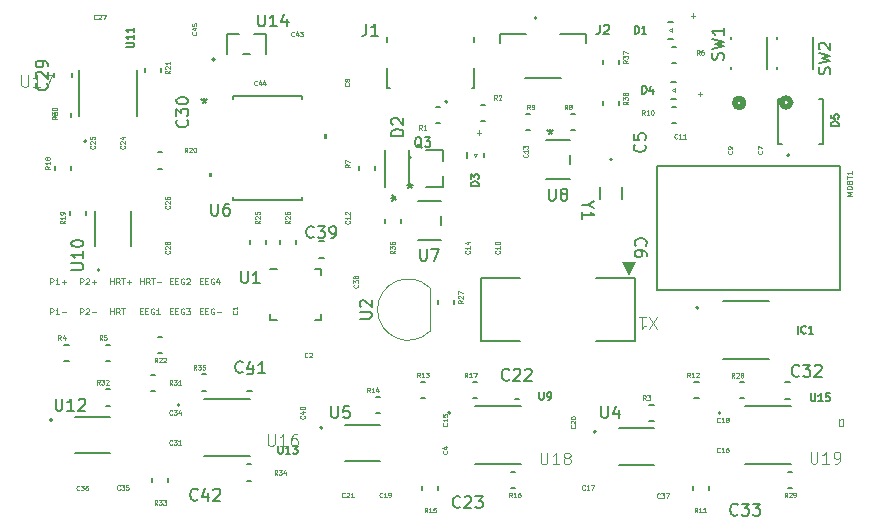
<source format=gbr>
%TF.GenerationSoftware,KiCad,Pcbnew,7.0.10*%
%TF.CreationDate,2024-11-19T10:35:13-08:00*%
%TF.ProjectId,pcb,7063622e-6b69-4636-9164-5f7063625858,rev?*%
%TF.SameCoordinates,Original*%
%TF.FileFunction,Legend,Top*%
%TF.FilePolarity,Positive*%
%FSLAX46Y46*%
G04 Gerber Fmt 4.6, Leading zero omitted, Abs format (unit mm)*
G04 Created by KiCad (PCBNEW 7.0.10) date 2024-11-19 10:35:13*
%MOMM*%
%LPD*%
G01*
G04 APERTURE LIST*
%ADD10C,0.125000*%
%ADD11C,0.100000*%
%ADD12C,0.098425*%
%ADD13C,0.150000*%
%ADD14C,0.120000*%
%ADD15C,0.118110*%
%ADD16C,0.152400*%
%ADD17C,0.200000*%
%ADD18C,0.127000*%
%ADD19C,0.508000*%
G04 APERTURE END LIST*
D10*
X137996283Y-108517309D02*
X137996283Y-108017309D01*
X137996283Y-108255404D02*
X138281997Y-108255404D01*
X138281997Y-108517309D02*
X138281997Y-108017309D01*
X138805807Y-108517309D02*
X138639141Y-108279214D01*
X138520093Y-108517309D02*
X138520093Y-108017309D01*
X138520093Y-108017309D02*
X138710569Y-108017309D01*
X138710569Y-108017309D02*
X138758188Y-108041119D01*
X138758188Y-108041119D02*
X138781998Y-108064928D01*
X138781998Y-108064928D02*
X138805807Y-108112547D01*
X138805807Y-108112547D02*
X138805807Y-108183976D01*
X138805807Y-108183976D02*
X138781998Y-108231595D01*
X138781998Y-108231595D02*
X138758188Y-108255404D01*
X138758188Y-108255404D02*
X138710569Y-108279214D01*
X138710569Y-108279214D02*
X138520093Y-108279214D01*
X138948665Y-108017309D02*
X139234379Y-108017309D01*
X139091522Y-108517309D02*
X139091522Y-108017309D01*
X139401045Y-108326833D02*
X139781998Y-108326833D01*
X130376283Y-111057309D02*
X130376283Y-110557309D01*
X130376283Y-110557309D02*
X130566759Y-110557309D01*
X130566759Y-110557309D02*
X130614378Y-110581119D01*
X130614378Y-110581119D02*
X130638188Y-110604928D01*
X130638188Y-110604928D02*
X130661997Y-110652547D01*
X130661997Y-110652547D02*
X130661997Y-110723976D01*
X130661997Y-110723976D02*
X130638188Y-110771595D01*
X130638188Y-110771595D02*
X130614378Y-110795404D01*
X130614378Y-110795404D02*
X130566759Y-110819214D01*
X130566759Y-110819214D02*
X130376283Y-110819214D01*
X131138188Y-111057309D02*
X130852474Y-111057309D01*
X130995331Y-111057309D02*
X130995331Y-110557309D01*
X130995331Y-110557309D02*
X130947712Y-110628738D01*
X130947712Y-110628738D02*
X130900093Y-110676357D01*
X130900093Y-110676357D02*
X130852474Y-110700166D01*
X131352473Y-110866833D02*
X131733426Y-110866833D01*
X130376283Y-108517309D02*
X130376283Y-108017309D01*
X130376283Y-108017309D02*
X130566759Y-108017309D01*
X130566759Y-108017309D02*
X130614378Y-108041119D01*
X130614378Y-108041119D02*
X130638188Y-108064928D01*
X130638188Y-108064928D02*
X130661997Y-108112547D01*
X130661997Y-108112547D02*
X130661997Y-108183976D01*
X130661997Y-108183976D02*
X130638188Y-108231595D01*
X130638188Y-108231595D02*
X130614378Y-108255404D01*
X130614378Y-108255404D02*
X130566759Y-108279214D01*
X130566759Y-108279214D02*
X130376283Y-108279214D01*
X131138188Y-108517309D02*
X130852474Y-108517309D01*
X130995331Y-108517309D02*
X130995331Y-108017309D01*
X130995331Y-108017309D02*
X130947712Y-108088738D01*
X130947712Y-108088738D02*
X130900093Y-108136357D01*
X130900093Y-108136357D02*
X130852474Y-108160166D01*
X131352473Y-108326833D02*
X131733426Y-108326833D01*
X131542949Y-108517309D02*
X131542949Y-108136357D01*
X135456283Y-111057309D02*
X135456283Y-110557309D01*
X135456283Y-110795404D02*
X135741997Y-110795404D01*
X135741997Y-111057309D02*
X135741997Y-110557309D01*
X136265807Y-111057309D02*
X136099141Y-110819214D01*
X135980093Y-111057309D02*
X135980093Y-110557309D01*
X135980093Y-110557309D02*
X136170569Y-110557309D01*
X136170569Y-110557309D02*
X136218188Y-110581119D01*
X136218188Y-110581119D02*
X136241998Y-110604928D01*
X136241998Y-110604928D02*
X136265807Y-110652547D01*
X136265807Y-110652547D02*
X136265807Y-110723976D01*
X136265807Y-110723976D02*
X136241998Y-110771595D01*
X136241998Y-110771595D02*
X136218188Y-110795404D01*
X136218188Y-110795404D02*
X136170569Y-110819214D01*
X136170569Y-110819214D02*
X135980093Y-110819214D01*
X136408665Y-110557309D02*
X136694379Y-110557309D01*
X136551522Y-111057309D02*
X136551522Y-110557309D01*
X143076283Y-110795404D02*
X143242950Y-110795404D01*
X143314378Y-111057309D02*
X143076283Y-111057309D01*
X143076283Y-111057309D02*
X143076283Y-110557309D01*
X143076283Y-110557309D02*
X143314378Y-110557309D01*
X143528664Y-110795404D02*
X143695331Y-110795404D01*
X143766759Y-111057309D02*
X143528664Y-111057309D01*
X143528664Y-111057309D02*
X143528664Y-110557309D01*
X143528664Y-110557309D02*
X143766759Y-110557309D01*
X144242950Y-110581119D02*
X144195331Y-110557309D01*
X144195331Y-110557309D02*
X144123902Y-110557309D01*
X144123902Y-110557309D02*
X144052474Y-110581119D01*
X144052474Y-110581119D02*
X144004855Y-110628738D01*
X144004855Y-110628738D02*
X143981045Y-110676357D01*
X143981045Y-110676357D02*
X143957236Y-110771595D01*
X143957236Y-110771595D02*
X143957236Y-110843023D01*
X143957236Y-110843023D02*
X143981045Y-110938261D01*
X143981045Y-110938261D02*
X144004855Y-110985880D01*
X144004855Y-110985880D02*
X144052474Y-111033500D01*
X144052474Y-111033500D02*
X144123902Y-111057309D01*
X144123902Y-111057309D02*
X144171521Y-111057309D01*
X144171521Y-111057309D02*
X144242950Y-111033500D01*
X144242950Y-111033500D02*
X144266759Y-111009690D01*
X144266759Y-111009690D02*
X144266759Y-110843023D01*
X144266759Y-110843023D02*
X144171521Y-110843023D01*
X144481045Y-110866833D02*
X144861998Y-110866833D01*
X132916283Y-111057309D02*
X132916283Y-110557309D01*
X132916283Y-110557309D02*
X133106759Y-110557309D01*
X133106759Y-110557309D02*
X133154378Y-110581119D01*
X133154378Y-110581119D02*
X133178188Y-110604928D01*
X133178188Y-110604928D02*
X133201997Y-110652547D01*
X133201997Y-110652547D02*
X133201997Y-110723976D01*
X133201997Y-110723976D02*
X133178188Y-110771595D01*
X133178188Y-110771595D02*
X133154378Y-110795404D01*
X133154378Y-110795404D02*
X133106759Y-110819214D01*
X133106759Y-110819214D02*
X132916283Y-110819214D01*
X133392474Y-110604928D02*
X133416283Y-110581119D01*
X133416283Y-110581119D02*
X133463902Y-110557309D01*
X133463902Y-110557309D02*
X133582950Y-110557309D01*
X133582950Y-110557309D02*
X133630569Y-110581119D01*
X133630569Y-110581119D02*
X133654378Y-110604928D01*
X133654378Y-110604928D02*
X133678188Y-110652547D01*
X133678188Y-110652547D02*
X133678188Y-110700166D01*
X133678188Y-110700166D02*
X133654378Y-110771595D01*
X133654378Y-110771595D02*
X133368664Y-111057309D01*
X133368664Y-111057309D02*
X133678188Y-111057309D01*
X133892473Y-110866833D02*
X134273426Y-110866833D01*
X137996283Y-110795404D02*
X138162950Y-110795404D01*
X138234378Y-111057309D02*
X137996283Y-111057309D01*
X137996283Y-111057309D02*
X137996283Y-110557309D01*
X137996283Y-110557309D02*
X138234378Y-110557309D01*
X138448664Y-110795404D02*
X138615331Y-110795404D01*
X138686759Y-111057309D02*
X138448664Y-111057309D01*
X138448664Y-111057309D02*
X138448664Y-110557309D01*
X138448664Y-110557309D02*
X138686759Y-110557309D01*
X139162950Y-110581119D02*
X139115331Y-110557309D01*
X139115331Y-110557309D02*
X139043902Y-110557309D01*
X139043902Y-110557309D02*
X138972474Y-110581119D01*
X138972474Y-110581119D02*
X138924855Y-110628738D01*
X138924855Y-110628738D02*
X138901045Y-110676357D01*
X138901045Y-110676357D02*
X138877236Y-110771595D01*
X138877236Y-110771595D02*
X138877236Y-110843023D01*
X138877236Y-110843023D02*
X138901045Y-110938261D01*
X138901045Y-110938261D02*
X138924855Y-110985880D01*
X138924855Y-110985880D02*
X138972474Y-111033500D01*
X138972474Y-111033500D02*
X139043902Y-111057309D01*
X139043902Y-111057309D02*
X139091521Y-111057309D01*
X139091521Y-111057309D02*
X139162950Y-111033500D01*
X139162950Y-111033500D02*
X139186759Y-111009690D01*
X139186759Y-111009690D02*
X139186759Y-110843023D01*
X139186759Y-110843023D02*
X139091521Y-110843023D01*
X139662950Y-111057309D02*
X139377236Y-111057309D01*
X139520093Y-111057309D02*
X139520093Y-110557309D01*
X139520093Y-110557309D02*
X139472474Y-110628738D01*
X139472474Y-110628738D02*
X139424855Y-110676357D01*
X139424855Y-110676357D02*
X139377236Y-110700166D01*
X143076283Y-108255404D02*
X143242950Y-108255404D01*
X143314378Y-108517309D02*
X143076283Y-108517309D01*
X143076283Y-108517309D02*
X143076283Y-108017309D01*
X143076283Y-108017309D02*
X143314378Y-108017309D01*
X143528664Y-108255404D02*
X143695331Y-108255404D01*
X143766759Y-108517309D02*
X143528664Y-108517309D01*
X143528664Y-108517309D02*
X143528664Y-108017309D01*
X143528664Y-108017309D02*
X143766759Y-108017309D01*
X144242950Y-108041119D02*
X144195331Y-108017309D01*
X144195331Y-108017309D02*
X144123902Y-108017309D01*
X144123902Y-108017309D02*
X144052474Y-108041119D01*
X144052474Y-108041119D02*
X144004855Y-108088738D01*
X144004855Y-108088738D02*
X143981045Y-108136357D01*
X143981045Y-108136357D02*
X143957236Y-108231595D01*
X143957236Y-108231595D02*
X143957236Y-108303023D01*
X143957236Y-108303023D02*
X143981045Y-108398261D01*
X143981045Y-108398261D02*
X144004855Y-108445880D01*
X144004855Y-108445880D02*
X144052474Y-108493500D01*
X144052474Y-108493500D02*
X144123902Y-108517309D01*
X144123902Y-108517309D02*
X144171521Y-108517309D01*
X144171521Y-108517309D02*
X144242950Y-108493500D01*
X144242950Y-108493500D02*
X144266759Y-108469690D01*
X144266759Y-108469690D02*
X144266759Y-108303023D01*
X144266759Y-108303023D02*
X144171521Y-108303023D01*
X144695331Y-108183976D02*
X144695331Y-108517309D01*
X144576283Y-107993500D02*
X144457236Y-108350642D01*
X144457236Y-108350642D02*
X144766759Y-108350642D01*
X140536283Y-110795404D02*
X140702950Y-110795404D01*
X140774378Y-111057309D02*
X140536283Y-111057309D01*
X140536283Y-111057309D02*
X140536283Y-110557309D01*
X140536283Y-110557309D02*
X140774378Y-110557309D01*
X140988664Y-110795404D02*
X141155331Y-110795404D01*
X141226759Y-111057309D02*
X140988664Y-111057309D01*
X140988664Y-111057309D02*
X140988664Y-110557309D01*
X140988664Y-110557309D02*
X141226759Y-110557309D01*
X141702950Y-110581119D02*
X141655331Y-110557309D01*
X141655331Y-110557309D02*
X141583902Y-110557309D01*
X141583902Y-110557309D02*
X141512474Y-110581119D01*
X141512474Y-110581119D02*
X141464855Y-110628738D01*
X141464855Y-110628738D02*
X141441045Y-110676357D01*
X141441045Y-110676357D02*
X141417236Y-110771595D01*
X141417236Y-110771595D02*
X141417236Y-110843023D01*
X141417236Y-110843023D02*
X141441045Y-110938261D01*
X141441045Y-110938261D02*
X141464855Y-110985880D01*
X141464855Y-110985880D02*
X141512474Y-111033500D01*
X141512474Y-111033500D02*
X141583902Y-111057309D01*
X141583902Y-111057309D02*
X141631521Y-111057309D01*
X141631521Y-111057309D02*
X141702950Y-111033500D01*
X141702950Y-111033500D02*
X141726759Y-111009690D01*
X141726759Y-111009690D02*
X141726759Y-110843023D01*
X141726759Y-110843023D02*
X141631521Y-110843023D01*
X141893426Y-110557309D02*
X142202950Y-110557309D01*
X142202950Y-110557309D02*
X142036283Y-110747785D01*
X142036283Y-110747785D02*
X142107712Y-110747785D01*
X142107712Y-110747785D02*
X142155331Y-110771595D01*
X142155331Y-110771595D02*
X142179140Y-110795404D01*
X142179140Y-110795404D02*
X142202950Y-110843023D01*
X142202950Y-110843023D02*
X142202950Y-110962071D01*
X142202950Y-110962071D02*
X142179140Y-111009690D01*
X142179140Y-111009690D02*
X142155331Y-111033500D01*
X142155331Y-111033500D02*
X142107712Y-111057309D01*
X142107712Y-111057309D02*
X141964855Y-111057309D01*
X141964855Y-111057309D02*
X141917236Y-111033500D01*
X141917236Y-111033500D02*
X141893426Y-111009690D01*
X135456283Y-108517309D02*
X135456283Y-108017309D01*
X135456283Y-108255404D02*
X135741997Y-108255404D01*
X135741997Y-108517309D02*
X135741997Y-108017309D01*
X136265807Y-108517309D02*
X136099141Y-108279214D01*
X135980093Y-108517309D02*
X135980093Y-108017309D01*
X135980093Y-108017309D02*
X136170569Y-108017309D01*
X136170569Y-108017309D02*
X136218188Y-108041119D01*
X136218188Y-108041119D02*
X136241998Y-108064928D01*
X136241998Y-108064928D02*
X136265807Y-108112547D01*
X136265807Y-108112547D02*
X136265807Y-108183976D01*
X136265807Y-108183976D02*
X136241998Y-108231595D01*
X136241998Y-108231595D02*
X136218188Y-108255404D01*
X136218188Y-108255404D02*
X136170569Y-108279214D01*
X136170569Y-108279214D02*
X135980093Y-108279214D01*
X136408665Y-108017309D02*
X136694379Y-108017309D01*
X136551522Y-108517309D02*
X136551522Y-108017309D01*
X136861045Y-108326833D02*
X137241998Y-108326833D01*
X137051521Y-108517309D02*
X137051521Y-108136357D01*
X140536283Y-108255404D02*
X140702950Y-108255404D01*
X140774378Y-108517309D02*
X140536283Y-108517309D01*
X140536283Y-108517309D02*
X140536283Y-108017309D01*
X140536283Y-108017309D02*
X140774378Y-108017309D01*
X140988664Y-108255404D02*
X141155331Y-108255404D01*
X141226759Y-108517309D02*
X140988664Y-108517309D01*
X140988664Y-108517309D02*
X140988664Y-108017309D01*
X140988664Y-108017309D02*
X141226759Y-108017309D01*
X141702950Y-108041119D02*
X141655331Y-108017309D01*
X141655331Y-108017309D02*
X141583902Y-108017309D01*
X141583902Y-108017309D02*
X141512474Y-108041119D01*
X141512474Y-108041119D02*
X141464855Y-108088738D01*
X141464855Y-108088738D02*
X141441045Y-108136357D01*
X141441045Y-108136357D02*
X141417236Y-108231595D01*
X141417236Y-108231595D02*
X141417236Y-108303023D01*
X141417236Y-108303023D02*
X141441045Y-108398261D01*
X141441045Y-108398261D02*
X141464855Y-108445880D01*
X141464855Y-108445880D02*
X141512474Y-108493500D01*
X141512474Y-108493500D02*
X141583902Y-108517309D01*
X141583902Y-108517309D02*
X141631521Y-108517309D01*
X141631521Y-108517309D02*
X141702950Y-108493500D01*
X141702950Y-108493500D02*
X141726759Y-108469690D01*
X141726759Y-108469690D02*
X141726759Y-108303023D01*
X141726759Y-108303023D02*
X141631521Y-108303023D01*
X141917236Y-108064928D02*
X141941045Y-108041119D01*
X141941045Y-108041119D02*
X141988664Y-108017309D01*
X141988664Y-108017309D02*
X142107712Y-108017309D01*
X142107712Y-108017309D02*
X142155331Y-108041119D01*
X142155331Y-108041119D02*
X142179140Y-108064928D01*
X142179140Y-108064928D02*
X142202950Y-108112547D01*
X142202950Y-108112547D02*
X142202950Y-108160166D01*
X142202950Y-108160166D02*
X142179140Y-108231595D01*
X142179140Y-108231595D02*
X141893426Y-108517309D01*
X141893426Y-108517309D02*
X142202950Y-108517309D01*
X132916283Y-108517309D02*
X132916283Y-108017309D01*
X132916283Y-108017309D02*
X133106759Y-108017309D01*
X133106759Y-108017309D02*
X133154378Y-108041119D01*
X133154378Y-108041119D02*
X133178188Y-108064928D01*
X133178188Y-108064928D02*
X133201997Y-108112547D01*
X133201997Y-108112547D02*
X133201997Y-108183976D01*
X133201997Y-108183976D02*
X133178188Y-108231595D01*
X133178188Y-108231595D02*
X133154378Y-108255404D01*
X133154378Y-108255404D02*
X133106759Y-108279214D01*
X133106759Y-108279214D02*
X132916283Y-108279214D01*
X133392474Y-108064928D02*
X133416283Y-108041119D01*
X133416283Y-108041119D02*
X133463902Y-108017309D01*
X133463902Y-108017309D02*
X133582950Y-108017309D01*
X133582950Y-108017309D02*
X133630569Y-108041119D01*
X133630569Y-108041119D02*
X133654378Y-108064928D01*
X133654378Y-108064928D02*
X133678188Y-108112547D01*
X133678188Y-108112547D02*
X133678188Y-108160166D01*
X133678188Y-108160166D02*
X133654378Y-108231595D01*
X133654378Y-108231595D02*
X133368664Y-108517309D01*
X133368664Y-108517309D02*
X133678188Y-108517309D01*
X133892473Y-108326833D02*
X134273426Y-108326833D01*
X134082949Y-108517309D02*
X134082949Y-108136357D01*
D11*
X194761905Y-122687419D02*
X194761905Y-123496942D01*
X194761905Y-123496942D02*
X194809524Y-123592180D01*
X194809524Y-123592180D02*
X194857143Y-123639800D01*
X194857143Y-123639800D02*
X194952381Y-123687419D01*
X194952381Y-123687419D02*
X195142857Y-123687419D01*
X195142857Y-123687419D02*
X195238095Y-123639800D01*
X195238095Y-123639800D02*
X195285714Y-123592180D01*
X195285714Y-123592180D02*
X195333333Y-123496942D01*
X195333333Y-123496942D02*
X195333333Y-122687419D01*
X196333333Y-123687419D02*
X195761905Y-123687419D01*
X196047619Y-123687419D02*
X196047619Y-122687419D01*
X196047619Y-122687419D02*
X195952381Y-122830276D01*
X195952381Y-122830276D02*
X195857143Y-122925514D01*
X195857143Y-122925514D02*
X195761905Y-122973133D01*
X196809524Y-123687419D02*
X197000000Y-123687419D01*
X197000000Y-123687419D02*
X197095238Y-123639800D01*
X197095238Y-123639800D02*
X197142857Y-123592180D01*
X197142857Y-123592180D02*
X197238095Y-123449323D01*
X197238095Y-123449323D02*
X197285714Y-123258847D01*
X197285714Y-123258847D02*
X197285714Y-122877895D01*
X197285714Y-122877895D02*
X197238095Y-122782657D01*
X197238095Y-122782657D02*
X197190476Y-122735038D01*
X197190476Y-122735038D02*
X197095238Y-122687419D01*
X197095238Y-122687419D02*
X196904762Y-122687419D01*
X196904762Y-122687419D02*
X196809524Y-122735038D01*
X196809524Y-122735038D02*
X196761905Y-122782657D01*
X196761905Y-122782657D02*
X196714286Y-122877895D01*
X196714286Y-122877895D02*
X196714286Y-123115990D01*
X196714286Y-123115990D02*
X196761905Y-123211228D01*
X196761905Y-123211228D02*
X196809524Y-123258847D01*
X196809524Y-123258847D02*
X196904762Y-123306466D01*
X196904762Y-123306466D02*
X197095238Y-123306466D01*
X197095238Y-123306466D02*
X197190476Y-123258847D01*
X197190476Y-123258847D02*
X197238095Y-123211228D01*
X197238095Y-123211228D02*
X197285714Y-123115990D01*
X171911905Y-122767419D02*
X171911905Y-123576942D01*
X171911905Y-123576942D02*
X171959524Y-123672180D01*
X171959524Y-123672180D02*
X172007143Y-123719800D01*
X172007143Y-123719800D02*
X172102381Y-123767419D01*
X172102381Y-123767419D02*
X172292857Y-123767419D01*
X172292857Y-123767419D02*
X172388095Y-123719800D01*
X172388095Y-123719800D02*
X172435714Y-123672180D01*
X172435714Y-123672180D02*
X172483333Y-123576942D01*
X172483333Y-123576942D02*
X172483333Y-122767419D01*
X173483333Y-123767419D02*
X172911905Y-123767419D01*
X173197619Y-123767419D02*
X173197619Y-122767419D01*
X173197619Y-122767419D02*
X173102381Y-122910276D01*
X173102381Y-122910276D02*
X173007143Y-123005514D01*
X173007143Y-123005514D02*
X172911905Y-123053133D01*
X174054762Y-123195990D02*
X173959524Y-123148371D01*
X173959524Y-123148371D02*
X173911905Y-123100752D01*
X173911905Y-123100752D02*
X173864286Y-123005514D01*
X173864286Y-123005514D02*
X173864286Y-122957895D01*
X173864286Y-122957895D02*
X173911905Y-122862657D01*
X173911905Y-122862657D02*
X173959524Y-122815038D01*
X173959524Y-122815038D02*
X174054762Y-122767419D01*
X174054762Y-122767419D02*
X174245238Y-122767419D01*
X174245238Y-122767419D02*
X174340476Y-122815038D01*
X174340476Y-122815038D02*
X174388095Y-122862657D01*
X174388095Y-122862657D02*
X174435714Y-122957895D01*
X174435714Y-122957895D02*
X174435714Y-123005514D01*
X174435714Y-123005514D02*
X174388095Y-123100752D01*
X174388095Y-123100752D02*
X174340476Y-123148371D01*
X174340476Y-123148371D02*
X174245238Y-123195990D01*
X174245238Y-123195990D02*
X174054762Y-123195990D01*
X174054762Y-123195990D02*
X173959524Y-123243609D01*
X173959524Y-123243609D02*
X173911905Y-123291228D01*
X173911905Y-123291228D02*
X173864286Y-123386466D01*
X173864286Y-123386466D02*
X173864286Y-123576942D01*
X173864286Y-123576942D02*
X173911905Y-123672180D01*
X173911905Y-123672180D02*
X173959524Y-123719800D01*
X173959524Y-123719800D02*
X174054762Y-123767419D01*
X174054762Y-123767419D02*
X174245238Y-123767419D01*
X174245238Y-123767419D02*
X174340476Y-123719800D01*
X174340476Y-123719800D02*
X174388095Y-123672180D01*
X174388095Y-123672180D02*
X174435714Y-123576942D01*
X174435714Y-123576942D02*
X174435714Y-123386466D01*
X174435714Y-123386466D02*
X174388095Y-123291228D01*
X174388095Y-123291228D02*
X174340476Y-123243609D01*
X174340476Y-123243609D02*
X174245238Y-123195990D01*
X127941905Y-90797419D02*
X127941905Y-91606942D01*
X127941905Y-91606942D02*
X127989524Y-91702180D01*
X127989524Y-91702180D02*
X128037143Y-91749800D01*
X128037143Y-91749800D02*
X128132381Y-91797419D01*
X128132381Y-91797419D02*
X128322857Y-91797419D01*
X128322857Y-91797419D02*
X128418095Y-91749800D01*
X128418095Y-91749800D02*
X128465714Y-91702180D01*
X128465714Y-91702180D02*
X128513333Y-91606942D01*
X128513333Y-91606942D02*
X128513333Y-90797419D01*
X129513333Y-91797419D02*
X128941905Y-91797419D01*
X129227619Y-91797419D02*
X129227619Y-90797419D01*
X129227619Y-90797419D02*
X129132381Y-90940276D01*
X129132381Y-90940276D02*
X129037143Y-91035514D01*
X129037143Y-91035514D02*
X128941905Y-91083133D01*
X129846667Y-90797419D02*
X130513333Y-90797419D01*
X130513333Y-90797419D02*
X130084762Y-91797419D01*
X148811905Y-121187419D02*
X148811905Y-121996942D01*
X148811905Y-121996942D02*
X148859524Y-122092180D01*
X148859524Y-122092180D02*
X148907143Y-122139800D01*
X148907143Y-122139800D02*
X149002381Y-122187419D01*
X149002381Y-122187419D02*
X149192857Y-122187419D01*
X149192857Y-122187419D02*
X149288095Y-122139800D01*
X149288095Y-122139800D02*
X149335714Y-122092180D01*
X149335714Y-122092180D02*
X149383333Y-121996942D01*
X149383333Y-121996942D02*
X149383333Y-121187419D01*
X150383333Y-122187419D02*
X149811905Y-122187419D01*
X150097619Y-122187419D02*
X150097619Y-121187419D01*
X150097619Y-121187419D02*
X150002381Y-121330276D01*
X150002381Y-121330276D02*
X149907143Y-121425514D01*
X149907143Y-121425514D02*
X149811905Y-121473133D01*
X151240476Y-121187419D02*
X151050000Y-121187419D01*
X151050000Y-121187419D02*
X150954762Y-121235038D01*
X150954762Y-121235038D02*
X150907143Y-121282657D01*
X150907143Y-121282657D02*
X150811905Y-121425514D01*
X150811905Y-121425514D02*
X150764286Y-121615990D01*
X150764286Y-121615990D02*
X150764286Y-121996942D01*
X150764286Y-121996942D02*
X150811905Y-122092180D01*
X150811905Y-122092180D02*
X150859524Y-122139800D01*
X150859524Y-122139800D02*
X150954762Y-122187419D01*
X150954762Y-122187419D02*
X151145238Y-122187419D01*
X151145238Y-122187419D02*
X151240476Y-122139800D01*
X151240476Y-122139800D02*
X151288095Y-122092180D01*
X151288095Y-122092180D02*
X151335714Y-121996942D01*
X151335714Y-121996942D02*
X151335714Y-121758847D01*
X151335714Y-121758847D02*
X151288095Y-121663609D01*
X151288095Y-121663609D02*
X151240476Y-121615990D01*
X151240476Y-121615990D02*
X151145238Y-121568371D01*
X151145238Y-121568371D02*
X150954762Y-121568371D01*
X150954762Y-121568371D02*
X150859524Y-121615990D01*
X150859524Y-121615990D02*
X150811905Y-121663609D01*
X150811905Y-121663609D02*
X150764286Y-121758847D01*
D12*
X142729519Y-87173092D02*
X142748267Y-87191840D01*
X142748267Y-87191840D02*
X142767014Y-87248083D01*
X142767014Y-87248083D02*
X142767014Y-87285578D01*
X142767014Y-87285578D02*
X142748267Y-87341821D01*
X142748267Y-87341821D02*
X142710771Y-87379317D01*
X142710771Y-87379317D02*
X142673276Y-87398064D01*
X142673276Y-87398064D02*
X142598285Y-87416812D01*
X142598285Y-87416812D02*
X142542042Y-87416812D01*
X142542042Y-87416812D02*
X142467052Y-87398064D01*
X142467052Y-87398064D02*
X142429556Y-87379317D01*
X142429556Y-87379317D02*
X142392061Y-87341821D01*
X142392061Y-87341821D02*
X142373313Y-87285578D01*
X142373313Y-87285578D02*
X142373313Y-87248083D01*
X142373313Y-87248083D02*
X142392061Y-87191840D01*
X142392061Y-87191840D02*
X142410809Y-87173092D01*
X142504547Y-86835634D02*
X142767014Y-86835634D01*
X142354566Y-86929373D02*
X142635781Y-87023111D01*
X142635781Y-87023111D02*
X142635781Y-86779391D01*
X142373313Y-86441934D02*
X142373313Y-86629410D01*
X142373313Y-86629410D02*
X142560790Y-86648158D01*
X142560790Y-86648158D02*
X142542042Y-86629410D01*
X142542042Y-86629410D02*
X142523295Y-86591915D01*
X142523295Y-86591915D02*
X142523295Y-86498177D01*
X142523295Y-86498177D02*
X142542042Y-86460681D01*
X142542042Y-86460681D02*
X142560790Y-86441934D01*
X142560790Y-86441934D02*
X142598285Y-86423186D01*
X142598285Y-86423186D02*
X142692024Y-86423186D01*
X142692024Y-86423186D02*
X142729519Y-86441934D01*
X142729519Y-86441934D02*
X142748267Y-86460681D01*
X142748267Y-86460681D02*
X142767014Y-86498177D01*
X142767014Y-86498177D02*
X142767014Y-86591915D01*
X142767014Y-86591915D02*
X142748267Y-86629410D01*
X142748267Y-86629410D02*
X142729519Y-86648158D01*
X147886907Y-91619519D02*
X147868159Y-91638267D01*
X147868159Y-91638267D02*
X147811916Y-91657014D01*
X147811916Y-91657014D02*
X147774421Y-91657014D01*
X147774421Y-91657014D02*
X147718178Y-91638267D01*
X147718178Y-91638267D02*
X147680683Y-91600771D01*
X147680683Y-91600771D02*
X147661935Y-91563276D01*
X147661935Y-91563276D02*
X147643187Y-91488285D01*
X147643187Y-91488285D02*
X147643187Y-91432042D01*
X147643187Y-91432042D02*
X147661935Y-91357052D01*
X147661935Y-91357052D02*
X147680683Y-91319556D01*
X147680683Y-91319556D02*
X147718178Y-91282061D01*
X147718178Y-91282061D02*
X147774421Y-91263313D01*
X147774421Y-91263313D02*
X147811916Y-91263313D01*
X147811916Y-91263313D02*
X147868159Y-91282061D01*
X147868159Y-91282061D02*
X147886907Y-91300809D01*
X148224365Y-91394547D02*
X148224365Y-91657014D01*
X148130627Y-91244566D02*
X148036888Y-91525781D01*
X148036888Y-91525781D02*
X148280608Y-91525781D01*
X148599318Y-91394547D02*
X148599318Y-91657014D01*
X148505580Y-91244566D02*
X148411841Y-91525781D01*
X148411841Y-91525781D02*
X148655561Y-91525781D01*
X151016907Y-87479519D02*
X150998159Y-87498267D01*
X150998159Y-87498267D02*
X150941916Y-87517014D01*
X150941916Y-87517014D02*
X150904421Y-87517014D01*
X150904421Y-87517014D02*
X150848178Y-87498267D01*
X150848178Y-87498267D02*
X150810683Y-87460771D01*
X150810683Y-87460771D02*
X150791935Y-87423276D01*
X150791935Y-87423276D02*
X150773187Y-87348285D01*
X150773187Y-87348285D02*
X150773187Y-87292042D01*
X150773187Y-87292042D02*
X150791935Y-87217052D01*
X150791935Y-87217052D02*
X150810683Y-87179556D01*
X150810683Y-87179556D02*
X150848178Y-87142061D01*
X150848178Y-87142061D02*
X150904421Y-87123313D01*
X150904421Y-87123313D02*
X150941916Y-87123313D01*
X150941916Y-87123313D02*
X150998159Y-87142061D01*
X150998159Y-87142061D02*
X151016907Y-87160809D01*
X151354365Y-87254547D02*
X151354365Y-87517014D01*
X151260627Y-87104566D02*
X151166888Y-87385781D01*
X151166888Y-87385781D02*
X151410608Y-87385781D01*
X151523094Y-87123313D02*
X151766813Y-87123313D01*
X151766813Y-87123313D02*
X151635580Y-87273295D01*
X151635580Y-87273295D02*
X151691823Y-87273295D01*
X151691823Y-87273295D02*
X151729318Y-87292042D01*
X151729318Y-87292042D02*
X151748066Y-87310790D01*
X151748066Y-87310790D02*
X151766813Y-87348285D01*
X151766813Y-87348285D02*
X151766813Y-87442024D01*
X151766813Y-87442024D02*
X151748066Y-87479519D01*
X151748066Y-87479519D02*
X151729318Y-87498267D01*
X151729318Y-87498267D02*
X151691823Y-87517014D01*
X151691823Y-87517014D02*
X151579337Y-87517014D01*
X151579337Y-87517014D02*
X151541841Y-87498267D01*
X151541841Y-87498267D02*
X151523094Y-87479519D01*
D13*
X169244342Y-116564580D02*
X169196723Y-116612200D01*
X169196723Y-116612200D02*
X169053866Y-116659819D01*
X169053866Y-116659819D02*
X168958628Y-116659819D01*
X168958628Y-116659819D02*
X168815771Y-116612200D01*
X168815771Y-116612200D02*
X168720533Y-116516961D01*
X168720533Y-116516961D02*
X168672914Y-116421723D01*
X168672914Y-116421723D02*
X168625295Y-116231247D01*
X168625295Y-116231247D02*
X168625295Y-116088390D01*
X168625295Y-116088390D02*
X168672914Y-115897914D01*
X168672914Y-115897914D02*
X168720533Y-115802676D01*
X168720533Y-115802676D02*
X168815771Y-115707438D01*
X168815771Y-115707438D02*
X168958628Y-115659819D01*
X168958628Y-115659819D02*
X169053866Y-115659819D01*
X169053866Y-115659819D02*
X169196723Y-115707438D01*
X169196723Y-115707438D02*
X169244342Y-115755057D01*
X169625295Y-115755057D02*
X169672914Y-115707438D01*
X169672914Y-115707438D02*
X169768152Y-115659819D01*
X169768152Y-115659819D02*
X170006247Y-115659819D01*
X170006247Y-115659819D02*
X170101485Y-115707438D01*
X170101485Y-115707438D02*
X170149104Y-115755057D01*
X170149104Y-115755057D02*
X170196723Y-115850295D01*
X170196723Y-115850295D02*
X170196723Y-115945533D01*
X170196723Y-115945533D02*
X170149104Y-116088390D01*
X170149104Y-116088390D02*
X169577676Y-116659819D01*
X169577676Y-116659819D02*
X170196723Y-116659819D01*
X170577676Y-115755057D02*
X170625295Y-115707438D01*
X170625295Y-115707438D02*
X170720533Y-115659819D01*
X170720533Y-115659819D02*
X170958628Y-115659819D01*
X170958628Y-115659819D02*
X171053866Y-115707438D01*
X171053866Y-115707438D02*
X171101485Y-115755057D01*
X171101485Y-115755057D02*
X171149104Y-115850295D01*
X171149104Y-115850295D02*
X171149104Y-115945533D01*
X171149104Y-115945533D02*
X171101485Y-116088390D01*
X171101485Y-116088390D02*
X170530057Y-116659819D01*
X170530057Y-116659819D02*
X171149104Y-116659819D01*
X166658276Y-100167381D02*
X166018276Y-100167381D01*
X166018276Y-100167381D02*
X166018276Y-100015000D01*
X166018276Y-100015000D02*
X166048752Y-99923571D01*
X166048752Y-99923571D02*
X166109704Y-99862619D01*
X166109704Y-99862619D02*
X166170657Y-99832142D01*
X166170657Y-99832142D02*
X166292561Y-99801666D01*
X166292561Y-99801666D02*
X166383990Y-99801666D01*
X166383990Y-99801666D02*
X166505895Y-99832142D01*
X166505895Y-99832142D02*
X166566847Y-99862619D01*
X166566847Y-99862619D02*
X166627800Y-99923571D01*
X166627800Y-99923571D02*
X166658276Y-100015000D01*
X166658276Y-100015000D02*
X166658276Y-100167381D01*
X166018276Y-99588333D02*
X166018276Y-99192142D01*
X166018276Y-99192142D02*
X166262085Y-99405476D01*
X166262085Y-99405476D02*
X166262085Y-99314047D01*
X166262085Y-99314047D02*
X166292561Y-99253095D01*
X166292561Y-99253095D02*
X166323038Y-99222619D01*
X166323038Y-99222619D02*
X166383990Y-99192142D01*
X166383990Y-99192142D02*
X166536371Y-99192142D01*
X166536371Y-99192142D02*
X166597323Y-99222619D01*
X166597323Y-99222619D02*
X166627800Y-99253095D01*
X166627800Y-99253095D02*
X166658276Y-99314047D01*
X166658276Y-99314047D02*
X166658276Y-99496904D01*
X166658276Y-99496904D02*
X166627800Y-99557857D01*
X166627800Y-99557857D02*
X166597323Y-99588333D01*
D14*
X166702960Y-95852857D02*
X166702960Y-95487143D01*
X166885817Y-95670000D02*
X166520102Y-95670000D01*
D12*
X180814383Y-118312014D02*
X180683149Y-118124538D01*
X180589411Y-118312014D02*
X180589411Y-117918313D01*
X180589411Y-117918313D02*
X180739392Y-117918313D01*
X180739392Y-117918313D02*
X180776888Y-117937061D01*
X180776888Y-117937061D02*
X180795635Y-117955809D01*
X180795635Y-117955809D02*
X180814383Y-117993304D01*
X180814383Y-117993304D02*
X180814383Y-118049547D01*
X180814383Y-118049547D02*
X180795635Y-118087042D01*
X180795635Y-118087042D02*
X180776888Y-118105790D01*
X180776888Y-118105790D02*
X180739392Y-118124538D01*
X180739392Y-118124538D02*
X180589411Y-118124538D01*
X180945617Y-117918313D02*
X181189336Y-117918313D01*
X181189336Y-117918313D02*
X181058103Y-118068295D01*
X181058103Y-118068295D02*
X181114346Y-118068295D01*
X181114346Y-118068295D02*
X181151841Y-118087042D01*
X181151841Y-118087042D02*
X181170589Y-118105790D01*
X181170589Y-118105790D02*
X181189336Y-118143285D01*
X181189336Y-118143285D02*
X181189336Y-118237024D01*
X181189336Y-118237024D02*
X181170589Y-118274519D01*
X181170589Y-118274519D02*
X181151841Y-118293267D01*
X181151841Y-118293267D02*
X181114346Y-118312014D01*
X181114346Y-118312014D02*
X181001860Y-118312014D01*
X181001860Y-118312014D02*
X180964364Y-118293267D01*
X180964364Y-118293267D02*
X180945617Y-118274519D01*
D13*
X193787142Y-116239580D02*
X193739523Y-116287200D01*
X193739523Y-116287200D02*
X193596666Y-116334819D01*
X193596666Y-116334819D02*
X193501428Y-116334819D01*
X193501428Y-116334819D02*
X193358571Y-116287200D01*
X193358571Y-116287200D02*
X193263333Y-116191961D01*
X193263333Y-116191961D02*
X193215714Y-116096723D01*
X193215714Y-116096723D02*
X193168095Y-115906247D01*
X193168095Y-115906247D02*
X193168095Y-115763390D01*
X193168095Y-115763390D02*
X193215714Y-115572914D01*
X193215714Y-115572914D02*
X193263333Y-115477676D01*
X193263333Y-115477676D02*
X193358571Y-115382438D01*
X193358571Y-115382438D02*
X193501428Y-115334819D01*
X193501428Y-115334819D02*
X193596666Y-115334819D01*
X193596666Y-115334819D02*
X193739523Y-115382438D01*
X193739523Y-115382438D02*
X193787142Y-115430057D01*
X194120476Y-115334819D02*
X194739523Y-115334819D01*
X194739523Y-115334819D02*
X194406190Y-115715771D01*
X194406190Y-115715771D02*
X194549047Y-115715771D01*
X194549047Y-115715771D02*
X194644285Y-115763390D01*
X194644285Y-115763390D02*
X194691904Y-115811009D01*
X194691904Y-115811009D02*
X194739523Y-115906247D01*
X194739523Y-115906247D02*
X194739523Y-116144342D01*
X194739523Y-116144342D02*
X194691904Y-116239580D01*
X194691904Y-116239580D02*
X194644285Y-116287200D01*
X194644285Y-116287200D02*
X194549047Y-116334819D01*
X194549047Y-116334819D02*
X194263333Y-116334819D01*
X194263333Y-116334819D02*
X194168095Y-116287200D01*
X194168095Y-116287200D02*
X194120476Y-116239580D01*
X195120476Y-115430057D02*
X195168095Y-115382438D01*
X195168095Y-115382438D02*
X195263333Y-115334819D01*
X195263333Y-115334819D02*
X195501428Y-115334819D01*
X195501428Y-115334819D02*
X195596666Y-115382438D01*
X195596666Y-115382438D02*
X195644285Y-115430057D01*
X195644285Y-115430057D02*
X195691904Y-115525295D01*
X195691904Y-115525295D02*
X195691904Y-115620533D01*
X195691904Y-115620533D02*
X195644285Y-115763390D01*
X195644285Y-115763390D02*
X195072857Y-116334819D01*
X195072857Y-116334819D02*
X195691904Y-116334819D01*
D12*
X163969519Y-122620616D02*
X163988267Y-122639364D01*
X163988267Y-122639364D02*
X164007014Y-122695607D01*
X164007014Y-122695607D02*
X164007014Y-122733102D01*
X164007014Y-122733102D02*
X163988267Y-122789345D01*
X163988267Y-122789345D02*
X163950771Y-122826841D01*
X163950771Y-122826841D02*
X163913276Y-122845588D01*
X163913276Y-122845588D02*
X163838285Y-122864336D01*
X163838285Y-122864336D02*
X163782042Y-122864336D01*
X163782042Y-122864336D02*
X163707052Y-122845588D01*
X163707052Y-122845588D02*
X163669556Y-122826841D01*
X163669556Y-122826841D02*
X163632061Y-122789345D01*
X163632061Y-122789345D02*
X163613313Y-122733102D01*
X163613313Y-122733102D02*
X163613313Y-122695607D01*
X163613313Y-122695607D02*
X163632061Y-122639364D01*
X163632061Y-122639364D02*
X163650809Y-122620616D01*
X163744547Y-122283158D02*
X164007014Y-122283158D01*
X163594566Y-122376897D02*
X163875781Y-122470635D01*
X163875781Y-122470635D02*
X163875781Y-122226915D01*
D13*
X188587142Y-127994580D02*
X188539523Y-128042200D01*
X188539523Y-128042200D02*
X188396666Y-128089819D01*
X188396666Y-128089819D02*
X188301428Y-128089819D01*
X188301428Y-128089819D02*
X188158571Y-128042200D01*
X188158571Y-128042200D02*
X188063333Y-127946961D01*
X188063333Y-127946961D02*
X188015714Y-127851723D01*
X188015714Y-127851723D02*
X187968095Y-127661247D01*
X187968095Y-127661247D02*
X187968095Y-127518390D01*
X187968095Y-127518390D02*
X188015714Y-127327914D01*
X188015714Y-127327914D02*
X188063333Y-127232676D01*
X188063333Y-127232676D02*
X188158571Y-127137438D01*
X188158571Y-127137438D02*
X188301428Y-127089819D01*
X188301428Y-127089819D02*
X188396666Y-127089819D01*
X188396666Y-127089819D02*
X188539523Y-127137438D01*
X188539523Y-127137438D02*
X188587142Y-127185057D01*
X188920476Y-127089819D02*
X189539523Y-127089819D01*
X189539523Y-127089819D02*
X189206190Y-127470771D01*
X189206190Y-127470771D02*
X189349047Y-127470771D01*
X189349047Y-127470771D02*
X189444285Y-127518390D01*
X189444285Y-127518390D02*
X189491904Y-127566009D01*
X189491904Y-127566009D02*
X189539523Y-127661247D01*
X189539523Y-127661247D02*
X189539523Y-127899342D01*
X189539523Y-127899342D02*
X189491904Y-127994580D01*
X189491904Y-127994580D02*
X189444285Y-128042200D01*
X189444285Y-128042200D02*
X189349047Y-128089819D01*
X189349047Y-128089819D02*
X189063333Y-128089819D01*
X189063333Y-128089819D02*
X188968095Y-128042200D01*
X188968095Y-128042200D02*
X188920476Y-127994580D01*
X189872857Y-127089819D02*
X190491904Y-127089819D01*
X190491904Y-127089819D02*
X190158571Y-127470771D01*
X190158571Y-127470771D02*
X190301428Y-127470771D01*
X190301428Y-127470771D02*
X190396666Y-127518390D01*
X190396666Y-127518390D02*
X190444285Y-127566009D01*
X190444285Y-127566009D02*
X190491904Y-127661247D01*
X190491904Y-127661247D02*
X190491904Y-127899342D01*
X190491904Y-127899342D02*
X190444285Y-127994580D01*
X190444285Y-127994580D02*
X190396666Y-128042200D01*
X190396666Y-128042200D02*
X190301428Y-128089819D01*
X190301428Y-128089819D02*
X190015714Y-128089819D01*
X190015714Y-128089819D02*
X189920476Y-128042200D01*
X189920476Y-128042200D02*
X189872857Y-127994580D01*
D12*
X163969519Y-120268092D02*
X163988267Y-120286840D01*
X163988267Y-120286840D02*
X164007014Y-120343083D01*
X164007014Y-120343083D02*
X164007014Y-120380578D01*
X164007014Y-120380578D02*
X163988267Y-120436821D01*
X163988267Y-120436821D02*
X163950771Y-120474317D01*
X163950771Y-120474317D02*
X163913276Y-120493064D01*
X163913276Y-120493064D02*
X163838285Y-120511812D01*
X163838285Y-120511812D02*
X163782042Y-120511812D01*
X163782042Y-120511812D02*
X163707052Y-120493064D01*
X163707052Y-120493064D02*
X163669556Y-120474317D01*
X163669556Y-120474317D02*
X163632061Y-120436821D01*
X163632061Y-120436821D02*
X163613313Y-120380578D01*
X163613313Y-120380578D02*
X163613313Y-120343083D01*
X163613313Y-120343083D02*
X163632061Y-120286840D01*
X163632061Y-120286840D02*
X163650809Y-120268092D01*
X164007014Y-119893139D02*
X164007014Y-120118111D01*
X164007014Y-120005625D02*
X163613313Y-120005625D01*
X163613313Y-120005625D02*
X163669556Y-120043120D01*
X163669556Y-120043120D02*
X163707052Y-120080616D01*
X163707052Y-120080616D02*
X163725799Y-120118111D01*
X163613313Y-119536934D02*
X163613313Y-119724410D01*
X163613313Y-119724410D02*
X163800790Y-119743158D01*
X163800790Y-119743158D02*
X163782042Y-119724410D01*
X163782042Y-119724410D02*
X163763295Y-119686915D01*
X163763295Y-119686915D02*
X163763295Y-119593177D01*
X163763295Y-119593177D02*
X163782042Y-119555681D01*
X163782042Y-119555681D02*
X163800790Y-119536934D01*
X163800790Y-119536934D02*
X163838285Y-119518186D01*
X163838285Y-119518186D02*
X163932024Y-119518186D01*
X163932024Y-119518186D02*
X163969519Y-119536934D01*
X163969519Y-119536934D02*
X163988267Y-119555681D01*
X163988267Y-119555681D02*
X164007014Y-119593177D01*
X164007014Y-119593177D02*
X164007014Y-119686915D01*
X164007014Y-119686915D02*
X163988267Y-119724410D01*
X163988267Y-119724410D02*
X163969519Y-119743158D01*
X158496907Y-126504519D02*
X158478159Y-126523267D01*
X158478159Y-126523267D02*
X158421916Y-126542014D01*
X158421916Y-126542014D02*
X158384421Y-126542014D01*
X158384421Y-126542014D02*
X158328178Y-126523267D01*
X158328178Y-126523267D02*
X158290683Y-126485771D01*
X158290683Y-126485771D02*
X158271935Y-126448276D01*
X158271935Y-126448276D02*
X158253187Y-126373285D01*
X158253187Y-126373285D02*
X158253187Y-126317042D01*
X158253187Y-126317042D02*
X158271935Y-126242052D01*
X158271935Y-126242052D02*
X158290683Y-126204556D01*
X158290683Y-126204556D02*
X158328178Y-126167061D01*
X158328178Y-126167061D02*
X158384421Y-126148313D01*
X158384421Y-126148313D02*
X158421916Y-126148313D01*
X158421916Y-126148313D02*
X158478159Y-126167061D01*
X158478159Y-126167061D02*
X158496907Y-126185809D01*
X158871860Y-126542014D02*
X158646888Y-126542014D01*
X158759374Y-126542014D02*
X158759374Y-126148313D01*
X158759374Y-126148313D02*
X158721879Y-126204556D01*
X158721879Y-126204556D02*
X158684384Y-126242052D01*
X158684384Y-126242052D02*
X158646888Y-126260799D01*
X159059337Y-126542014D02*
X159134327Y-126542014D01*
X159134327Y-126542014D02*
X159171823Y-126523267D01*
X159171823Y-126523267D02*
X159190570Y-126504519D01*
X159190570Y-126504519D02*
X159228066Y-126448276D01*
X159228066Y-126448276D02*
X159246813Y-126373285D01*
X159246813Y-126373285D02*
X159246813Y-126223304D01*
X159246813Y-126223304D02*
X159228066Y-126185809D01*
X159228066Y-126185809D02*
X159209318Y-126167061D01*
X159209318Y-126167061D02*
X159171823Y-126148313D01*
X159171823Y-126148313D02*
X159096832Y-126148313D01*
X159096832Y-126148313D02*
X159059337Y-126167061D01*
X159059337Y-126167061D02*
X159040589Y-126185809D01*
X159040589Y-126185809D02*
X159021841Y-126223304D01*
X159021841Y-126223304D02*
X159021841Y-126317042D01*
X159021841Y-126317042D02*
X159040589Y-126354538D01*
X159040589Y-126354538D02*
X159059337Y-126373285D01*
X159059337Y-126373285D02*
X159096832Y-126392033D01*
X159096832Y-126392033D02*
X159171823Y-126392033D01*
X159171823Y-126392033D02*
X159209318Y-126373285D01*
X159209318Y-126373285D02*
X159228066Y-126354538D01*
X159228066Y-126354538D02*
X159246813Y-126317042D01*
X140474519Y-105663092D02*
X140493267Y-105681840D01*
X140493267Y-105681840D02*
X140512014Y-105738083D01*
X140512014Y-105738083D02*
X140512014Y-105775578D01*
X140512014Y-105775578D02*
X140493267Y-105831821D01*
X140493267Y-105831821D02*
X140455771Y-105869317D01*
X140455771Y-105869317D02*
X140418276Y-105888064D01*
X140418276Y-105888064D02*
X140343285Y-105906812D01*
X140343285Y-105906812D02*
X140287042Y-105906812D01*
X140287042Y-105906812D02*
X140212052Y-105888064D01*
X140212052Y-105888064D02*
X140174556Y-105869317D01*
X140174556Y-105869317D02*
X140137061Y-105831821D01*
X140137061Y-105831821D02*
X140118313Y-105775578D01*
X140118313Y-105775578D02*
X140118313Y-105738083D01*
X140118313Y-105738083D02*
X140137061Y-105681840D01*
X140137061Y-105681840D02*
X140155809Y-105663092D01*
X140155809Y-105513111D02*
X140137061Y-105494363D01*
X140137061Y-105494363D02*
X140118313Y-105456868D01*
X140118313Y-105456868D02*
X140118313Y-105363130D01*
X140118313Y-105363130D02*
X140137061Y-105325634D01*
X140137061Y-105325634D02*
X140155809Y-105306887D01*
X140155809Y-105306887D02*
X140193304Y-105288139D01*
X140193304Y-105288139D02*
X140230799Y-105288139D01*
X140230799Y-105288139D02*
X140287042Y-105306887D01*
X140287042Y-105306887D02*
X140512014Y-105531859D01*
X140512014Y-105531859D02*
X140512014Y-105288139D01*
X140287042Y-105063167D02*
X140268295Y-105100663D01*
X140268295Y-105100663D02*
X140249547Y-105119410D01*
X140249547Y-105119410D02*
X140212052Y-105138158D01*
X140212052Y-105138158D02*
X140193304Y-105138158D01*
X140193304Y-105138158D02*
X140155809Y-105119410D01*
X140155809Y-105119410D02*
X140137061Y-105100663D01*
X140137061Y-105100663D02*
X140118313Y-105063167D01*
X140118313Y-105063167D02*
X140118313Y-104988177D01*
X140118313Y-104988177D02*
X140137061Y-104950681D01*
X140137061Y-104950681D02*
X140155809Y-104931934D01*
X140155809Y-104931934D02*
X140193304Y-104913186D01*
X140193304Y-104913186D02*
X140212052Y-104913186D01*
X140212052Y-104913186D02*
X140249547Y-104931934D01*
X140249547Y-104931934D02*
X140268295Y-104950681D01*
X140268295Y-104950681D02*
X140287042Y-104988177D01*
X140287042Y-104988177D02*
X140287042Y-105063167D01*
X140287042Y-105063167D02*
X140305790Y-105100663D01*
X140305790Y-105100663D02*
X140324538Y-105119410D01*
X140324538Y-105119410D02*
X140362033Y-105138158D01*
X140362033Y-105138158D02*
X140437024Y-105138158D01*
X140437024Y-105138158D02*
X140474519Y-105119410D01*
X140474519Y-105119410D02*
X140493267Y-105100663D01*
X140493267Y-105100663D02*
X140512014Y-105063167D01*
X140512014Y-105063167D02*
X140512014Y-104988177D01*
X140512014Y-104988177D02*
X140493267Y-104950681D01*
X140493267Y-104950681D02*
X140474519Y-104931934D01*
X140474519Y-104931934D02*
X140437024Y-104913186D01*
X140437024Y-104913186D02*
X140362033Y-104913186D01*
X140362033Y-104913186D02*
X140324538Y-104931934D01*
X140324538Y-104931934D02*
X140305790Y-104950681D01*
X140305790Y-104950681D02*
X140287042Y-104988177D01*
X152159383Y-114653859D02*
X152140635Y-114672607D01*
X152140635Y-114672607D02*
X152084392Y-114691354D01*
X152084392Y-114691354D02*
X152046897Y-114691354D01*
X152046897Y-114691354D02*
X151990654Y-114672607D01*
X151990654Y-114672607D02*
X151953159Y-114635111D01*
X151953159Y-114635111D02*
X151934411Y-114597616D01*
X151934411Y-114597616D02*
X151915663Y-114522625D01*
X151915663Y-114522625D02*
X151915663Y-114466382D01*
X151915663Y-114466382D02*
X151934411Y-114391392D01*
X151934411Y-114391392D02*
X151953159Y-114353896D01*
X151953159Y-114353896D02*
X151990654Y-114316401D01*
X151990654Y-114316401D02*
X152046897Y-114297653D01*
X152046897Y-114297653D02*
X152084392Y-114297653D01*
X152084392Y-114297653D02*
X152140635Y-114316401D01*
X152140635Y-114316401D02*
X152159383Y-114335149D01*
X152309364Y-114335149D02*
X152328112Y-114316401D01*
X152328112Y-114316401D02*
X152365607Y-114297653D01*
X152365607Y-114297653D02*
X152459346Y-114297653D01*
X152459346Y-114297653D02*
X152496841Y-114316401D01*
X152496841Y-114316401D02*
X152515589Y-114335149D01*
X152515589Y-114335149D02*
X152534336Y-114372644D01*
X152534336Y-114372644D02*
X152534336Y-114410139D01*
X152534336Y-114410139D02*
X152515589Y-114466382D01*
X152515589Y-114466382D02*
X152290617Y-114691354D01*
X152290617Y-114691354D02*
X152534336Y-114691354D01*
D13*
X156583936Y-111416244D02*
X157393459Y-111416244D01*
X157393459Y-111416244D02*
X157488697Y-111368625D01*
X157488697Y-111368625D02*
X157536317Y-111321006D01*
X157536317Y-111321006D02*
X157583936Y-111225768D01*
X157583936Y-111225768D02*
X157583936Y-111035292D01*
X157583936Y-111035292D02*
X157536317Y-110940054D01*
X157536317Y-110940054D02*
X157488697Y-110892435D01*
X157488697Y-110892435D02*
X157393459Y-110844816D01*
X157393459Y-110844816D02*
X156583936Y-110844816D01*
X156679174Y-110416244D02*
X156631555Y-110368625D01*
X156631555Y-110368625D02*
X156583936Y-110273387D01*
X156583936Y-110273387D02*
X156583936Y-110035292D01*
X156583936Y-110035292D02*
X156631555Y-109940054D01*
X156631555Y-109940054D02*
X156679174Y-109892435D01*
X156679174Y-109892435D02*
X156774412Y-109844816D01*
X156774412Y-109844816D02*
X156869650Y-109844816D01*
X156869650Y-109844816D02*
X157012507Y-109892435D01*
X157012507Y-109892435D02*
X157583936Y-110463863D01*
X157583936Y-110463863D02*
X157583936Y-109844816D01*
D12*
X150672014Y-103123092D02*
X150484538Y-103254326D01*
X150672014Y-103348064D02*
X150278313Y-103348064D01*
X150278313Y-103348064D02*
X150278313Y-103198083D01*
X150278313Y-103198083D02*
X150297061Y-103160588D01*
X150297061Y-103160588D02*
X150315809Y-103141840D01*
X150315809Y-103141840D02*
X150353304Y-103123092D01*
X150353304Y-103123092D02*
X150409547Y-103123092D01*
X150409547Y-103123092D02*
X150447042Y-103141840D01*
X150447042Y-103141840D02*
X150465790Y-103160588D01*
X150465790Y-103160588D02*
X150484538Y-103198083D01*
X150484538Y-103198083D02*
X150484538Y-103348064D01*
X150315809Y-102973111D02*
X150297061Y-102954363D01*
X150297061Y-102954363D02*
X150278313Y-102916868D01*
X150278313Y-102916868D02*
X150278313Y-102823130D01*
X150278313Y-102823130D02*
X150297061Y-102785634D01*
X150297061Y-102785634D02*
X150315809Y-102766887D01*
X150315809Y-102766887D02*
X150353304Y-102748139D01*
X150353304Y-102748139D02*
X150390799Y-102748139D01*
X150390799Y-102748139D02*
X150447042Y-102766887D01*
X150447042Y-102766887D02*
X150672014Y-102991859D01*
X150672014Y-102991859D02*
X150672014Y-102748139D01*
X150278313Y-102410681D02*
X150278313Y-102485672D01*
X150278313Y-102485672D02*
X150297061Y-102523167D01*
X150297061Y-102523167D02*
X150315809Y-102541915D01*
X150315809Y-102541915D02*
X150372052Y-102579410D01*
X150372052Y-102579410D02*
X150447042Y-102598158D01*
X150447042Y-102598158D02*
X150597024Y-102598158D01*
X150597024Y-102598158D02*
X150634519Y-102579410D01*
X150634519Y-102579410D02*
X150653267Y-102560663D01*
X150653267Y-102560663D02*
X150672014Y-102523167D01*
X150672014Y-102523167D02*
X150672014Y-102448177D01*
X150672014Y-102448177D02*
X150653267Y-102410681D01*
X150653267Y-102410681D02*
X150634519Y-102391934D01*
X150634519Y-102391934D02*
X150597024Y-102373186D01*
X150597024Y-102373186D02*
X150503285Y-102373186D01*
X150503285Y-102373186D02*
X150465790Y-102391934D01*
X150465790Y-102391934D02*
X150447042Y-102410681D01*
X150447042Y-102410681D02*
X150428295Y-102448177D01*
X150428295Y-102448177D02*
X150428295Y-102523167D01*
X150428295Y-102523167D02*
X150447042Y-102560663D01*
X150447042Y-102560663D02*
X150465790Y-102579410D01*
X150465790Y-102579410D02*
X150503285Y-102598158D01*
D13*
X130069580Y-91482857D02*
X130117200Y-91530476D01*
X130117200Y-91530476D02*
X130164819Y-91673333D01*
X130164819Y-91673333D02*
X130164819Y-91768571D01*
X130164819Y-91768571D02*
X130117200Y-91911428D01*
X130117200Y-91911428D02*
X130021961Y-92006666D01*
X130021961Y-92006666D02*
X129926723Y-92054285D01*
X129926723Y-92054285D02*
X129736247Y-92101904D01*
X129736247Y-92101904D02*
X129593390Y-92101904D01*
X129593390Y-92101904D02*
X129402914Y-92054285D01*
X129402914Y-92054285D02*
X129307676Y-92006666D01*
X129307676Y-92006666D02*
X129212438Y-91911428D01*
X129212438Y-91911428D02*
X129164819Y-91768571D01*
X129164819Y-91768571D02*
X129164819Y-91673333D01*
X129164819Y-91673333D02*
X129212438Y-91530476D01*
X129212438Y-91530476D02*
X129260057Y-91482857D01*
X129260057Y-91101904D02*
X129212438Y-91054285D01*
X129212438Y-91054285D02*
X129164819Y-90959047D01*
X129164819Y-90959047D02*
X129164819Y-90720952D01*
X129164819Y-90720952D02*
X129212438Y-90625714D01*
X129212438Y-90625714D02*
X129260057Y-90578095D01*
X129260057Y-90578095D02*
X129355295Y-90530476D01*
X129355295Y-90530476D02*
X129450533Y-90530476D01*
X129450533Y-90530476D02*
X129593390Y-90578095D01*
X129593390Y-90578095D02*
X130164819Y-91149523D01*
X130164819Y-91149523D02*
X130164819Y-90530476D01*
X130164819Y-90054285D02*
X130164819Y-89863809D01*
X130164819Y-89863809D02*
X130117200Y-89768571D01*
X130117200Y-89768571D02*
X130069580Y-89720952D01*
X130069580Y-89720952D02*
X129926723Y-89625714D01*
X129926723Y-89625714D02*
X129736247Y-89578095D01*
X129736247Y-89578095D02*
X129355295Y-89578095D01*
X129355295Y-89578095D02*
X129260057Y-89625714D01*
X129260057Y-89625714D02*
X129212438Y-89673333D01*
X129212438Y-89673333D02*
X129164819Y-89768571D01*
X129164819Y-89768571D02*
X129164819Y-89959047D01*
X129164819Y-89959047D02*
X129212438Y-90054285D01*
X129212438Y-90054285D02*
X129260057Y-90101904D01*
X129260057Y-90101904D02*
X129355295Y-90149523D01*
X129355295Y-90149523D02*
X129593390Y-90149523D01*
X129593390Y-90149523D02*
X129688628Y-90101904D01*
X129688628Y-90101904D02*
X129736247Y-90054285D01*
X129736247Y-90054285D02*
X129783866Y-89959047D01*
X129783866Y-89959047D02*
X129783866Y-89768571D01*
X129783866Y-89768571D02*
X129736247Y-89673333D01*
X129736247Y-89673333D02*
X129688628Y-89625714D01*
X129688628Y-89625714D02*
X129593390Y-89578095D01*
D12*
X185166907Y-127812014D02*
X185035673Y-127624538D01*
X184941935Y-127812014D02*
X184941935Y-127418313D01*
X184941935Y-127418313D02*
X185091916Y-127418313D01*
X185091916Y-127418313D02*
X185129412Y-127437061D01*
X185129412Y-127437061D02*
X185148159Y-127455809D01*
X185148159Y-127455809D02*
X185166907Y-127493304D01*
X185166907Y-127493304D02*
X185166907Y-127549547D01*
X185166907Y-127549547D02*
X185148159Y-127587042D01*
X185148159Y-127587042D02*
X185129412Y-127605790D01*
X185129412Y-127605790D02*
X185091916Y-127624538D01*
X185091916Y-127624538D02*
X184941935Y-127624538D01*
X185541860Y-127812014D02*
X185316888Y-127812014D01*
X185429374Y-127812014D02*
X185429374Y-127418313D01*
X185429374Y-127418313D02*
X185391879Y-127474556D01*
X185391879Y-127474556D02*
X185354384Y-127512052D01*
X185354384Y-127512052D02*
X185316888Y-127530799D01*
X185916813Y-127812014D02*
X185691841Y-127812014D01*
X185804327Y-127812014D02*
X185804327Y-127418313D01*
X185804327Y-127418313D02*
X185766832Y-127474556D01*
X185766832Y-127474556D02*
X185729337Y-127512052D01*
X185729337Y-127512052D02*
X185691841Y-127530799D01*
D13*
X172593095Y-100419819D02*
X172593095Y-101229342D01*
X172593095Y-101229342D02*
X172640714Y-101324580D01*
X172640714Y-101324580D02*
X172688333Y-101372200D01*
X172688333Y-101372200D02*
X172783571Y-101419819D01*
X172783571Y-101419819D02*
X172974047Y-101419819D01*
X172974047Y-101419819D02*
X173069285Y-101372200D01*
X173069285Y-101372200D02*
X173116904Y-101324580D01*
X173116904Y-101324580D02*
X173164523Y-101229342D01*
X173164523Y-101229342D02*
X173164523Y-100419819D01*
X173783571Y-100848390D02*
X173688333Y-100800771D01*
X173688333Y-100800771D02*
X173640714Y-100753152D01*
X173640714Y-100753152D02*
X173593095Y-100657914D01*
X173593095Y-100657914D02*
X173593095Y-100610295D01*
X173593095Y-100610295D02*
X173640714Y-100515057D01*
X173640714Y-100515057D02*
X173688333Y-100467438D01*
X173688333Y-100467438D02*
X173783571Y-100419819D01*
X173783571Y-100419819D02*
X173974047Y-100419819D01*
X173974047Y-100419819D02*
X174069285Y-100467438D01*
X174069285Y-100467438D02*
X174116904Y-100515057D01*
X174116904Y-100515057D02*
X174164523Y-100610295D01*
X174164523Y-100610295D02*
X174164523Y-100657914D01*
X174164523Y-100657914D02*
X174116904Y-100753152D01*
X174116904Y-100753152D02*
X174069285Y-100800771D01*
X174069285Y-100800771D02*
X173974047Y-100848390D01*
X173974047Y-100848390D02*
X173783571Y-100848390D01*
X173783571Y-100848390D02*
X173688333Y-100896009D01*
X173688333Y-100896009D02*
X173640714Y-100943628D01*
X173640714Y-100943628D02*
X173593095Y-101038866D01*
X173593095Y-101038866D02*
X173593095Y-101229342D01*
X173593095Y-101229342D02*
X173640714Y-101324580D01*
X173640714Y-101324580D02*
X173688333Y-101372200D01*
X173688333Y-101372200D02*
X173783571Y-101419819D01*
X173783571Y-101419819D02*
X173974047Y-101419819D01*
X173974047Y-101419819D02*
X174069285Y-101372200D01*
X174069285Y-101372200D02*
X174116904Y-101324580D01*
X174116904Y-101324580D02*
X174164523Y-101229342D01*
X174164523Y-101229342D02*
X174164523Y-101038866D01*
X174164523Y-101038866D02*
X174116904Y-100943628D01*
X174116904Y-100943628D02*
X174069285Y-100896009D01*
X174069285Y-100896009D02*
X173974047Y-100848390D01*
X172720000Y-95339819D02*
X172720000Y-95577914D01*
X172481905Y-95482676D02*
X172720000Y-95577914D01*
X172720000Y-95577914D02*
X172958095Y-95482676D01*
X172577143Y-95768390D02*
X172720000Y-95577914D01*
X172720000Y-95577914D02*
X172862857Y-95768390D01*
X172720000Y-95339819D02*
X172720000Y-95577914D01*
X172481905Y-95482676D02*
X172720000Y-95577914D01*
X172720000Y-95577914D02*
X172958095Y-95482676D01*
X172577143Y-95768390D02*
X172720000Y-95577914D01*
X172720000Y-95577914D02*
X172862857Y-95768390D01*
D12*
X146189519Y-110787756D02*
X146208267Y-110806504D01*
X146208267Y-110806504D02*
X146227014Y-110862747D01*
X146227014Y-110862747D02*
X146227014Y-110900242D01*
X146227014Y-110900242D02*
X146208267Y-110956485D01*
X146208267Y-110956485D02*
X146170771Y-110993981D01*
X146170771Y-110993981D02*
X146133276Y-111012728D01*
X146133276Y-111012728D02*
X146058285Y-111031476D01*
X146058285Y-111031476D02*
X146002042Y-111031476D01*
X146002042Y-111031476D02*
X145927052Y-111012728D01*
X145927052Y-111012728D02*
X145889556Y-110993981D01*
X145889556Y-110993981D02*
X145852061Y-110956485D01*
X145852061Y-110956485D02*
X145833313Y-110900242D01*
X145833313Y-110900242D02*
X145833313Y-110862747D01*
X145833313Y-110862747D02*
X145852061Y-110806504D01*
X145852061Y-110806504D02*
X145870809Y-110787756D01*
X146227014Y-110412803D02*
X146227014Y-110637775D01*
X146227014Y-110525289D02*
X145833313Y-110525289D01*
X145833313Y-110525289D02*
X145889556Y-110562784D01*
X145889556Y-110562784D02*
X145927052Y-110600280D01*
X145927052Y-110600280D02*
X145945799Y-110637775D01*
X139446907Y-115112014D02*
X139315673Y-114924538D01*
X139221935Y-115112014D02*
X139221935Y-114718313D01*
X139221935Y-114718313D02*
X139371916Y-114718313D01*
X139371916Y-114718313D02*
X139409412Y-114737061D01*
X139409412Y-114737061D02*
X139428159Y-114755809D01*
X139428159Y-114755809D02*
X139446907Y-114793304D01*
X139446907Y-114793304D02*
X139446907Y-114849547D01*
X139446907Y-114849547D02*
X139428159Y-114887042D01*
X139428159Y-114887042D02*
X139409412Y-114905790D01*
X139409412Y-114905790D02*
X139371916Y-114924538D01*
X139371916Y-114924538D02*
X139221935Y-114924538D01*
X139596888Y-114755809D02*
X139615636Y-114737061D01*
X139615636Y-114737061D02*
X139653131Y-114718313D01*
X139653131Y-114718313D02*
X139746870Y-114718313D01*
X139746870Y-114718313D02*
X139784365Y-114737061D01*
X139784365Y-114737061D02*
X139803113Y-114755809D01*
X139803113Y-114755809D02*
X139821860Y-114793304D01*
X139821860Y-114793304D02*
X139821860Y-114830799D01*
X139821860Y-114830799D02*
X139803113Y-114887042D01*
X139803113Y-114887042D02*
X139578141Y-115112014D01*
X139578141Y-115112014D02*
X139821860Y-115112014D01*
X139971841Y-114755809D02*
X139990589Y-114737061D01*
X139990589Y-114737061D02*
X140028084Y-114718313D01*
X140028084Y-114718313D02*
X140121823Y-114718313D01*
X140121823Y-114718313D02*
X140159318Y-114737061D01*
X140159318Y-114737061D02*
X140178066Y-114755809D01*
X140178066Y-114755809D02*
X140196813Y-114793304D01*
X140196813Y-114793304D02*
X140196813Y-114830799D01*
X140196813Y-114830799D02*
X140178066Y-114887042D01*
X140178066Y-114887042D02*
X139953094Y-115112014D01*
X139953094Y-115112014D02*
X140196813Y-115112014D01*
X170983100Y-93686354D02*
X170851866Y-93498878D01*
X170758128Y-93686354D02*
X170758128Y-93292653D01*
X170758128Y-93292653D02*
X170908109Y-93292653D01*
X170908109Y-93292653D02*
X170945605Y-93311401D01*
X170945605Y-93311401D02*
X170964352Y-93330149D01*
X170964352Y-93330149D02*
X170983100Y-93367644D01*
X170983100Y-93367644D02*
X170983100Y-93423887D01*
X170983100Y-93423887D02*
X170964352Y-93461382D01*
X170964352Y-93461382D02*
X170945605Y-93480130D01*
X170945605Y-93480130D02*
X170908109Y-93498878D01*
X170908109Y-93498878D02*
X170758128Y-93498878D01*
X171170577Y-93686354D02*
X171245567Y-93686354D01*
X171245567Y-93686354D02*
X171283063Y-93667607D01*
X171283063Y-93667607D02*
X171301810Y-93648859D01*
X171301810Y-93648859D02*
X171339306Y-93592616D01*
X171339306Y-93592616D02*
X171358053Y-93517625D01*
X171358053Y-93517625D02*
X171358053Y-93367644D01*
X171358053Y-93367644D02*
X171339306Y-93330149D01*
X171339306Y-93330149D02*
X171320558Y-93311401D01*
X171320558Y-93311401D02*
X171283063Y-93292653D01*
X171283063Y-93292653D02*
X171208072Y-93292653D01*
X171208072Y-93292653D02*
X171170577Y-93311401D01*
X171170577Y-93311401D02*
X171151829Y-93330149D01*
X171151829Y-93330149D02*
X171133081Y-93367644D01*
X171133081Y-93367644D02*
X171133081Y-93461382D01*
X171133081Y-93461382D02*
X171151829Y-93498878D01*
X171151829Y-93498878D02*
X171170577Y-93517625D01*
X171170577Y-93517625D02*
X171208072Y-93536373D01*
X171208072Y-93536373D02*
X171283063Y-93536373D01*
X171283063Y-93536373D02*
X171320558Y-93517625D01*
X171320558Y-93517625D02*
X171339306Y-93498878D01*
X171339306Y-93498878D02*
X171358053Y-93461382D01*
D13*
X161848809Y-96958485D02*
X161772619Y-96920390D01*
X161772619Y-96920390D02*
X161696428Y-96844200D01*
X161696428Y-96844200D02*
X161582142Y-96729914D01*
X161582142Y-96729914D02*
X161505952Y-96691819D01*
X161505952Y-96691819D02*
X161429761Y-96691819D01*
X161467857Y-96882295D02*
X161391666Y-96844200D01*
X161391666Y-96844200D02*
X161315476Y-96768009D01*
X161315476Y-96768009D02*
X161277380Y-96615628D01*
X161277380Y-96615628D02*
X161277380Y-96348961D01*
X161277380Y-96348961D02*
X161315476Y-96196580D01*
X161315476Y-96196580D02*
X161391666Y-96120390D01*
X161391666Y-96120390D02*
X161467857Y-96082295D01*
X161467857Y-96082295D02*
X161620238Y-96082295D01*
X161620238Y-96082295D02*
X161696428Y-96120390D01*
X161696428Y-96120390D02*
X161772619Y-96196580D01*
X161772619Y-96196580D02*
X161810714Y-96348961D01*
X161810714Y-96348961D02*
X161810714Y-96615628D01*
X161810714Y-96615628D02*
X161772619Y-96768009D01*
X161772619Y-96768009D02*
X161696428Y-96844200D01*
X161696428Y-96844200D02*
X161620238Y-96882295D01*
X161620238Y-96882295D02*
X161467857Y-96882295D01*
X162077380Y-96082295D02*
X162572618Y-96082295D01*
X162572618Y-96082295D02*
X162305952Y-96387057D01*
X162305952Y-96387057D02*
X162420237Y-96387057D01*
X162420237Y-96387057D02*
X162496428Y-96425152D01*
X162496428Y-96425152D02*
X162534523Y-96463247D01*
X162534523Y-96463247D02*
X162572618Y-96539438D01*
X162572618Y-96539438D02*
X162572618Y-96729914D01*
X162572618Y-96729914D02*
X162534523Y-96806104D01*
X162534523Y-96806104D02*
X162496428Y-96844200D01*
X162496428Y-96844200D02*
X162420237Y-96882295D01*
X162420237Y-96882295D02*
X162191666Y-96882295D01*
X162191666Y-96882295D02*
X162115475Y-96844200D01*
X162115475Y-96844200D02*
X162077380Y-96806104D01*
D12*
X141986907Y-97332014D02*
X141855673Y-97144538D01*
X141761935Y-97332014D02*
X141761935Y-96938313D01*
X141761935Y-96938313D02*
X141911916Y-96938313D01*
X141911916Y-96938313D02*
X141949412Y-96957061D01*
X141949412Y-96957061D02*
X141968159Y-96975809D01*
X141968159Y-96975809D02*
X141986907Y-97013304D01*
X141986907Y-97013304D02*
X141986907Y-97069547D01*
X141986907Y-97069547D02*
X141968159Y-97107042D01*
X141968159Y-97107042D02*
X141949412Y-97125790D01*
X141949412Y-97125790D02*
X141911916Y-97144538D01*
X141911916Y-97144538D02*
X141761935Y-97144538D01*
X142136888Y-96975809D02*
X142155636Y-96957061D01*
X142155636Y-96957061D02*
X142193131Y-96938313D01*
X142193131Y-96938313D02*
X142286870Y-96938313D01*
X142286870Y-96938313D02*
X142324365Y-96957061D01*
X142324365Y-96957061D02*
X142343113Y-96975809D01*
X142343113Y-96975809D02*
X142361860Y-97013304D01*
X142361860Y-97013304D02*
X142361860Y-97050799D01*
X142361860Y-97050799D02*
X142343113Y-97107042D01*
X142343113Y-97107042D02*
X142118141Y-97332014D01*
X142118141Y-97332014D02*
X142361860Y-97332014D01*
X142605580Y-96938313D02*
X142643075Y-96938313D01*
X142643075Y-96938313D02*
X142680570Y-96957061D01*
X142680570Y-96957061D02*
X142699318Y-96975809D01*
X142699318Y-96975809D02*
X142718066Y-97013304D01*
X142718066Y-97013304D02*
X142736813Y-97088295D01*
X142736813Y-97088295D02*
X142736813Y-97182033D01*
X142736813Y-97182033D02*
X142718066Y-97257024D01*
X142718066Y-97257024D02*
X142699318Y-97294519D01*
X142699318Y-97294519D02*
X142680570Y-97313267D01*
X142680570Y-97313267D02*
X142643075Y-97332014D01*
X142643075Y-97332014D02*
X142605580Y-97332014D01*
X142605580Y-97332014D02*
X142568084Y-97313267D01*
X142568084Y-97313267D02*
X142549337Y-97294519D01*
X142549337Y-97294519D02*
X142530589Y-97257024D01*
X142530589Y-97257024D02*
X142511841Y-97182033D01*
X142511841Y-97182033D02*
X142511841Y-97088295D01*
X142511841Y-97088295D02*
X142530589Y-97013304D01*
X142530589Y-97013304D02*
X142549337Y-96975809D01*
X142549337Y-96975809D02*
X142568084Y-96957061D01*
X142568084Y-96957061D02*
X142605580Y-96938313D01*
D13*
X154178095Y-118834819D02*
X154178095Y-119644342D01*
X154178095Y-119644342D02*
X154225714Y-119739580D01*
X154225714Y-119739580D02*
X154273333Y-119787200D01*
X154273333Y-119787200D02*
X154368571Y-119834819D01*
X154368571Y-119834819D02*
X154559047Y-119834819D01*
X154559047Y-119834819D02*
X154654285Y-119787200D01*
X154654285Y-119787200D02*
X154701904Y-119739580D01*
X154701904Y-119739580D02*
X154749523Y-119644342D01*
X154749523Y-119644342D02*
X154749523Y-118834819D01*
X155701904Y-118834819D02*
X155225714Y-118834819D01*
X155225714Y-118834819D02*
X155178095Y-119311009D01*
X155178095Y-119311009D02*
X155225714Y-119263390D01*
X155225714Y-119263390D02*
X155320952Y-119215771D01*
X155320952Y-119215771D02*
X155559047Y-119215771D01*
X155559047Y-119215771D02*
X155654285Y-119263390D01*
X155654285Y-119263390D02*
X155701904Y-119311009D01*
X155701904Y-119311009D02*
X155749523Y-119406247D01*
X155749523Y-119406247D02*
X155749523Y-119644342D01*
X155749523Y-119644342D02*
X155701904Y-119739580D01*
X155701904Y-119739580D02*
X155654285Y-119787200D01*
X155654285Y-119787200D02*
X155559047Y-119834819D01*
X155559047Y-119834819D02*
X155320952Y-119834819D01*
X155320952Y-119834819D02*
X155225714Y-119787200D01*
X155225714Y-119787200D02*
X155178095Y-119739580D01*
D12*
X156399519Y-108542432D02*
X156418267Y-108561180D01*
X156418267Y-108561180D02*
X156437014Y-108617423D01*
X156437014Y-108617423D02*
X156437014Y-108654918D01*
X156437014Y-108654918D02*
X156418267Y-108711161D01*
X156418267Y-108711161D02*
X156380771Y-108748657D01*
X156380771Y-108748657D02*
X156343276Y-108767404D01*
X156343276Y-108767404D02*
X156268285Y-108786152D01*
X156268285Y-108786152D02*
X156212042Y-108786152D01*
X156212042Y-108786152D02*
X156137052Y-108767404D01*
X156137052Y-108767404D02*
X156099556Y-108748657D01*
X156099556Y-108748657D02*
X156062061Y-108711161D01*
X156062061Y-108711161D02*
X156043313Y-108654918D01*
X156043313Y-108654918D02*
X156043313Y-108617423D01*
X156043313Y-108617423D02*
X156062061Y-108561180D01*
X156062061Y-108561180D02*
X156080809Y-108542432D01*
X156043313Y-108411199D02*
X156043313Y-108167479D01*
X156043313Y-108167479D02*
X156193295Y-108298713D01*
X156193295Y-108298713D02*
X156193295Y-108242470D01*
X156193295Y-108242470D02*
X156212042Y-108204974D01*
X156212042Y-108204974D02*
X156230790Y-108186227D01*
X156230790Y-108186227D02*
X156268285Y-108167479D01*
X156268285Y-108167479D02*
X156362024Y-108167479D01*
X156362024Y-108167479D02*
X156399519Y-108186227D01*
X156399519Y-108186227D02*
X156418267Y-108204974D01*
X156418267Y-108204974D02*
X156437014Y-108242470D01*
X156437014Y-108242470D02*
X156437014Y-108354956D01*
X156437014Y-108354956D02*
X156418267Y-108392451D01*
X156418267Y-108392451D02*
X156399519Y-108411199D01*
X156212042Y-107942507D02*
X156193295Y-107980003D01*
X156193295Y-107980003D02*
X156174547Y-107998750D01*
X156174547Y-107998750D02*
X156137052Y-108017498D01*
X156137052Y-108017498D02*
X156118304Y-108017498D01*
X156118304Y-108017498D02*
X156080809Y-107998750D01*
X156080809Y-107998750D02*
X156062061Y-107980003D01*
X156062061Y-107980003D02*
X156043313Y-107942507D01*
X156043313Y-107942507D02*
X156043313Y-107867517D01*
X156043313Y-107867517D02*
X156062061Y-107830021D01*
X156062061Y-107830021D02*
X156080809Y-107811274D01*
X156080809Y-107811274D02*
X156118304Y-107792526D01*
X156118304Y-107792526D02*
X156137052Y-107792526D01*
X156137052Y-107792526D02*
X156174547Y-107811274D01*
X156174547Y-107811274D02*
X156193295Y-107830021D01*
X156193295Y-107830021D02*
X156212042Y-107867517D01*
X156212042Y-107867517D02*
X156212042Y-107942507D01*
X156212042Y-107942507D02*
X156230790Y-107980003D01*
X156230790Y-107980003D02*
X156249538Y-107998750D01*
X156249538Y-107998750D02*
X156287033Y-108017498D01*
X156287033Y-108017498D02*
X156362024Y-108017498D01*
X156362024Y-108017498D02*
X156399519Y-107998750D01*
X156399519Y-107998750D02*
X156418267Y-107980003D01*
X156418267Y-107980003D02*
X156437014Y-107942507D01*
X156437014Y-107942507D02*
X156437014Y-107867517D01*
X156437014Y-107867517D02*
X156418267Y-107830021D01*
X156418267Y-107830021D02*
X156399519Y-107811274D01*
X156399519Y-107811274D02*
X156362024Y-107792526D01*
X156362024Y-107792526D02*
X156287033Y-107792526D01*
X156287033Y-107792526D02*
X156249538Y-107811274D01*
X156249538Y-107811274D02*
X156230790Y-107830021D01*
X156230790Y-107830021D02*
X156212042Y-107867517D01*
X161671907Y-116382014D02*
X161540673Y-116194538D01*
X161446935Y-116382014D02*
X161446935Y-115988313D01*
X161446935Y-115988313D02*
X161596916Y-115988313D01*
X161596916Y-115988313D02*
X161634412Y-116007061D01*
X161634412Y-116007061D02*
X161653159Y-116025809D01*
X161653159Y-116025809D02*
X161671907Y-116063304D01*
X161671907Y-116063304D02*
X161671907Y-116119547D01*
X161671907Y-116119547D02*
X161653159Y-116157042D01*
X161653159Y-116157042D02*
X161634412Y-116175790D01*
X161634412Y-116175790D02*
X161596916Y-116194538D01*
X161596916Y-116194538D02*
X161446935Y-116194538D01*
X162046860Y-116382014D02*
X161821888Y-116382014D01*
X161934374Y-116382014D02*
X161934374Y-115988313D01*
X161934374Y-115988313D02*
X161896879Y-116044556D01*
X161896879Y-116044556D02*
X161859384Y-116082052D01*
X161859384Y-116082052D02*
X161821888Y-116100799D01*
X162178094Y-115988313D02*
X162421813Y-115988313D01*
X162421813Y-115988313D02*
X162290580Y-116138295D01*
X162290580Y-116138295D02*
X162346823Y-116138295D01*
X162346823Y-116138295D02*
X162384318Y-116157042D01*
X162384318Y-116157042D02*
X162403066Y-116175790D01*
X162403066Y-116175790D02*
X162421813Y-116213285D01*
X162421813Y-116213285D02*
X162421813Y-116307024D01*
X162421813Y-116307024D02*
X162403066Y-116344519D01*
X162403066Y-116344519D02*
X162384318Y-116363267D01*
X162384318Y-116363267D02*
X162346823Y-116382014D01*
X162346823Y-116382014D02*
X162234337Y-116382014D01*
X162234337Y-116382014D02*
X162196841Y-116363267D01*
X162196841Y-116363267D02*
X162178094Y-116344519D01*
D13*
X179867618Y-87283276D02*
X179867618Y-86643276D01*
X179867618Y-86643276D02*
X180019999Y-86643276D01*
X180019999Y-86643276D02*
X180111428Y-86673752D01*
X180111428Y-86673752D02*
X180172380Y-86734704D01*
X180172380Y-86734704D02*
X180202857Y-86795657D01*
X180202857Y-86795657D02*
X180233333Y-86917561D01*
X180233333Y-86917561D02*
X180233333Y-87008990D01*
X180233333Y-87008990D02*
X180202857Y-87130895D01*
X180202857Y-87130895D02*
X180172380Y-87191847D01*
X180172380Y-87191847D02*
X180111428Y-87252800D01*
X180111428Y-87252800D02*
X180019999Y-87283276D01*
X180019999Y-87283276D02*
X179867618Y-87283276D01*
X180842857Y-87283276D02*
X180477142Y-87283276D01*
X180659999Y-87283276D02*
X180659999Y-86643276D01*
X180659999Y-86643276D02*
X180599047Y-86734704D01*
X180599047Y-86734704D02*
X180538095Y-86795657D01*
X180538095Y-86795657D02*
X180477142Y-86826133D01*
D14*
X184621259Y-85757960D02*
X184986974Y-85757960D01*
X184804116Y-85940817D02*
X184804116Y-85575102D01*
D13*
X194787093Y-117758048D02*
X194787093Y-118276487D01*
X194787093Y-118276487D02*
X194817589Y-118337480D01*
X194817589Y-118337480D02*
X194848086Y-118367977D01*
X194848086Y-118367977D02*
X194909078Y-118398473D01*
X194909078Y-118398473D02*
X195031064Y-118398473D01*
X195031064Y-118398473D02*
X195092057Y-118367977D01*
X195092057Y-118367977D02*
X195122553Y-118337480D01*
X195122553Y-118337480D02*
X195153050Y-118276487D01*
X195153050Y-118276487D02*
X195153050Y-117758048D01*
X195793474Y-118398473D02*
X195427517Y-118398473D01*
X195610496Y-118398473D02*
X195610496Y-117758048D01*
X195610496Y-117758048D02*
X195549503Y-117849537D01*
X195549503Y-117849537D02*
X195488510Y-117910530D01*
X195488510Y-117910530D02*
X195427517Y-117941027D01*
X196372907Y-117758048D02*
X196067943Y-117758048D01*
X196067943Y-117758048D02*
X196037446Y-118063012D01*
X196037446Y-118063012D02*
X196067943Y-118032516D01*
X196067943Y-118032516D02*
X196128936Y-118002019D01*
X196128936Y-118002019D02*
X196281418Y-118002019D01*
X196281418Y-118002019D02*
X196342411Y-118032516D01*
X196342411Y-118032516D02*
X196372907Y-118063012D01*
X196372907Y-118063012D02*
X196403403Y-118124005D01*
X196403403Y-118124005D02*
X196403403Y-118276487D01*
X196403403Y-118276487D02*
X196372907Y-118337480D01*
X196372907Y-118337480D02*
X196342411Y-118367977D01*
X196342411Y-118367977D02*
X196281418Y-118398473D01*
X196281418Y-118398473D02*
X196128936Y-118398473D01*
X196128936Y-118398473D02*
X196067943Y-118367977D01*
X196067943Y-118367977D02*
X196037446Y-118337480D01*
X132169819Y-107283094D02*
X132979342Y-107283094D01*
X132979342Y-107283094D02*
X133074580Y-107235475D01*
X133074580Y-107235475D02*
X133122200Y-107187856D01*
X133122200Y-107187856D02*
X133169819Y-107092618D01*
X133169819Y-107092618D02*
X133169819Y-106902142D01*
X133169819Y-106902142D02*
X133122200Y-106806904D01*
X133122200Y-106806904D02*
X133074580Y-106759285D01*
X133074580Y-106759285D02*
X132979342Y-106711666D01*
X132979342Y-106711666D02*
X132169819Y-106711666D01*
X133169819Y-105711666D02*
X133169819Y-106283094D01*
X133169819Y-105997380D02*
X132169819Y-105997380D01*
X132169819Y-105997380D02*
X132312676Y-106092618D01*
X132312676Y-106092618D02*
X132407914Y-106187856D01*
X132407914Y-106187856D02*
X132455533Y-106283094D01*
X132169819Y-105092618D02*
X132169819Y-104997380D01*
X132169819Y-104997380D02*
X132217438Y-104902142D01*
X132217438Y-104902142D02*
X132265057Y-104854523D01*
X132265057Y-104854523D02*
X132360295Y-104806904D01*
X132360295Y-104806904D02*
X132550771Y-104759285D01*
X132550771Y-104759285D02*
X132788866Y-104759285D01*
X132788866Y-104759285D02*
X132979342Y-104806904D01*
X132979342Y-104806904D02*
X133074580Y-104854523D01*
X133074580Y-104854523D02*
X133122200Y-104902142D01*
X133122200Y-104902142D02*
X133169819Y-104997380D01*
X133169819Y-104997380D02*
X133169819Y-105092618D01*
X133169819Y-105092618D02*
X133122200Y-105187856D01*
X133122200Y-105187856D02*
X133074580Y-105235475D01*
X133074580Y-105235475D02*
X132979342Y-105283094D01*
X132979342Y-105283094D02*
X132788866Y-105330713D01*
X132788866Y-105330713D02*
X132550771Y-105330713D01*
X132550771Y-105330713D02*
X132360295Y-105283094D01*
X132360295Y-105283094D02*
X132265057Y-105235475D01*
X132265057Y-105235475D02*
X132217438Y-105187856D01*
X132217438Y-105187856D02*
X132169819Y-105092618D01*
D12*
X165706907Y-116382014D02*
X165575673Y-116194538D01*
X165481935Y-116382014D02*
X165481935Y-115988313D01*
X165481935Y-115988313D02*
X165631916Y-115988313D01*
X165631916Y-115988313D02*
X165669412Y-116007061D01*
X165669412Y-116007061D02*
X165688159Y-116025809D01*
X165688159Y-116025809D02*
X165706907Y-116063304D01*
X165706907Y-116063304D02*
X165706907Y-116119547D01*
X165706907Y-116119547D02*
X165688159Y-116157042D01*
X165688159Y-116157042D02*
X165669412Y-116175790D01*
X165669412Y-116175790D02*
X165631916Y-116194538D01*
X165631916Y-116194538D02*
X165481935Y-116194538D01*
X166081860Y-116382014D02*
X165856888Y-116382014D01*
X165969374Y-116382014D02*
X165969374Y-115988313D01*
X165969374Y-115988313D02*
X165931879Y-116044556D01*
X165931879Y-116044556D02*
X165894384Y-116082052D01*
X165894384Y-116082052D02*
X165856888Y-116100799D01*
X166213094Y-115988313D02*
X166475561Y-115988313D01*
X166475561Y-115988313D02*
X166306832Y-116382014D01*
D13*
X179980419Y-105243333D02*
X179932800Y-105195714D01*
X179932800Y-105195714D02*
X179885180Y-105052857D01*
X179885180Y-105052857D02*
X179885180Y-104957619D01*
X179885180Y-104957619D02*
X179932800Y-104814762D01*
X179932800Y-104814762D02*
X180028038Y-104719524D01*
X180028038Y-104719524D02*
X180123276Y-104671905D01*
X180123276Y-104671905D02*
X180313752Y-104624286D01*
X180313752Y-104624286D02*
X180456609Y-104624286D01*
X180456609Y-104624286D02*
X180647085Y-104671905D01*
X180647085Y-104671905D02*
X180742323Y-104719524D01*
X180742323Y-104719524D02*
X180837561Y-104814762D01*
X180837561Y-104814762D02*
X180885180Y-104957619D01*
X180885180Y-104957619D02*
X180885180Y-105052857D01*
X180885180Y-105052857D02*
X180837561Y-105195714D01*
X180837561Y-105195714D02*
X180789942Y-105243333D01*
X180885180Y-106100476D02*
X180885180Y-105910000D01*
X180885180Y-105910000D02*
X180837561Y-105814762D01*
X180837561Y-105814762D02*
X180789942Y-105767143D01*
X180789942Y-105767143D02*
X180647085Y-105671905D01*
X180647085Y-105671905D02*
X180456609Y-105624286D01*
X180456609Y-105624286D02*
X180075657Y-105624286D01*
X180075657Y-105624286D02*
X179980419Y-105671905D01*
X179980419Y-105671905D02*
X179932800Y-105719524D01*
X179932800Y-105719524D02*
X179885180Y-105814762D01*
X179885180Y-105814762D02*
X179885180Y-106005238D01*
X179885180Y-106005238D02*
X179932800Y-106100476D01*
X179932800Y-106100476D02*
X179980419Y-106148095D01*
X179980419Y-106148095D02*
X180075657Y-106195714D01*
X180075657Y-106195714D02*
X180313752Y-106195714D01*
X180313752Y-106195714D02*
X180408990Y-106148095D01*
X180408990Y-106148095D02*
X180456609Y-106100476D01*
X180456609Y-106100476D02*
X180504228Y-106005238D01*
X180504228Y-106005238D02*
X180504228Y-105814762D01*
X180504228Y-105814762D02*
X180456609Y-105719524D01*
X180456609Y-105719524D02*
X180408990Y-105671905D01*
X180408990Y-105671905D02*
X180313752Y-105624286D01*
D12*
X131622014Y-103138092D02*
X131434538Y-103269326D01*
X131622014Y-103363064D02*
X131228313Y-103363064D01*
X131228313Y-103363064D02*
X131228313Y-103213083D01*
X131228313Y-103213083D02*
X131247061Y-103175588D01*
X131247061Y-103175588D02*
X131265809Y-103156840D01*
X131265809Y-103156840D02*
X131303304Y-103138092D01*
X131303304Y-103138092D02*
X131359547Y-103138092D01*
X131359547Y-103138092D02*
X131397042Y-103156840D01*
X131397042Y-103156840D02*
X131415790Y-103175588D01*
X131415790Y-103175588D02*
X131434538Y-103213083D01*
X131434538Y-103213083D02*
X131434538Y-103363064D01*
X131622014Y-102763139D02*
X131622014Y-102988111D01*
X131622014Y-102875625D02*
X131228313Y-102875625D01*
X131228313Y-102875625D02*
X131284556Y-102913120D01*
X131284556Y-102913120D02*
X131322052Y-102950616D01*
X131322052Y-102950616D02*
X131340799Y-102988111D01*
X131622014Y-102575663D02*
X131622014Y-102500672D01*
X131622014Y-102500672D02*
X131603267Y-102463177D01*
X131603267Y-102463177D02*
X131584519Y-102444429D01*
X131584519Y-102444429D02*
X131528276Y-102406934D01*
X131528276Y-102406934D02*
X131453285Y-102388186D01*
X131453285Y-102388186D02*
X131303304Y-102388186D01*
X131303304Y-102388186D02*
X131265809Y-102406934D01*
X131265809Y-102406934D02*
X131247061Y-102425681D01*
X131247061Y-102425681D02*
X131228313Y-102463177D01*
X131228313Y-102463177D02*
X131228313Y-102538167D01*
X131228313Y-102538167D02*
X131247061Y-102575663D01*
X131247061Y-102575663D02*
X131265809Y-102594410D01*
X131265809Y-102594410D02*
X131303304Y-102613158D01*
X131303304Y-102613158D02*
X131397042Y-102613158D01*
X131397042Y-102613158D02*
X131434538Y-102594410D01*
X131434538Y-102594410D02*
X131453285Y-102575663D01*
X131453285Y-102575663D02*
X131472033Y-102538167D01*
X131472033Y-102538167D02*
X131472033Y-102463177D01*
X131472033Y-102463177D02*
X131453285Y-102425681D01*
X131453285Y-102425681D02*
X131434538Y-102406934D01*
X131434538Y-102406934D02*
X131397042Y-102388186D01*
X185354383Y-89077014D02*
X185223149Y-88889538D01*
X185129411Y-89077014D02*
X185129411Y-88683313D01*
X185129411Y-88683313D02*
X185279392Y-88683313D01*
X185279392Y-88683313D02*
X185316888Y-88702061D01*
X185316888Y-88702061D02*
X185335635Y-88720809D01*
X185335635Y-88720809D02*
X185354383Y-88758304D01*
X185354383Y-88758304D02*
X185354383Y-88814547D01*
X185354383Y-88814547D02*
X185335635Y-88852042D01*
X185335635Y-88852042D02*
X185316888Y-88870790D01*
X185316888Y-88870790D02*
X185279392Y-88889538D01*
X185279392Y-88889538D02*
X185129411Y-88889538D01*
X185691841Y-88683313D02*
X185616850Y-88683313D01*
X185616850Y-88683313D02*
X185579355Y-88702061D01*
X185579355Y-88702061D02*
X185560607Y-88720809D01*
X185560607Y-88720809D02*
X185523112Y-88777052D01*
X185523112Y-88777052D02*
X185504364Y-88852042D01*
X185504364Y-88852042D02*
X185504364Y-89002024D01*
X185504364Y-89002024D02*
X185523112Y-89039519D01*
X185523112Y-89039519D02*
X185541860Y-89058267D01*
X185541860Y-89058267D02*
X185579355Y-89077014D01*
X185579355Y-89077014D02*
X185654346Y-89077014D01*
X185654346Y-89077014D02*
X185691841Y-89058267D01*
X185691841Y-89058267D02*
X185710589Y-89039519D01*
X185710589Y-89039519D02*
X185729336Y-89002024D01*
X185729336Y-89002024D02*
X185729336Y-88908285D01*
X185729336Y-88908285D02*
X185710589Y-88870790D01*
X185710589Y-88870790D02*
X185691841Y-88852042D01*
X185691841Y-88852042D02*
X185654346Y-88833295D01*
X185654346Y-88833295D02*
X185579355Y-88833295D01*
X185579355Y-88833295D02*
X185541860Y-88852042D01*
X185541860Y-88852042D02*
X185523112Y-88870790D01*
X185523112Y-88870790D02*
X185504364Y-88908285D01*
X168209383Y-92887014D02*
X168078149Y-92699538D01*
X167984411Y-92887014D02*
X167984411Y-92493313D01*
X167984411Y-92493313D02*
X168134392Y-92493313D01*
X168134392Y-92493313D02*
X168171888Y-92512061D01*
X168171888Y-92512061D02*
X168190635Y-92530809D01*
X168190635Y-92530809D02*
X168209383Y-92568304D01*
X168209383Y-92568304D02*
X168209383Y-92624547D01*
X168209383Y-92624547D02*
X168190635Y-92662042D01*
X168190635Y-92662042D02*
X168171888Y-92680790D01*
X168171888Y-92680790D02*
X168134392Y-92699538D01*
X168134392Y-92699538D02*
X167984411Y-92699538D01*
X168359364Y-92530809D02*
X168378112Y-92512061D01*
X168378112Y-92512061D02*
X168415607Y-92493313D01*
X168415607Y-92493313D02*
X168509346Y-92493313D01*
X168509346Y-92493313D02*
X168546841Y-92512061D01*
X168546841Y-92512061D02*
X168565589Y-92530809D01*
X168565589Y-92530809D02*
X168584336Y-92568304D01*
X168584336Y-92568304D02*
X168584336Y-92605799D01*
X168584336Y-92605799D02*
X168565589Y-92662042D01*
X168565589Y-92662042D02*
X168340617Y-92887014D01*
X168340617Y-92887014D02*
X168584336Y-92887014D01*
X149606907Y-124637014D02*
X149475673Y-124449538D01*
X149381935Y-124637014D02*
X149381935Y-124243313D01*
X149381935Y-124243313D02*
X149531916Y-124243313D01*
X149531916Y-124243313D02*
X149569412Y-124262061D01*
X149569412Y-124262061D02*
X149588159Y-124280809D01*
X149588159Y-124280809D02*
X149606907Y-124318304D01*
X149606907Y-124318304D02*
X149606907Y-124374547D01*
X149606907Y-124374547D02*
X149588159Y-124412042D01*
X149588159Y-124412042D02*
X149569412Y-124430790D01*
X149569412Y-124430790D02*
X149531916Y-124449538D01*
X149531916Y-124449538D02*
X149381935Y-124449538D01*
X149738141Y-124243313D02*
X149981860Y-124243313D01*
X149981860Y-124243313D02*
X149850627Y-124393295D01*
X149850627Y-124393295D02*
X149906870Y-124393295D01*
X149906870Y-124393295D02*
X149944365Y-124412042D01*
X149944365Y-124412042D02*
X149963113Y-124430790D01*
X149963113Y-124430790D02*
X149981860Y-124468285D01*
X149981860Y-124468285D02*
X149981860Y-124562024D01*
X149981860Y-124562024D02*
X149963113Y-124599519D01*
X149963113Y-124599519D02*
X149944365Y-124618267D01*
X149944365Y-124618267D02*
X149906870Y-124637014D01*
X149906870Y-124637014D02*
X149794384Y-124637014D01*
X149794384Y-124637014D02*
X149756888Y-124618267D01*
X149756888Y-124618267D02*
X149738141Y-124599519D01*
X150319318Y-124374547D02*
X150319318Y-124637014D01*
X150225580Y-124224566D02*
X150131841Y-124505781D01*
X150131841Y-124505781D02*
X150375561Y-124505781D01*
X175641907Y-125869519D02*
X175623159Y-125888267D01*
X175623159Y-125888267D02*
X175566916Y-125907014D01*
X175566916Y-125907014D02*
X175529421Y-125907014D01*
X175529421Y-125907014D02*
X175473178Y-125888267D01*
X175473178Y-125888267D02*
X175435683Y-125850771D01*
X175435683Y-125850771D02*
X175416935Y-125813276D01*
X175416935Y-125813276D02*
X175398187Y-125738285D01*
X175398187Y-125738285D02*
X175398187Y-125682042D01*
X175398187Y-125682042D02*
X175416935Y-125607052D01*
X175416935Y-125607052D02*
X175435683Y-125569556D01*
X175435683Y-125569556D02*
X175473178Y-125532061D01*
X175473178Y-125532061D02*
X175529421Y-125513313D01*
X175529421Y-125513313D02*
X175566916Y-125513313D01*
X175566916Y-125513313D02*
X175623159Y-125532061D01*
X175623159Y-125532061D02*
X175641907Y-125550809D01*
X176016860Y-125907014D02*
X175791888Y-125907014D01*
X175904374Y-125907014D02*
X175904374Y-125513313D01*
X175904374Y-125513313D02*
X175866879Y-125569556D01*
X175866879Y-125569556D02*
X175829384Y-125607052D01*
X175829384Y-125607052D02*
X175791888Y-125625799D01*
X176148094Y-125513313D02*
X176410561Y-125513313D01*
X176410561Y-125513313D02*
X176241832Y-125907014D01*
X157451907Y-117652014D02*
X157320673Y-117464538D01*
X157226935Y-117652014D02*
X157226935Y-117258313D01*
X157226935Y-117258313D02*
X157376916Y-117258313D01*
X157376916Y-117258313D02*
X157414412Y-117277061D01*
X157414412Y-117277061D02*
X157433159Y-117295809D01*
X157433159Y-117295809D02*
X157451907Y-117333304D01*
X157451907Y-117333304D02*
X157451907Y-117389547D01*
X157451907Y-117389547D02*
X157433159Y-117427042D01*
X157433159Y-117427042D02*
X157414412Y-117445790D01*
X157414412Y-117445790D02*
X157376916Y-117464538D01*
X157376916Y-117464538D02*
X157226935Y-117464538D01*
X157826860Y-117652014D02*
X157601888Y-117652014D01*
X157714374Y-117652014D02*
X157714374Y-117258313D01*
X157714374Y-117258313D02*
X157676879Y-117314556D01*
X157676879Y-117314556D02*
X157639384Y-117352052D01*
X157639384Y-117352052D02*
X157601888Y-117370799D01*
X158164318Y-117389547D02*
X158164318Y-117652014D01*
X158070580Y-117239566D02*
X157976841Y-117520781D01*
X157976841Y-117520781D02*
X158220561Y-117520781D01*
X140716907Y-119519519D02*
X140698159Y-119538267D01*
X140698159Y-119538267D02*
X140641916Y-119557014D01*
X140641916Y-119557014D02*
X140604421Y-119557014D01*
X140604421Y-119557014D02*
X140548178Y-119538267D01*
X140548178Y-119538267D02*
X140510683Y-119500771D01*
X140510683Y-119500771D02*
X140491935Y-119463276D01*
X140491935Y-119463276D02*
X140473187Y-119388285D01*
X140473187Y-119388285D02*
X140473187Y-119332042D01*
X140473187Y-119332042D02*
X140491935Y-119257052D01*
X140491935Y-119257052D02*
X140510683Y-119219556D01*
X140510683Y-119219556D02*
X140548178Y-119182061D01*
X140548178Y-119182061D02*
X140604421Y-119163313D01*
X140604421Y-119163313D02*
X140641916Y-119163313D01*
X140641916Y-119163313D02*
X140698159Y-119182061D01*
X140698159Y-119182061D02*
X140716907Y-119200809D01*
X140848141Y-119163313D02*
X141091860Y-119163313D01*
X141091860Y-119163313D02*
X140960627Y-119313295D01*
X140960627Y-119313295D02*
X141016870Y-119313295D01*
X141016870Y-119313295D02*
X141054365Y-119332042D01*
X141054365Y-119332042D02*
X141073113Y-119350790D01*
X141073113Y-119350790D02*
X141091860Y-119388285D01*
X141091860Y-119388285D02*
X141091860Y-119482024D01*
X141091860Y-119482024D02*
X141073113Y-119519519D01*
X141073113Y-119519519D02*
X141054365Y-119538267D01*
X141054365Y-119538267D02*
X141016870Y-119557014D01*
X141016870Y-119557014D02*
X140904384Y-119557014D01*
X140904384Y-119557014D02*
X140866888Y-119538267D01*
X140866888Y-119538267D02*
X140848141Y-119519519D01*
X141429318Y-119294547D02*
X141429318Y-119557014D01*
X141335580Y-119144566D02*
X141241841Y-119425781D01*
X141241841Y-119425781D02*
X141485561Y-119425781D01*
X187071907Y-122694519D02*
X187053159Y-122713267D01*
X187053159Y-122713267D02*
X186996916Y-122732014D01*
X186996916Y-122732014D02*
X186959421Y-122732014D01*
X186959421Y-122732014D02*
X186903178Y-122713267D01*
X186903178Y-122713267D02*
X186865683Y-122675771D01*
X186865683Y-122675771D02*
X186846935Y-122638276D01*
X186846935Y-122638276D02*
X186828187Y-122563285D01*
X186828187Y-122563285D02*
X186828187Y-122507042D01*
X186828187Y-122507042D02*
X186846935Y-122432052D01*
X186846935Y-122432052D02*
X186865683Y-122394556D01*
X186865683Y-122394556D02*
X186903178Y-122357061D01*
X186903178Y-122357061D02*
X186959421Y-122338313D01*
X186959421Y-122338313D02*
X186996916Y-122338313D01*
X186996916Y-122338313D02*
X187053159Y-122357061D01*
X187053159Y-122357061D02*
X187071907Y-122375809D01*
X187446860Y-122732014D02*
X187221888Y-122732014D01*
X187334374Y-122732014D02*
X187334374Y-122338313D01*
X187334374Y-122338313D02*
X187296879Y-122394556D01*
X187296879Y-122394556D02*
X187259384Y-122432052D01*
X187259384Y-122432052D02*
X187221888Y-122450799D01*
X187784318Y-122338313D02*
X187709327Y-122338313D01*
X187709327Y-122338313D02*
X187671832Y-122357061D01*
X187671832Y-122357061D02*
X187653084Y-122375809D01*
X187653084Y-122375809D02*
X187615589Y-122432052D01*
X187615589Y-122432052D02*
X187596841Y-122507042D01*
X187596841Y-122507042D02*
X187596841Y-122657024D01*
X187596841Y-122657024D02*
X187615589Y-122694519D01*
X187615589Y-122694519D02*
X187634337Y-122713267D01*
X187634337Y-122713267D02*
X187671832Y-122732014D01*
X187671832Y-122732014D02*
X187746823Y-122732014D01*
X187746823Y-122732014D02*
X187784318Y-122713267D01*
X187784318Y-122713267D02*
X187803066Y-122694519D01*
X187803066Y-122694519D02*
X187821813Y-122657024D01*
X187821813Y-122657024D02*
X187821813Y-122563285D01*
X187821813Y-122563285D02*
X187803066Y-122525790D01*
X187803066Y-122525790D02*
X187784318Y-122507042D01*
X187784318Y-122507042D02*
X187746823Y-122488295D01*
X187746823Y-122488295D02*
X187671832Y-122488295D01*
X187671832Y-122488295D02*
X187634337Y-122507042D01*
X187634337Y-122507042D02*
X187615589Y-122525790D01*
X187615589Y-122525790D02*
X187596841Y-122563285D01*
X169461907Y-126542014D02*
X169330673Y-126354538D01*
X169236935Y-126542014D02*
X169236935Y-126148313D01*
X169236935Y-126148313D02*
X169386916Y-126148313D01*
X169386916Y-126148313D02*
X169424412Y-126167061D01*
X169424412Y-126167061D02*
X169443159Y-126185809D01*
X169443159Y-126185809D02*
X169461907Y-126223304D01*
X169461907Y-126223304D02*
X169461907Y-126279547D01*
X169461907Y-126279547D02*
X169443159Y-126317042D01*
X169443159Y-126317042D02*
X169424412Y-126335790D01*
X169424412Y-126335790D02*
X169386916Y-126354538D01*
X169386916Y-126354538D02*
X169236935Y-126354538D01*
X169836860Y-126542014D02*
X169611888Y-126542014D01*
X169724374Y-126542014D02*
X169724374Y-126148313D01*
X169724374Y-126148313D02*
X169686879Y-126204556D01*
X169686879Y-126204556D02*
X169649384Y-126242052D01*
X169649384Y-126242052D02*
X169611888Y-126260799D01*
X170174318Y-126148313D02*
X170099327Y-126148313D01*
X170099327Y-126148313D02*
X170061832Y-126167061D01*
X170061832Y-126167061D02*
X170043084Y-126185809D01*
X170043084Y-126185809D02*
X170005589Y-126242052D01*
X170005589Y-126242052D02*
X169986841Y-126317042D01*
X169986841Y-126317042D02*
X169986841Y-126467024D01*
X169986841Y-126467024D02*
X170005589Y-126504519D01*
X170005589Y-126504519D02*
X170024337Y-126523267D01*
X170024337Y-126523267D02*
X170061832Y-126542014D01*
X170061832Y-126542014D02*
X170136823Y-126542014D01*
X170136823Y-126542014D02*
X170174318Y-126523267D01*
X170174318Y-126523267D02*
X170193066Y-126504519D01*
X170193066Y-126504519D02*
X170211813Y-126467024D01*
X170211813Y-126467024D02*
X170211813Y-126373285D01*
X170211813Y-126373285D02*
X170193066Y-126335790D01*
X170193066Y-126335790D02*
X170174318Y-126317042D01*
X170174318Y-126317042D02*
X170136823Y-126298295D01*
X170136823Y-126298295D02*
X170061832Y-126298295D01*
X170061832Y-126298295D02*
X170024337Y-126317042D01*
X170024337Y-126317042D02*
X170005589Y-126335790D01*
X170005589Y-126335790D02*
X169986841Y-126373285D01*
D13*
X136808048Y-88422906D02*
X137326487Y-88422906D01*
X137326487Y-88422906D02*
X137387480Y-88392410D01*
X137387480Y-88392410D02*
X137417977Y-88361914D01*
X137417977Y-88361914D02*
X137448473Y-88300921D01*
X137448473Y-88300921D02*
X137448473Y-88178935D01*
X137448473Y-88178935D02*
X137417977Y-88117942D01*
X137417977Y-88117942D02*
X137387480Y-88087446D01*
X137387480Y-88087446D02*
X137326487Y-88056949D01*
X137326487Y-88056949D02*
X136808048Y-88056949D01*
X137448473Y-87416525D02*
X137448473Y-87782482D01*
X137448473Y-87599503D02*
X136808048Y-87599503D01*
X136808048Y-87599503D02*
X136899537Y-87660496D01*
X136899537Y-87660496D02*
X136960530Y-87721489D01*
X136960530Y-87721489D02*
X136991027Y-87782482D01*
X137448473Y-86806596D02*
X137448473Y-87172553D01*
X137448473Y-86989574D02*
X136808048Y-86989574D01*
X136808048Y-86989574D02*
X136899537Y-87050567D01*
X136899537Y-87050567D02*
X136960530Y-87111560D01*
X136960530Y-87111560D02*
X136991027Y-87172553D01*
D12*
X190639519Y-97220616D02*
X190658267Y-97239364D01*
X190658267Y-97239364D02*
X190677014Y-97295607D01*
X190677014Y-97295607D02*
X190677014Y-97333102D01*
X190677014Y-97333102D02*
X190658267Y-97389345D01*
X190658267Y-97389345D02*
X190620771Y-97426841D01*
X190620771Y-97426841D02*
X190583276Y-97445588D01*
X190583276Y-97445588D02*
X190508285Y-97464336D01*
X190508285Y-97464336D02*
X190452042Y-97464336D01*
X190452042Y-97464336D02*
X190377052Y-97445588D01*
X190377052Y-97445588D02*
X190339556Y-97426841D01*
X190339556Y-97426841D02*
X190302061Y-97389345D01*
X190302061Y-97389345D02*
X190283313Y-97333102D01*
X190283313Y-97333102D02*
X190283313Y-97295607D01*
X190283313Y-97295607D02*
X190302061Y-97239364D01*
X190302061Y-97239364D02*
X190320809Y-97220616D01*
X190283313Y-97089383D02*
X190283313Y-96826915D01*
X190283313Y-96826915D02*
X190677014Y-96995644D01*
D13*
X180699580Y-96686666D02*
X180747200Y-96734285D01*
X180747200Y-96734285D02*
X180794819Y-96877142D01*
X180794819Y-96877142D02*
X180794819Y-96972380D01*
X180794819Y-96972380D02*
X180747200Y-97115237D01*
X180747200Y-97115237D02*
X180651961Y-97210475D01*
X180651961Y-97210475D02*
X180556723Y-97258094D01*
X180556723Y-97258094D02*
X180366247Y-97305713D01*
X180366247Y-97305713D02*
X180223390Y-97305713D01*
X180223390Y-97305713D02*
X180032914Y-97258094D01*
X180032914Y-97258094D02*
X179937676Y-97210475D01*
X179937676Y-97210475D02*
X179842438Y-97115237D01*
X179842438Y-97115237D02*
X179794819Y-96972380D01*
X179794819Y-96972380D02*
X179794819Y-96877142D01*
X179794819Y-96877142D02*
X179842438Y-96734285D01*
X179842438Y-96734285D02*
X179890057Y-96686666D01*
X179794819Y-95781904D02*
X179794819Y-96258094D01*
X179794819Y-96258094D02*
X180271009Y-96305713D01*
X180271009Y-96305713D02*
X180223390Y-96258094D01*
X180223390Y-96258094D02*
X180175771Y-96162856D01*
X180175771Y-96162856D02*
X180175771Y-95924761D01*
X180175771Y-95924761D02*
X180223390Y-95829523D01*
X180223390Y-95829523D02*
X180271009Y-95781904D01*
X180271009Y-95781904D02*
X180366247Y-95734285D01*
X180366247Y-95734285D02*
X180604342Y-95734285D01*
X180604342Y-95734285D02*
X180699580Y-95781904D01*
X180699580Y-95781904D02*
X180747200Y-95829523D01*
X180747200Y-95829523D02*
X180794819Y-95924761D01*
X180794819Y-95924761D02*
X180794819Y-96162856D01*
X180794819Y-96162856D02*
X180747200Y-96258094D01*
X180747200Y-96258094D02*
X180699580Y-96305713D01*
X176902532Y-86564065D02*
X176902532Y-87126495D01*
X176902532Y-87126495D02*
X176865037Y-87238981D01*
X176865037Y-87238981D02*
X176790046Y-87313972D01*
X176790046Y-87313972D02*
X176677560Y-87351467D01*
X176677560Y-87351467D02*
X176602570Y-87351467D01*
X177239990Y-86639056D02*
X177277485Y-86601560D01*
X177277485Y-86601560D02*
X177352476Y-86564065D01*
X177352476Y-86564065D02*
X177539953Y-86564065D01*
X177539953Y-86564065D02*
X177614943Y-86601560D01*
X177614943Y-86601560D02*
X177652439Y-86639056D01*
X177652439Y-86639056D02*
X177689934Y-86714046D01*
X177689934Y-86714046D02*
X177689934Y-86789037D01*
X177689934Y-86789037D02*
X177652439Y-86901523D01*
X177652439Y-86901523D02*
X177202495Y-87351467D01*
X177202495Y-87351467D02*
X177689934Y-87351467D01*
D12*
X134779383Y-113207014D02*
X134648149Y-113019538D01*
X134554411Y-113207014D02*
X134554411Y-112813313D01*
X134554411Y-112813313D02*
X134704392Y-112813313D01*
X134704392Y-112813313D02*
X134741888Y-112832061D01*
X134741888Y-112832061D02*
X134760635Y-112850809D01*
X134760635Y-112850809D02*
X134779383Y-112888304D01*
X134779383Y-112888304D02*
X134779383Y-112944547D01*
X134779383Y-112944547D02*
X134760635Y-112982042D01*
X134760635Y-112982042D02*
X134741888Y-113000790D01*
X134741888Y-113000790D02*
X134704392Y-113019538D01*
X134704392Y-113019538D02*
X134554411Y-113019538D01*
X135135589Y-112813313D02*
X134948112Y-112813313D01*
X134948112Y-112813313D02*
X134929364Y-113000790D01*
X134929364Y-113000790D02*
X134948112Y-112982042D01*
X134948112Y-112982042D02*
X134985607Y-112963295D01*
X134985607Y-112963295D02*
X135079346Y-112963295D01*
X135079346Y-112963295D02*
X135116841Y-112982042D01*
X135116841Y-112982042D02*
X135135589Y-113000790D01*
X135135589Y-113000790D02*
X135154336Y-113038285D01*
X135154336Y-113038285D02*
X135154336Y-113132024D01*
X135154336Y-113132024D02*
X135135589Y-113169519D01*
X135135589Y-113169519D02*
X135116841Y-113188267D01*
X135116841Y-113188267D02*
X135079346Y-113207014D01*
X135079346Y-113207014D02*
X134985607Y-113207014D01*
X134985607Y-113207014D02*
X134948112Y-113188267D01*
X134948112Y-113188267D02*
X134929364Y-113169519D01*
X159562014Y-105663092D02*
X159374538Y-105794326D01*
X159562014Y-105888064D02*
X159168313Y-105888064D01*
X159168313Y-105888064D02*
X159168313Y-105738083D01*
X159168313Y-105738083D02*
X159187061Y-105700588D01*
X159187061Y-105700588D02*
X159205809Y-105681840D01*
X159205809Y-105681840D02*
X159243304Y-105663092D01*
X159243304Y-105663092D02*
X159299547Y-105663092D01*
X159299547Y-105663092D02*
X159337042Y-105681840D01*
X159337042Y-105681840D02*
X159355790Y-105700588D01*
X159355790Y-105700588D02*
X159374538Y-105738083D01*
X159374538Y-105738083D02*
X159374538Y-105888064D01*
X159168313Y-105531859D02*
X159168313Y-105288139D01*
X159168313Y-105288139D02*
X159318295Y-105419373D01*
X159318295Y-105419373D02*
X159318295Y-105363130D01*
X159318295Y-105363130D02*
X159337042Y-105325634D01*
X159337042Y-105325634D02*
X159355790Y-105306887D01*
X159355790Y-105306887D02*
X159393285Y-105288139D01*
X159393285Y-105288139D02*
X159487024Y-105288139D01*
X159487024Y-105288139D02*
X159524519Y-105306887D01*
X159524519Y-105306887D02*
X159543267Y-105325634D01*
X159543267Y-105325634D02*
X159562014Y-105363130D01*
X159562014Y-105363130D02*
X159562014Y-105475616D01*
X159562014Y-105475616D02*
X159543267Y-105513111D01*
X159543267Y-105513111D02*
X159524519Y-105531859D01*
X159168313Y-104950681D02*
X159168313Y-105025672D01*
X159168313Y-105025672D02*
X159187061Y-105063167D01*
X159187061Y-105063167D02*
X159205809Y-105081915D01*
X159205809Y-105081915D02*
X159262052Y-105119410D01*
X159262052Y-105119410D02*
X159337042Y-105138158D01*
X159337042Y-105138158D02*
X159487024Y-105138158D01*
X159487024Y-105138158D02*
X159524519Y-105119410D01*
X159524519Y-105119410D02*
X159543267Y-105100663D01*
X159543267Y-105100663D02*
X159562014Y-105063167D01*
X159562014Y-105063167D02*
X159562014Y-104988177D01*
X159562014Y-104988177D02*
X159543267Y-104950681D01*
X159543267Y-104950681D02*
X159524519Y-104931934D01*
X159524519Y-104931934D02*
X159487024Y-104913186D01*
X159487024Y-104913186D02*
X159393285Y-104913186D01*
X159393285Y-104913186D02*
X159355790Y-104931934D01*
X159355790Y-104931934D02*
X159337042Y-104950681D01*
X159337042Y-104950681D02*
X159318295Y-104988177D01*
X159318295Y-104988177D02*
X159318295Y-105063167D01*
X159318295Y-105063167D02*
X159337042Y-105100663D01*
X159337042Y-105100663D02*
X159355790Y-105119410D01*
X159355790Y-105119410D02*
X159393285Y-105138158D01*
X188316907Y-116407014D02*
X188185673Y-116219538D01*
X188091935Y-116407014D02*
X188091935Y-116013313D01*
X188091935Y-116013313D02*
X188241916Y-116013313D01*
X188241916Y-116013313D02*
X188279412Y-116032061D01*
X188279412Y-116032061D02*
X188298159Y-116050809D01*
X188298159Y-116050809D02*
X188316907Y-116088304D01*
X188316907Y-116088304D02*
X188316907Y-116144547D01*
X188316907Y-116144547D02*
X188298159Y-116182042D01*
X188298159Y-116182042D02*
X188279412Y-116200790D01*
X188279412Y-116200790D02*
X188241916Y-116219538D01*
X188241916Y-116219538D02*
X188091935Y-116219538D01*
X188466888Y-116050809D02*
X188485636Y-116032061D01*
X188485636Y-116032061D02*
X188523131Y-116013313D01*
X188523131Y-116013313D02*
X188616870Y-116013313D01*
X188616870Y-116013313D02*
X188654365Y-116032061D01*
X188654365Y-116032061D02*
X188673113Y-116050809D01*
X188673113Y-116050809D02*
X188691860Y-116088304D01*
X188691860Y-116088304D02*
X188691860Y-116125799D01*
X188691860Y-116125799D02*
X188673113Y-116182042D01*
X188673113Y-116182042D02*
X188448141Y-116407014D01*
X188448141Y-116407014D02*
X188691860Y-116407014D01*
X188916832Y-116182042D02*
X188879337Y-116163295D01*
X188879337Y-116163295D02*
X188860589Y-116144547D01*
X188860589Y-116144547D02*
X188841841Y-116107052D01*
X188841841Y-116107052D02*
X188841841Y-116088304D01*
X188841841Y-116088304D02*
X188860589Y-116050809D01*
X188860589Y-116050809D02*
X188879337Y-116032061D01*
X188879337Y-116032061D02*
X188916832Y-116013313D01*
X188916832Y-116013313D02*
X188991823Y-116013313D01*
X188991823Y-116013313D02*
X189029318Y-116032061D01*
X189029318Y-116032061D02*
X189048066Y-116050809D01*
X189048066Y-116050809D02*
X189066813Y-116088304D01*
X189066813Y-116088304D02*
X189066813Y-116107052D01*
X189066813Y-116107052D02*
X189048066Y-116144547D01*
X189048066Y-116144547D02*
X189029318Y-116163295D01*
X189029318Y-116163295D02*
X188991823Y-116182042D01*
X188991823Y-116182042D02*
X188916832Y-116182042D01*
X188916832Y-116182042D02*
X188879337Y-116200790D01*
X188879337Y-116200790D02*
X188860589Y-116219538D01*
X188860589Y-116219538D02*
X188841841Y-116257033D01*
X188841841Y-116257033D02*
X188841841Y-116332024D01*
X188841841Y-116332024D02*
X188860589Y-116369519D01*
X188860589Y-116369519D02*
X188879337Y-116388267D01*
X188879337Y-116388267D02*
X188916832Y-116407014D01*
X188916832Y-116407014D02*
X188991823Y-116407014D01*
X188991823Y-116407014D02*
X189029318Y-116388267D01*
X189029318Y-116388267D02*
X189048066Y-116369519D01*
X189048066Y-116369519D02*
X189066813Y-116332024D01*
X189066813Y-116332024D02*
X189066813Y-116257033D01*
X189066813Y-116257033D02*
X189048066Y-116219538D01*
X189048066Y-116219538D02*
X189029318Y-116200790D01*
X189029318Y-116200790D02*
X188991823Y-116182042D01*
D13*
X165092142Y-127359580D02*
X165044523Y-127407200D01*
X165044523Y-127407200D02*
X164901666Y-127454819D01*
X164901666Y-127454819D02*
X164806428Y-127454819D01*
X164806428Y-127454819D02*
X164663571Y-127407200D01*
X164663571Y-127407200D02*
X164568333Y-127311961D01*
X164568333Y-127311961D02*
X164520714Y-127216723D01*
X164520714Y-127216723D02*
X164473095Y-127026247D01*
X164473095Y-127026247D02*
X164473095Y-126883390D01*
X164473095Y-126883390D02*
X164520714Y-126692914D01*
X164520714Y-126692914D02*
X164568333Y-126597676D01*
X164568333Y-126597676D02*
X164663571Y-126502438D01*
X164663571Y-126502438D02*
X164806428Y-126454819D01*
X164806428Y-126454819D02*
X164901666Y-126454819D01*
X164901666Y-126454819D02*
X165044523Y-126502438D01*
X165044523Y-126502438D02*
X165092142Y-126550057D01*
X165473095Y-126550057D02*
X165520714Y-126502438D01*
X165520714Y-126502438D02*
X165615952Y-126454819D01*
X165615952Y-126454819D02*
X165854047Y-126454819D01*
X165854047Y-126454819D02*
X165949285Y-126502438D01*
X165949285Y-126502438D02*
X165996904Y-126550057D01*
X165996904Y-126550057D02*
X166044523Y-126645295D01*
X166044523Y-126645295D02*
X166044523Y-126740533D01*
X166044523Y-126740533D02*
X165996904Y-126883390D01*
X165996904Y-126883390D02*
X165425476Y-127454819D01*
X165425476Y-127454819D02*
X166044523Y-127454819D01*
X166377857Y-126454819D02*
X166996904Y-126454819D01*
X166996904Y-126454819D02*
X166663571Y-126835771D01*
X166663571Y-126835771D02*
X166806428Y-126835771D01*
X166806428Y-126835771D02*
X166901666Y-126883390D01*
X166901666Y-126883390D02*
X166949285Y-126931009D01*
X166949285Y-126931009D02*
X166996904Y-127026247D01*
X166996904Y-127026247D02*
X166996904Y-127264342D01*
X166996904Y-127264342D02*
X166949285Y-127359580D01*
X166949285Y-127359580D02*
X166901666Y-127407200D01*
X166901666Y-127407200D02*
X166806428Y-127454819D01*
X166806428Y-127454819D02*
X166520714Y-127454819D01*
X166520714Y-127454819D02*
X166425476Y-127407200D01*
X166425476Y-127407200D02*
X166377857Y-127359580D01*
D12*
X130942014Y-94303092D02*
X130754538Y-94434326D01*
X130942014Y-94528064D02*
X130548313Y-94528064D01*
X130548313Y-94528064D02*
X130548313Y-94378083D01*
X130548313Y-94378083D02*
X130567061Y-94340588D01*
X130567061Y-94340588D02*
X130585809Y-94321840D01*
X130585809Y-94321840D02*
X130623304Y-94303092D01*
X130623304Y-94303092D02*
X130679547Y-94303092D01*
X130679547Y-94303092D02*
X130717042Y-94321840D01*
X130717042Y-94321840D02*
X130735790Y-94340588D01*
X130735790Y-94340588D02*
X130754538Y-94378083D01*
X130754538Y-94378083D02*
X130754538Y-94528064D01*
X130548313Y-94171859D02*
X130548313Y-93928139D01*
X130548313Y-93928139D02*
X130698295Y-94059373D01*
X130698295Y-94059373D02*
X130698295Y-94003130D01*
X130698295Y-94003130D02*
X130717042Y-93965634D01*
X130717042Y-93965634D02*
X130735790Y-93946887D01*
X130735790Y-93946887D02*
X130773285Y-93928139D01*
X130773285Y-93928139D02*
X130867024Y-93928139D01*
X130867024Y-93928139D02*
X130904519Y-93946887D01*
X130904519Y-93946887D02*
X130923267Y-93965634D01*
X130923267Y-93965634D02*
X130942014Y-94003130D01*
X130942014Y-94003130D02*
X130942014Y-94115616D01*
X130942014Y-94115616D02*
X130923267Y-94153111D01*
X130923267Y-94153111D02*
X130904519Y-94171859D01*
X130548313Y-93684420D02*
X130548313Y-93646924D01*
X130548313Y-93646924D02*
X130567061Y-93609429D01*
X130567061Y-93609429D02*
X130585809Y-93590681D01*
X130585809Y-93590681D02*
X130623304Y-93571934D01*
X130623304Y-93571934D02*
X130698295Y-93553186D01*
X130698295Y-93553186D02*
X130792033Y-93553186D01*
X130792033Y-93553186D02*
X130867024Y-93571934D01*
X130867024Y-93571934D02*
X130904519Y-93590681D01*
X130904519Y-93590681D02*
X130923267Y-93609429D01*
X130923267Y-93609429D02*
X130942014Y-93646924D01*
X130942014Y-93646924D02*
X130942014Y-93684420D01*
X130942014Y-93684420D02*
X130923267Y-93721915D01*
X130923267Y-93721915D02*
X130904519Y-93740663D01*
X130904519Y-93740663D02*
X130867024Y-93759410D01*
X130867024Y-93759410D02*
X130792033Y-93778158D01*
X130792033Y-93778158D02*
X130698295Y-93778158D01*
X130698295Y-93778158D02*
X130623304Y-93759410D01*
X130623304Y-93759410D02*
X130585809Y-93740663D01*
X130585809Y-93740663D02*
X130567061Y-93721915D01*
X130567061Y-93721915D02*
X130548313Y-93684420D01*
X170785179Y-97523092D02*
X170803927Y-97541840D01*
X170803927Y-97541840D02*
X170822674Y-97598083D01*
X170822674Y-97598083D02*
X170822674Y-97635578D01*
X170822674Y-97635578D02*
X170803927Y-97691821D01*
X170803927Y-97691821D02*
X170766431Y-97729317D01*
X170766431Y-97729317D02*
X170728936Y-97748064D01*
X170728936Y-97748064D02*
X170653945Y-97766812D01*
X170653945Y-97766812D02*
X170597702Y-97766812D01*
X170597702Y-97766812D02*
X170522712Y-97748064D01*
X170522712Y-97748064D02*
X170485216Y-97729317D01*
X170485216Y-97729317D02*
X170447721Y-97691821D01*
X170447721Y-97691821D02*
X170428973Y-97635578D01*
X170428973Y-97635578D02*
X170428973Y-97598083D01*
X170428973Y-97598083D02*
X170447721Y-97541840D01*
X170447721Y-97541840D02*
X170466469Y-97523092D01*
X170822674Y-97148139D02*
X170822674Y-97373111D01*
X170822674Y-97260625D02*
X170428973Y-97260625D01*
X170428973Y-97260625D02*
X170485216Y-97298120D01*
X170485216Y-97298120D02*
X170522712Y-97335616D01*
X170522712Y-97335616D02*
X170541459Y-97373111D01*
X170428973Y-97016906D02*
X170428973Y-96773186D01*
X170428973Y-96773186D02*
X170578955Y-96904420D01*
X170578955Y-96904420D02*
X170578955Y-96848177D01*
X170578955Y-96848177D02*
X170597702Y-96810681D01*
X170597702Y-96810681D02*
X170616450Y-96791934D01*
X170616450Y-96791934D02*
X170653945Y-96773186D01*
X170653945Y-96773186D02*
X170747684Y-96773186D01*
X170747684Y-96773186D02*
X170785179Y-96791934D01*
X170785179Y-96791934D02*
X170803927Y-96810681D01*
X170803927Y-96810681D02*
X170822674Y-96848177D01*
X170822674Y-96848177D02*
X170822674Y-96960663D01*
X170822674Y-96960663D02*
X170803927Y-96998158D01*
X170803927Y-96998158D02*
X170785179Y-97016906D01*
D13*
X180502618Y-92363276D02*
X180502618Y-91723276D01*
X180502618Y-91723276D02*
X180654999Y-91723276D01*
X180654999Y-91723276D02*
X180746428Y-91753752D01*
X180746428Y-91753752D02*
X180807380Y-91814704D01*
X180807380Y-91814704D02*
X180837857Y-91875657D01*
X180837857Y-91875657D02*
X180868333Y-91997561D01*
X180868333Y-91997561D02*
X180868333Y-92088990D01*
X180868333Y-92088990D02*
X180837857Y-92210895D01*
X180837857Y-92210895D02*
X180807380Y-92271847D01*
X180807380Y-92271847D02*
X180746428Y-92332800D01*
X180746428Y-92332800D02*
X180654999Y-92363276D01*
X180654999Y-92363276D02*
X180502618Y-92363276D01*
X181416904Y-91936609D02*
X181416904Y-92363276D01*
X181264523Y-91692800D02*
X181112142Y-92149942D01*
X181112142Y-92149942D02*
X181508333Y-92149942D01*
D14*
X185237142Y-92407960D02*
X185602857Y-92407960D01*
X185419999Y-92590817D02*
X185419999Y-92225102D01*
D13*
X149702093Y-122203048D02*
X149702093Y-122721487D01*
X149702093Y-122721487D02*
X149732589Y-122782480D01*
X149732589Y-122782480D02*
X149763086Y-122812977D01*
X149763086Y-122812977D02*
X149824078Y-122843473D01*
X149824078Y-122843473D02*
X149946064Y-122843473D01*
X149946064Y-122843473D02*
X150007057Y-122812977D01*
X150007057Y-122812977D02*
X150037553Y-122782480D01*
X150037553Y-122782480D02*
X150068050Y-122721487D01*
X150068050Y-122721487D02*
X150068050Y-122203048D01*
X150708474Y-122843473D02*
X150342517Y-122843473D01*
X150525496Y-122843473D02*
X150525496Y-122203048D01*
X150525496Y-122203048D02*
X150464503Y-122294537D01*
X150464503Y-122294537D02*
X150403510Y-122355530D01*
X150403510Y-122355530D02*
X150342517Y-122386027D01*
X150921950Y-122203048D02*
X151318403Y-122203048D01*
X151318403Y-122203048D02*
X151104928Y-122447019D01*
X151104928Y-122447019D02*
X151196418Y-122447019D01*
X151196418Y-122447019D02*
X151257411Y-122477516D01*
X151257411Y-122477516D02*
X151287907Y-122508012D01*
X151287907Y-122508012D02*
X151318403Y-122569005D01*
X151318403Y-122569005D02*
X151318403Y-122721487D01*
X151318403Y-122721487D02*
X151287907Y-122782480D01*
X151287907Y-122782480D02*
X151257411Y-122812977D01*
X151257411Y-122812977D02*
X151196418Y-122843473D01*
X151196418Y-122843473D02*
X151013439Y-122843473D01*
X151013439Y-122843473D02*
X150952446Y-122812977D01*
X150952446Y-122812977D02*
X150921950Y-122782480D01*
D12*
X132841907Y-125905919D02*
X132823159Y-125924667D01*
X132823159Y-125924667D02*
X132766916Y-125943414D01*
X132766916Y-125943414D02*
X132729421Y-125943414D01*
X132729421Y-125943414D02*
X132673178Y-125924667D01*
X132673178Y-125924667D02*
X132635683Y-125887171D01*
X132635683Y-125887171D02*
X132616935Y-125849676D01*
X132616935Y-125849676D02*
X132598187Y-125774685D01*
X132598187Y-125774685D02*
X132598187Y-125718442D01*
X132598187Y-125718442D02*
X132616935Y-125643452D01*
X132616935Y-125643452D02*
X132635683Y-125605956D01*
X132635683Y-125605956D02*
X132673178Y-125568461D01*
X132673178Y-125568461D02*
X132729421Y-125549713D01*
X132729421Y-125549713D02*
X132766916Y-125549713D01*
X132766916Y-125549713D02*
X132823159Y-125568461D01*
X132823159Y-125568461D02*
X132841907Y-125587209D01*
X132973141Y-125549713D02*
X133216860Y-125549713D01*
X133216860Y-125549713D02*
X133085627Y-125699695D01*
X133085627Y-125699695D02*
X133141870Y-125699695D01*
X133141870Y-125699695D02*
X133179365Y-125718442D01*
X133179365Y-125718442D02*
X133198113Y-125737190D01*
X133198113Y-125737190D02*
X133216860Y-125774685D01*
X133216860Y-125774685D02*
X133216860Y-125868424D01*
X133216860Y-125868424D02*
X133198113Y-125905919D01*
X133198113Y-125905919D02*
X133179365Y-125924667D01*
X133179365Y-125924667D02*
X133141870Y-125943414D01*
X133141870Y-125943414D02*
X133029384Y-125943414D01*
X133029384Y-125943414D02*
X132991888Y-125924667D01*
X132991888Y-125924667D02*
X132973141Y-125905919D01*
X133554318Y-125549713D02*
X133479327Y-125549713D01*
X133479327Y-125549713D02*
X133441832Y-125568461D01*
X133441832Y-125568461D02*
X133423084Y-125587209D01*
X133423084Y-125587209D02*
X133385589Y-125643452D01*
X133385589Y-125643452D02*
X133366841Y-125718442D01*
X133366841Y-125718442D02*
X133366841Y-125868424D01*
X133366841Y-125868424D02*
X133385589Y-125905919D01*
X133385589Y-125905919D02*
X133404337Y-125924667D01*
X133404337Y-125924667D02*
X133441832Y-125943414D01*
X133441832Y-125943414D02*
X133516823Y-125943414D01*
X133516823Y-125943414D02*
X133554318Y-125924667D01*
X133554318Y-125924667D02*
X133573066Y-125905919D01*
X133573066Y-125905919D02*
X133591813Y-125868424D01*
X133591813Y-125868424D02*
X133591813Y-125774685D01*
X133591813Y-125774685D02*
X133573066Y-125737190D01*
X133573066Y-125737190D02*
X133554318Y-125718442D01*
X133554318Y-125718442D02*
X133516823Y-125699695D01*
X133516823Y-125699695D02*
X133441832Y-125699695D01*
X133441832Y-125699695D02*
X133404337Y-125718442D01*
X133404337Y-125718442D02*
X133385589Y-125737190D01*
X133385589Y-125737190D02*
X133366841Y-125774685D01*
D13*
X160274819Y-95938094D02*
X159274819Y-95938094D01*
X159274819Y-95938094D02*
X159274819Y-95699999D01*
X159274819Y-95699999D02*
X159322438Y-95557142D01*
X159322438Y-95557142D02*
X159417676Y-95461904D01*
X159417676Y-95461904D02*
X159512914Y-95414285D01*
X159512914Y-95414285D02*
X159703390Y-95366666D01*
X159703390Y-95366666D02*
X159846247Y-95366666D01*
X159846247Y-95366666D02*
X160036723Y-95414285D01*
X160036723Y-95414285D02*
X160131961Y-95461904D01*
X160131961Y-95461904D02*
X160227200Y-95557142D01*
X160227200Y-95557142D02*
X160274819Y-95699999D01*
X160274819Y-95699999D02*
X160274819Y-95938094D01*
X159370057Y-94985713D02*
X159322438Y-94938094D01*
X159322438Y-94938094D02*
X159274819Y-94842856D01*
X159274819Y-94842856D02*
X159274819Y-94604761D01*
X159274819Y-94604761D02*
X159322438Y-94509523D01*
X159322438Y-94509523D02*
X159370057Y-94461904D01*
X159370057Y-94461904D02*
X159465295Y-94414285D01*
X159465295Y-94414285D02*
X159560533Y-94414285D01*
X159560533Y-94414285D02*
X159703390Y-94461904D01*
X159703390Y-94461904D02*
X160274819Y-95033332D01*
X160274819Y-95033332D02*
X160274819Y-94414285D01*
X159213136Y-101193539D02*
X159451231Y-101193539D01*
X159355993Y-101431634D02*
X159451231Y-101193539D01*
X159451231Y-101193539D02*
X159355993Y-100955444D01*
X159641707Y-101336396D02*
X159451231Y-101193539D01*
X159451231Y-101193539D02*
X159641707Y-101050682D01*
X159213136Y-101193539D02*
X159451231Y-101193539D01*
X159355993Y-101431634D02*
X159451231Y-101193539D01*
X159451231Y-101193539D02*
X159355993Y-100955444D01*
X159641707Y-101336396D02*
X159451231Y-101193539D01*
X159451231Y-101193539D02*
X159641707Y-101050682D01*
D12*
X168414519Y-105663092D02*
X168433267Y-105681840D01*
X168433267Y-105681840D02*
X168452014Y-105738083D01*
X168452014Y-105738083D02*
X168452014Y-105775578D01*
X168452014Y-105775578D02*
X168433267Y-105831821D01*
X168433267Y-105831821D02*
X168395771Y-105869317D01*
X168395771Y-105869317D02*
X168358276Y-105888064D01*
X168358276Y-105888064D02*
X168283285Y-105906812D01*
X168283285Y-105906812D02*
X168227042Y-105906812D01*
X168227042Y-105906812D02*
X168152052Y-105888064D01*
X168152052Y-105888064D02*
X168114556Y-105869317D01*
X168114556Y-105869317D02*
X168077061Y-105831821D01*
X168077061Y-105831821D02*
X168058313Y-105775578D01*
X168058313Y-105775578D02*
X168058313Y-105738083D01*
X168058313Y-105738083D02*
X168077061Y-105681840D01*
X168077061Y-105681840D02*
X168095809Y-105663092D01*
X168452014Y-105288139D02*
X168452014Y-105513111D01*
X168452014Y-105400625D02*
X168058313Y-105400625D01*
X168058313Y-105400625D02*
X168114556Y-105438120D01*
X168114556Y-105438120D02*
X168152052Y-105475616D01*
X168152052Y-105475616D02*
X168170799Y-105513111D01*
X168058313Y-105044420D02*
X168058313Y-105006924D01*
X168058313Y-105006924D02*
X168077061Y-104969429D01*
X168077061Y-104969429D02*
X168095809Y-104950681D01*
X168095809Y-104950681D02*
X168133304Y-104931934D01*
X168133304Y-104931934D02*
X168208295Y-104913186D01*
X168208295Y-104913186D02*
X168302033Y-104913186D01*
X168302033Y-104913186D02*
X168377024Y-104931934D01*
X168377024Y-104931934D02*
X168414519Y-104950681D01*
X168414519Y-104950681D02*
X168433267Y-104969429D01*
X168433267Y-104969429D02*
X168452014Y-105006924D01*
X168452014Y-105006924D02*
X168452014Y-105044420D01*
X168452014Y-105044420D02*
X168433267Y-105081915D01*
X168433267Y-105081915D02*
X168414519Y-105100663D01*
X168414519Y-105100663D02*
X168377024Y-105119410D01*
X168377024Y-105119410D02*
X168302033Y-105138158D01*
X168302033Y-105138158D02*
X168208295Y-105138158D01*
X168208295Y-105138158D02*
X168133304Y-105119410D01*
X168133304Y-105119410D02*
X168095809Y-105100663D01*
X168095809Y-105100663D02*
X168077061Y-105081915D01*
X168077061Y-105081915D02*
X168058313Y-105044420D01*
X180721907Y-94157014D02*
X180590673Y-93969538D01*
X180496935Y-94157014D02*
X180496935Y-93763313D01*
X180496935Y-93763313D02*
X180646916Y-93763313D01*
X180646916Y-93763313D02*
X180684412Y-93782061D01*
X180684412Y-93782061D02*
X180703159Y-93800809D01*
X180703159Y-93800809D02*
X180721907Y-93838304D01*
X180721907Y-93838304D02*
X180721907Y-93894547D01*
X180721907Y-93894547D02*
X180703159Y-93932042D01*
X180703159Y-93932042D02*
X180684412Y-93950790D01*
X180684412Y-93950790D02*
X180646916Y-93969538D01*
X180646916Y-93969538D02*
X180496935Y-93969538D01*
X181096860Y-94157014D02*
X180871888Y-94157014D01*
X180984374Y-94157014D02*
X180984374Y-93763313D01*
X180984374Y-93763313D02*
X180946879Y-93819556D01*
X180946879Y-93819556D02*
X180909384Y-93857052D01*
X180909384Y-93857052D02*
X180871888Y-93875799D01*
X181340580Y-93763313D02*
X181378075Y-93763313D01*
X181378075Y-93763313D02*
X181415570Y-93782061D01*
X181415570Y-93782061D02*
X181434318Y-93800809D01*
X181434318Y-93800809D02*
X181453066Y-93838304D01*
X181453066Y-93838304D02*
X181471813Y-93913295D01*
X181471813Y-93913295D02*
X181471813Y-94007033D01*
X181471813Y-94007033D02*
X181453066Y-94082024D01*
X181453066Y-94082024D02*
X181434318Y-94119519D01*
X181434318Y-94119519D02*
X181415570Y-94138267D01*
X181415570Y-94138267D02*
X181378075Y-94157014D01*
X181378075Y-94157014D02*
X181340580Y-94157014D01*
X181340580Y-94157014D02*
X181303084Y-94138267D01*
X181303084Y-94138267D02*
X181284337Y-94119519D01*
X181284337Y-94119519D02*
X181265589Y-94082024D01*
X181265589Y-94082024D02*
X181246841Y-94007033D01*
X181246841Y-94007033D02*
X181246841Y-93913295D01*
X181246841Y-93913295D02*
X181265589Y-93838304D01*
X181265589Y-93838304D02*
X181284337Y-93800809D01*
X181284337Y-93800809D02*
X181303084Y-93782061D01*
X181303084Y-93782061D02*
X181340580Y-93763313D01*
X142766907Y-115733414D02*
X142635673Y-115545938D01*
X142541935Y-115733414D02*
X142541935Y-115339713D01*
X142541935Y-115339713D02*
X142691916Y-115339713D01*
X142691916Y-115339713D02*
X142729412Y-115358461D01*
X142729412Y-115358461D02*
X142748159Y-115377209D01*
X142748159Y-115377209D02*
X142766907Y-115414704D01*
X142766907Y-115414704D02*
X142766907Y-115470947D01*
X142766907Y-115470947D02*
X142748159Y-115508442D01*
X142748159Y-115508442D02*
X142729412Y-115527190D01*
X142729412Y-115527190D02*
X142691916Y-115545938D01*
X142691916Y-115545938D02*
X142541935Y-115545938D01*
X142898141Y-115339713D02*
X143141860Y-115339713D01*
X143141860Y-115339713D02*
X143010627Y-115489695D01*
X143010627Y-115489695D02*
X143066870Y-115489695D01*
X143066870Y-115489695D02*
X143104365Y-115508442D01*
X143104365Y-115508442D02*
X143123113Y-115527190D01*
X143123113Y-115527190D02*
X143141860Y-115564685D01*
X143141860Y-115564685D02*
X143141860Y-115658424D01*
X143141860Y-115658424D02*
X143123113Y-115695919D01*
X143123113Y-115695919D02*
X143104365Y-115714667D01*
X143104365Y-115714667D02*
X143066870Y-115733414D01*
X143066870Y-115733414D02*
X142954384Y-115733414D01*
X142954384Y-115733414D02*
X142916888Y-115714667D01*
X142916888Y-115714667D02*
X142898141Y-115695919D01*
X143498066Y-115339713D02*
X143310589Y-115339713D01*
X143310589Y-115339713D02*
X143291841Y-115527190D01*
X143291841Y-115527190D02*
X143310589Y-115508442D01*
X143310589Y-115508442D02*
X143348084Y-115489695D01*
X143348084Y-115489695D02*
X143441823Y-115489695D01*
X143441823Y-115489695D02*
X143479318Y-115508442D01*
X143479318Y-115508442D02*
X143498066Y-115527190D01*
X143498066Y-115527190D02*
X143516813Y-115564685D01*
X143516813Y-115564685D02*
X143516813Y-115658424D01*
X143516813Y-115658424D02*
X143498066Y-115695919D01*
X143498066Y-115695919D02*
X143479318Y-115714667D01*
X143479318Y-115714667D02*
X143441823Y-115733414D01*
X143441823Y-115733414D02*
X143348084Y-115733414D01*
X143348084Y-115733414D02*
X143310589Y-115714667D01*
X143310589Y-115714667D02*
X143291841Y-115695919D01*
X130352014Y-98508092D02*
X130164538Y-98639326D01*
X130352014Y-98733064D02*
X129958313Y-98733064D01*
X129958313Y-98733064D02*
X129958313Y-98583083D01*
X129958313Y-98583083D02*
X129977061Y-98545588D01*
X129977061Y-98545588D02*
X129995809Y-98526840D01*
X129995809Y-98526840D02*
X130033304Y-98508092D01*
X130033304Y-98508092D02*
X130089547Y-98508092D01*
X130089547Y-98508092D02*
X130127042Y-98526840D01*
X130127042Y-98526840D02*
X130145790Y-98545588D01*
X130145790Y-98545588D02*
X130164538Y-98583083D01*
X130164538Y-98583083D02*
X130164538Y-98733064D01*
X130352014Y-98133139D02*
X130352014Y-98358111D01*
X130352014Y-98245625D02*
X129958313Y-98245625D01*
X129958313Y-98245625D02*
X130014556Y-98283120D01*
X130014556Y-98283120D02*
X130052052Y-98320616D01*
X130052052Y-98320616D02*
X130070799Y-98358111D01*
X130127042Y-97908167D02*
X130108295Y-97945663D01*
X130108295Y-97945663D02*
X130089547Y-97964410D01*
X130089547Y-97964410D02*
X130052052Y-97983158D01*
X130052052Y-97983158D02*
X130033304Y-97983158D01*
X130033304Y-97983158D02*
X129995809Y-97964410D01*
X129995809Y-97964410D02*
X129977061Y-97945663D01*
X129977061Y-97945663D02*
X129958313Y-97908167D01*
X129958313Y-97908167D02*
X129958313Y-97833177D01*
X129958313Y-97833177D02*
X129977061Y-97795681D01*
X129977061Y-97795681D02*
X129995809Y-97776934D01*
X129995809Y-97776934D02*
X130033304Y-97758186D01*
X130033304Y-97758186D02*
X130052052Y-97758186D01*
X130052052Y-97758186D02*
X130089547Y-97776934D01*
X130089547Y-97776934D02*
X130108295Y-97795681D01*
X130108295Y-97795681D02*
X130127042Y-97833177D01*
X130127042Y-97833177D02*
X130127042Y-97908167D01*
X130127042Y-97908167D02*
X130145790Y-97945663D01*
X130145790Y-97945663D02*
X130164538Y-97964410D01*
X130164538Y-97964410D02*
X130202033Y-97983158D01*
X130202033Y-97983158D02*
X130277024Y-97983158D01*
X130277024Y-97983158D02*
X130314519Y-97964410D01*
X130314519Y-97964410D02*
X130333267Y-97945663D01*
X130333267Y-97945663D02*
X130352014Y-97908167D01*
X130352014Y-97908167D02*
X130352014Y-97833177D01*
X130352014Y-97833177D02*
X130333267Y-97795681D01*
X130333267Y-97795681D02*
X130314519Y-97776934D01*
X130314519Y-97776934D02*
X130277024Y-97758186D01*
X130277024Y-97758186D02*
X130202033Y-97758186D01*
X130202033Y-97758186D02*
X130164538Y-97776934D01*
X130164538Y-97776934D02*
X130145790Y-97795681D01*
X130145790Y-97795681D02*
X130127042Y-97833177D01*
X155664519Y-91494956D02*
X155683267Y-91513704D01*
X155683267Y-91513704D02*
X155702014Y-91569947D01*
X155702014Y-91569947D02*
X155702014Y-91607442D01*
X155702014Y-91607442D02*
X155683267Y-91663685D01*
X155683267Y-91663685D02*
X155645771Y-91701181D01*
X155645771Y-91701181D02*
X155608276Y-91719928D01*
X155608276Y-91719928D02*
X155533285Y-91738676D01*
X155533285Y-91738676D02*
X155477042Y-91738676D01*
X155477042Y-91738676D02*
X155402052Y-91719928D01*
X155402052Y-91719928D02*
X155364556Y-91701181D01*
X155364556Y-91701181D02*
X155327061Y-91663685D01*
X155327061Y-91663685D02*
X155308313Y-91607442D01*
X155308313Y-91607442D02*
X155308313Y-91569947D01*
X155308313Y-91569947D02*
X155327061Y-91513704D01*
X155327061Y-91513704D02*
X155345809Y-91494956D01*
X155477042Y-91269984D02*
X155458295Y-91307480D01*
X155458295Y-91307480D02*
X155439547Y-91326227D01*
X155439547Y-91326227D02*
X155402052Y-91344975D01*
X155402052Y-91344975D02*
X155383304Y-91344975D01*
X155383304Y-91344975D02*
X155345809Y-91326227D01*
X155345809Y-91326227D02*
X155327061Y-91307480D01*
X155327061Y-91307480D02*
X155308313Y-91269984D01*
X155308313Y-91269984D02*
X155308313Y-91194994D01*
X155308313Y-91194994D02*
X155327061Y-91157498D01*
X155327061Y-91157498D02*
X155345809Y-91138751D01*
X155345809Y-91138751D02*
X155383304Y-91120003D01*
X155383304Y-91120003D02*
X155402052Y-91120003D01*
X155402052Y-91120003D02*
X155439547Y-91138751D01*
X155439547Y-91138751D02*
X155458295Y-91157498D01*
X155458295Y-91157498D02*
X155477042Y-91194994D01*
X155477042Y-91194994D02*
X155477042Y-91269984D01*
X155477042Y-91269984D02*
X155495790Y-91307480D01*
X155495790Y-91307480D02*
X155514538Y-91326227D01*
X155514538Y-91326227D02*
X155552033Y-91344975D01*
X155552033Y-91344975D02*
X155627024Y-91344975D01*
X155627024Y-91344975D02*
X155664519Y-91326227D01*
X155664519Y-91326227D02*
X155683267Y-91307480D01*
X155683267Y-91307480D02*
X155702014Y-91269984D01*
X155702014Y-91269984D02*
X155702014Y-91194994D01*
X155702014Y-91194994D02*
X155683267Y-91157498D01*
X155683267Y-91157498D02*
X155664519Y-91138751D01*
X155664519Y-91138751D02*
X155627024Y-91120003D01*
X155627024Y-91120003D02*
X155552033Y-91120003D01*
X155552033Y-91120003D02*
X155514538Y-91138751D01*
X155514538Y-91138751D02*
X155495790Y-91157498D01*
X155495790Y-91157498D02*
X155477042Y-91194994D01*
X192786907Y-126542014D02*
X192655673Y-126354538D01*
X192561935Y-126542014D02*
X192561935Y-126148313D01*
X192561935Y-126148313D02*
X192711916Y-126148313D01*
X192711916Y-126148313D02*
X192749412Y-126167061D01*
X192749412Y-126167061D02*
X192768159Y-126185809D01*
X192768159Y-126185809D02*
X192786907Y-126223304D01*
X192786907Y-126223304D02*
X192786907Y-126279547D01*
X192786907Y-126279547D02*
X192768159Y-126317042D01*
X192768159Y-126317042D02*
X192749412Y-126335790D01*
X192749412Y-126335790D02*
X192711916Y-126354538D01*
X192711916Y-126354538D02*
X192561935Y-126354538D01*
X192936888Y-126185809D02*
X192955636Y-126167061D01*
X192955636Y-126167061D02*
X192993131Y-126148313D01*
X192993131Y-126148313D02*
X193086870Y-126148313D01*
X193086870Y-126148313D02*
X193124365Y-126167061D01*
X193124365Y-126167061D02*
X193143113Y-126185809D01*
X193143113Y-126185809D02*
X193161860Y-126223304D01*
X193161860Y-126223304D02*
X193161860Y-126260799D01*
X193161860Y-126260799D02*
X193143113Y-126317042D01*
X193143113Y-126317042D02*
X192918141Y-126542014D01*
X192918141Y-126542014D02*
X193161860Y-126542014D01*
X193349337Y-126542014D02*
X193424327Y-126542014D01*
X193424327Y-126542014D02*
X193461823Y-126523267D01*
X193461823Y-126523267D02*
X193480570Y-126504519D01*
X193480570Y-126504519D02*
X193518066Y-126448276D01*
X193518066Y-126448276D02*
X193536813Y-126373285D01*
X193536813Y-126373285D02*
X193536813Y-126223304D01*
X193536813Y-126223304D02*
X193518066Y-126185809D01*
X193518066Y-126185809D02*
X193499318Y-126167061D01*
X193499318Y-126167061D02*
X193461823Y-126148313D01*
X193461823Y-126148313D02*
X193386832Y-126148313D01*
X193386832Y-126148313D02*
X193349337Y-126167061D01*
X193349337Y-126167061D02*
X193330589Y-126185809D01*
X193330589Y-126185809D02*
X193311841Y-126223304D01*
X193311841Y-126223304D02*
X193311841Y-126317042D01*
X193311841Y-126317042D02*
X193330589Y-126354538D01*
X193330589Y-126354538D02*
X193349337Y-126373285D01*
X193349337Y-126373285D02*
X193386832Y-126392033D01*
X193386832Y-126392033D02*
X193461823Y-126392033D01*
X193461823Y-126392033D02*
X193499318Y-126373285D01*
X193499318Y-126373285D02*
X193518066Y-126354538D01*
X193518066Y-126354538D02*
X193536813Y-126317042D01*
X148132014Y-103123092D02*
X147944538Y-103254326D01*
X148132014Y-103348064D02*
X147738313Y-103348064D01*
X147738313Y-103348064D02*
X147738313Y-103198083D01*
X147738313Y-103198083D02*
X147757061Y-103160588D01*
X147757061Y-103160588D02*
X147775809Y-103141840D01*
X147775809Y-103141840D02*
X147813304Y-103123092D01*
X147813304Y-103123092D02*
X147869547Y-103123092D01*
X147869547Y-103123092D02*
X147907042Y-103141840D01*
X147907042Y-103141840D02*
X147925790Y-103160588D01*
X147925790Y-103160588D02*
X147944538Y-103198083D01*
X147944538Y-103198083D02*
X147944538Y-103348064D01*
X147775809Y-102973111D02*
X147757061Y-102954363D01*
X147757061Y-102954363D02*
X147738313Y-102916868D01*
X147738313Y-102916868D02*
X147738313Y-102823130D01*
X147738313Y-102823130D02*
X147757061Y-102785634D01*
X147757061Y-102785634D02*
X147775809Y-102766887D01*
X147775809Y-102766887D02*
X147813304Y-102748139D01*
X147813304Y-102748139D02*
X147850799Y-102748139D01*
X147850799Y-102748139D02*
X147907042Y-102766887D01*
X147907042Y-102766887D02*
X148132014Y-102991859D01*
X148132014Y-102991859D02*
X148132014Y-102748139D01*
X147738313Y-102391934D02*
X147738313Y-102579410D01*
X147738313Y-102579410D02*
X147925790Y-102598158D01*
X147925790Y-102598158D02*
X147907042Y-102579410D01*
X147907042Y-102579410D02*
X147888295Y-102541915D01*
X147888295Y-102541915D02*
X147888295Y-102448177D01*
X147888295Y-102448177D02*
X147907042Y-102410681D01*
X147907042Y-102410681D02*
X147925790Y-102391934D01*
X147925790Y-102391934D02*
X147963285Y-102373186D01*
X147963285Y-102373186D02*
X148057024Y-102373186D01*
X148057024Y-102373186D02*
X148094519Y-102391934D01*
X148094519Y-102391934D02*
X148113267Y-102410681D01*
X148113267Y-102410681D02*
X148132014Y-102448177D01*
X148132014Y-102448177D02*
X148132014Y-102541915D01*
X148132014Y-102541915D02*
X148113267Y-102579410D01*
X148113267Y-102579410D02*
X148094519Y-102598158D01*
X179281131Y-93037432D02*
X179093655Y-93168666D01*
X179281131Y-93262404D02*
X178887430Y-93262404D01*
X178887430Y-93262404D02*
X178887430Y-93112423D01*
X178887430Y-93112423D02*
X178906178Y-93074928D01*
X178906178Y-93074928D02*
X178924926Y-93056180D01*
X178924926Y-93056180D02*
X178962421Y-93037432D01*
X178962421Y-93037432D02*
X179018664Y-93037432D01*
X179018664Y-93037432D02*
X179056159Y-93056180D01*
X179056159Y-93056180D02*
X179074907Y-93074928D01*
X179074907Y-93074928D02*
X179093655Y-93112423D01*
X179093655Y-93112423D02*
X179093655Y-93262404D01*
X178887430Y-92906199D02*
X178887430Y-92662479D01*
X178887430Y-92662479D02*
X179037412Y-92793713D01*
X179037412Y-92793713D02*
X179037412Y-92737470D01*
X179037412Y-92737470D02*
X179056159Y-92699974D01*
X179056159Y-92699974D02*
X179074907Y-92681227D01*
X179074907Y-92681227D02*
X179112402Y-92662479D01*
X179112402Y-92662479D02*
X179206141Y-92662479D01*
X179206141Y-92662479D02*
X179243636Y-92681227D01*
X179243636Y-92681227D02*
X179262384Y-92699974D01*
X179262384Y-92699974D02*
X179281131Y-92737470D01*
X179281131Y-92737470D02*
X179281131Y-92849956D01*
X179281131Y-92849956D02*
X179262384Y-92887451D01*
X179262384Y-92887451D02*
X179243636Y-92906199D01*
X179056159Y-92437507D02*
X179037412Y-92475003D01*
X179037412Y-92475003D02*
X179018664Y-92493750D01*
X179018664Y-92493750D02*
X178981169Y-92512498D01*
X178981169Y-92512498D02*
X178962421Y-92512498D01*
X178962421Y-92512498D02*
X178924926Y-92493750D01*
X178924926Y-92493750D02*
X178906178Y-92475003D01*
X178906178Y-92475003D02*
X178887430Y-92437507D01*
X178887430Y-92437507D02*
X178887430Y-92362517D01*
X178887430Y-92362517D02*
X178906178Y-92325021D01*
X178906178Y-92325021D02*
X178924926Y-92306274D01*
X178924926Y-92306274D02*
X178962421Y-92287526D01*
X178962421Y-92287526D02*
X178981169Y-92287526D01*
X178981169Y-92287526D02*
X179018664Y-92306274D01*
X179018664Y-92306274D02*
X179037412Y-92325021D01*
X179037412Y-92325021D02*
X179056159Y-92362517D01*
X179056159Y-92362517D02*
X179056159Y-92437507D01*
X179056159Y-92437507D02*
X179074907Y-92475003D01*
X179074907Y-92475003D02*
X179093655Y-92493750D01*
X179093655Y-92493750D02*
X179131150Y-92512498D01*
X179131150Y-92512498D02*
X179206141Y-92512498D01*
X179206141Y-92512498D02*
X179243636Y-92493750D01*
X179243636Y-92493750D02*
X179262384Y-92475003D01*
X179262384Y-92475003D02*
X179281131Y-92437507D01*
X179281131Y-92437507D02*
X179281131Y-92362517D01*
X179281131Y-92362517D02*
X179262384Y-92325021D01*
X179262384Y-92325021D02*
X179243636Y-92306274D01*
X179243636Y-92306274D02*
X179206141Y-92287526D01*
X179206141Y-92287526D02*
X179131150Y-92287526D01*
X179131150Y-92287526D02*
X179093655Y-92306274D01*
X179093655Y-92306274D02*
X179074907Y-92325021D01*
X179074907Y-92325021D02*
X179056159Y-92362517D01*
D15*
X198282419Y-101014211D02*
X197809978Y-101014211D01*
X197809978Y-101014211D02*
X198147436Y-100856730D01*
X198147436Y-100856730D02*
X197809978Y-100699250D01*
X197809978Y-100699250D02*
X198282419Y-100699250D01*
X198282419Y-100474278D02*
X197809978Y-100474278D01*
X197809978Y-100474278D02*
X197809978Y-100361792D01*
X197809978Y-100361792D02*
X197832475Y-100294300D01*
X197832475Y-100294300D02*
X197877469Y-100249306D01*
X197877469Y-100249306D02*
X197922464Y-100226808D01*
X197922464Y-100226808D02*
X198012452Y-100204311D01*
X198012452Y-100204311D02*
X198079944Y-100204311D01*
X198079944Y-100204311D02*
X198169933Y-100226808D01*
X198169933Y-100226808D02*
X198214927Y-100249306D01*
X198214927Y-100249306D02*
X198259922Y-100294300D01*
X198259922Y-100294300D02*
X198282419Y-100361792D01*
X198282419Y-100361792D02*
X198282419Y-100474278D01*
X198034950Y-99844356D02*
X198057447Y-99776865D01*
X198057447Y-99776865D02*
X198079944Y-99754367D01*
X198079944Y-99754367D02*
X198124938Y-99731870D01*
X198124938Y-99731870D02*
X198192430Y-99731870D01*
X198192430Y-99731870D02*
X198237424Y-99754367D01*
X198237424Y-99754367D02*
X198259922Y-99776865D01*
X198259922Y-99776865D02*
X198282419Y-99821859D01*
X198282419Y-99821859D02*
X198282419Y-100001837D01*
X198282419Y-100001837D02*
X197809978Y-100001837D01*
X197809978Y-100001837D02*
X197809978Y-99844356D01*
X197809978Y-99844356D02*
X197832475Y-99799362D01*
X197832475Y-99799362D02*
X197854972Y-99776865D01*
X197854972Y-99776865D02*
X197899966Y-99754367D01*
X197899966Y-99754367D02*
X197944961Y-99754367D01*
X197944961Y-99754367D02*
X197989955Y-99776865D01*
X197989955Y-99776865D02*
X198012452Y-99799362D01*
X198012452Y-99799362D02*
X198034950Y-99844356D01*
X198034950Y-99844356D02*
X198034950Y-100001837D01*
X197809978Y-99596887D02*
X197809978Y-99326921D01*
X198282419Y-99461904D02*
X197809978Y-99461904D01*
X198282419Y-98921971D02*
X198282419Y-99191938D01*
X198282419Y-99056955D02*
X197809978Y-99056955D01*
X197809978Y-99056955D02*
X197877469Y-99101949D01*
X197877469Y-99101949D02*
X197922464Y-99146943D01*
X197922464Y-99146943D02*
X197944961Y-99191938D01*
D13*
X175916371Y-101758809D02*
X175440180Y-101758809D01*
X176440180Y-101425476D02*
X175916371Y-101758809D01*
X175916371Y-101758809D02*
X176440180Y-102092142D01*
X175440180Y-102949285D02*
X175440180Y-102377857D01*
X175440180Y-102663571D02*
X176440180Y-102663571D01*
X176440180Y-102663571D02*
X176297323Y-102568333D01*
X176297323Y-102568333D02*
X176202085Y-102473095D01*
X176202085Y-102473095D02*
X176154466Y-102377857D01*
D11*
X181784523Y-112302580D02*
X181117857Y-111302580D01*
X181117857Y-112302580D02*
X181784523Y-111302580D01*
X180213095Y-111302580D02*
X180784523Y-111302580D01*
X180498809Y-111302580D02*
X180498809Y-112302580D01*
X180498809Y-112302580D02*
X180594047Y-112159723D01*
X180594047Y-112159723D02*
X180689285Y-112064485D01*
X180689285Y-112064485D02*
X180784523Y-112016866D01*
D13*
X196393084Y-90723990D02*
X196440703Y-90581133D01*
X196440703Y-90581133D02*
X196440703Y-90343038D01*
X196440703Y-90343038D02*
X196393084Y-90247800D01*
X196393084Y-90247800D02*
X196345464Y-90200181D01*
X196345464Y-90200181D02*
X196250226Y-90152562D01*
X196250226Y-90152562D02*
X196154988Y-90152562D01*
X196154988Y-90152562D02*
X196059750Y-90200181D01*
X196059750Y-90200181D02*
X196012131Y-90247800D01*
X196012131Y-90247800D02*
X195964512Y-90343038D01*
X195964512Y-90343038D02*
X195916893Y-90533514D01*
X195916893Y-90533514D02*
X195869274Y-90628752D01*
X195869274Y-90628752D02*
X195821655Y-90676371D01*
X195821655Y-90676371D02*
X195726417Y-90723990D01*
X195726417Y-90723990D02*
X195631179Y-90723990D01*
X195631179Y-90723990D02*
X195535941Y-90676371D01*
X195535941Y-90676371D02*
X195488322Y-90628752D01*
X195488322Y-90628752D02*
X195440703Y-90533514D01*
X195440703Y-90533514D02*
X195440703Y-90295419D01*
X195440703Y-90295419D02*
X195488322Y-90152562D01*
X195440703Y-89819228D02*
X196440703Y-89581133D01*
X196440703Y-89581133D02*
X195726417Y-89390657D01*
X195726417Y-89390657D02*
X196440703Y-89200181D01*
X196440703Y-89200181D02*
X195440703Y-88962086D01*
X195535941Y-88628752D02*
X195488322Y-88581133D01*
X195488322Y-88581133D02*
X195440703Y-88485895D01*
X195440703Y-88485895D02*
X195440703Y-88247800D01*
X195440703Y-88247800D02*
X195488322Y-88152562D01*
X195488322Y-88152562D02*
X195535941Y-88104943D01*
X195535941Y-88104943D02*
X195631179Y-88057324D01*
X195631179Y-88057324D02*
X195726417Y-88057324D01*
X195726417Y-88057324D02*
X195869274Y-88104943D01*
X195869274Y-88104943D02*
X196440703Y-88676371D01*
X196440703Y-88676371D02*
X196440703Y-88057324D01*
D12*
X134576907Y-117003414D02*
X134445673Y-116815938D01*
X134351935Y-117003414D02*
X134351935Y-116609713D01*
X134351935Y-116609713D02*
X134501916Y-116609713D01*
X134501916Y-116609713D02*
X134539412Y-116628461D01*
X134539412Y-116628461D02*
X134558159Y-116647209D01*
X134558159Y-116647209D02*
X134576907Y-116684704D01*
X134576907Y-116684704D02*
X134576907Y-116740947D01*
X134576907Y-116740947D02*
X134558159Y-116778442D01*
X134558159Y-116778442D02*
X134539412Y-116797190D01*
X134539412Y-116797190D02*
X134501916Y-116815938D01*
X134501916Y-116815938D02*
X134351935Y-116815938D01*
X134708141Y-116609713D02*
X134951860Y-116609713D01*
X134951860Y-116609713D02*
X134820627Y-116759695D01*
X134820627Y-116759695D02*
X134876870Y-116759695D01*
X134876870Y-116759695D02*
X134914365Y-116778442D01*
X134914365Y-116778442D02*
X134933113Y-116797190D01*
X134933113Y-116797190D02*
X134951860Y-116834685D01*
X134951860Y-116834685D02*
X134951860Y-116928424D01*
X134951860Y-116928424D02*
X134933113Y-116965919D01*
X134933113Y-116965919D02*
X134914365Y-116984667D01*
X134914365Y-116984667D02*
X134876870Y-117003414D01*
X134876870Y-117003414D02*
X134764384Y-117003414D01*
X134764384Y-117003414D02*
X134726888Y-116984667D01*
X134726888Y-116984667D02*
X134708141Y-116965919D01*
X135101841Y-116647209D02*
X135120589Y-116628461D01*
X135120589Y-116628461D02*
X135158084Y-116609713D01*
X135158084Y-116609713D02*
X135251823Y-116609713D01*
X135251823Y-116609713D02*
X135289318Y-116628461D01*
X135289318Y-116628461D02*
X135308066Y-116647209D01*
X135308066Y-116647209D02*
X135326813Y-116684704D01*
X135326813Y-116684704D02*
X135326813Y-116722199D01*
X135326813Y-116722199D02*
X135308066Y-116778442D01*
X135308066Y-116778442D02*
X135083094Y-117003414D01*
X135083094Y-117003414D02*
X135326813Y-117003414D01*
X139446907Y-127177014D02*
X139315673Y-126989538D01*
X139221935Y-127177014D02*
X139221935Y-126783313D01*
X139221935Y-126783313D02*
X139371916Y-126783313D01*
X139371916Y-126783313D02*
X139409412Y-126802061D01*
X139409412Y-126802061D02*
X139428159Y-126820809D01*
X139428159Y-126820809D02*
X139446907Y-126858304D01*
X139446907Y-126858304D02*
X139446907Y-126914547D01*
X139446907Y-126914547D02*
X139428159Y-126952042D01*
X139428159Y-126952042D02*
X139409412Y-126970790D01*
X139409412Y-126970790D02*
X139371916Y-126989538D01*
X139371916Y-126989538D02*
X139221935Y-126989538D01*
X139578141Y-126783313D02*
X139821860Y-126783313D01*
X139821860Y-126783313D02*
X139690627Y-126933295D01*
X139690627Y-126933295D02*
X139746870Y-126933295D01*
X139746870Y-126933295D02*
X139784365Y-126952042D01*
X139784365Y-126952042D02*
X139803113Y-126970790D01*
X139803113Y-126970790D02*
X139821860Y-127008285D01*
X139821860Y-127008285D02*
X139821860Y-127102024D01*
X139821860Y-127102024D02*
X139803113Y-127139519D01*
X139803113Y-127139519D02*
X139784365Y-127158267D01*
X139784365Y-127158267D02*
X139746870Y-127177014D01*
X139746870Y-127177014D02*
X139634384Y-127177014D01*
X139634384Y-127177014D02*
X139596888Y-127158267D01*
X139596888Y-127158267D02*
X139578141Y-127139519D01*
X139953094Y-126783313D02*
X140196813Y-126783313D01*
X140196813Y-126783313D02*
X140065580Y-126933295D01*
X140065580Y-126933295D02*
X140121823Y-126933295D01*
X140121823Y-126933295D02*
X140159318Y-126952042D01*
X140159318Y-126952042D02*
X140178066Y-126970790D01*
X140178066Y-126970790D02*
X140196813Y-127008285D01*
X140196813Y-127008285D02*
X140196813Y-127102024D01*
X140196813Y-127102024D02*
X140178066Y-127139519D01*
X140178066Y-127139519D02*
X140159318Y-127158267D01*
X140159318Y-127158267D02*
X140121823Y-127177014D01*
X140121823Y-127177014D02*
X140009337Y-127177014D01*
X140009337Y-127177014D02*
X139971841Y-127158267D01*
X139971841Y-127158267D02*
X139953094Y-127139519D01*
X184531907Y-116382014D02*
X184400673Y-116194538D01*
X184306935Y-116382014D02*
X184306935Y-115988313D01*
X184306935Y-115988313D02*
X184456916Y-115988313D01*
X184456916Y-115988313D02*
X184494412Y-116007061D01*
X184494412Y-116007061D02*
X184513159Y-116025809D01*
X184513159Y-116025809D02*
X184531907Y-116063304D01*
X184531907Y-116063304D02*
X184531907Y-116119547D01*
X184531907Y-116119547D02*
X184513159Y-116157042D01*
X184513159Y-116157042D02*
X184494412Y-116175790D01*
X184494412Y-116175790D02*
X184456916Y-116194538D01*
X184456916Y-116194538D02*
X184306935Y-116194538D01*
X184906860Y-116382014D02*
X184681888Y-116382014D01*
X184794374Y-116382014D02*
X184794374Y-115988313D01*
X184794374Y-115988313D02*
X184756879Y-116044556D01*
X184756879Y-116044556D02*
X184719384Y-116082052D01*
X184719384Y-116082052D02*
X184681888Y-116100799D01*
X185056841Y-116025809D02*
X185075589Y-116007061D01*
X185075589Y-116007061D02*
X185113084Y-115988313D01*
X185113084Y-115988313D02*
X185206823Y-115988313D01*
X185206823Y-115988313D02*
X185244318Y-116007061D01*
X185244318Y-116007061D02*
X185263066Y-116025809D01*
X185263066Y-116025809D02*
X185281813Y-116063304D01*
X185281813Y-116063304D02*
X185281813Y-116100799D01*
X185281813Y-116100799D02*
X185263066Y-116157042D01*
X185263066Y-116157042D02*
X185038094Y-116382014D01*
X185038094Y-116382014D02*
X185281813Y-116382014D01*
X165311131Y-109862432D02*
X165123655Y-109993666D01*
X165311131Y-110087404D02*
X164917430Y-110087404D01*
X164917430Y-110087404D02*
X164917430Y-109937423D01*
X164917430Y-109937423D02*
X164936178Y-109899928D01*
X164936178Y-109899928D02*
X164954926Y-109881180D01*
X164954926Y-109881180D02*
X164992421Y-109862432D01*
X164992421Y-109862432D02*
X165048664Y-109862432D01*
X165048664Y-109862432D02*
X165086159Y-109881180D01*
X165086159Y-109881180D02*
X165104907Y-109899928D01*
X165104907Y-109899928D02*
X165123655Y-109937423D01*
X165123655Y-109937423D02*
X165123655Y-110087404D01*
X164954926Y-109712451D02*
X164936178Y-109693703D01*
X164936178Y-109693703D02*
X164917430Y-109656208D01*
X164917430Y-109656208D02*
X164917430Y-109562470D01*
X164917430Y-109562470D02*
X164936178Y-109524974D01*
X164936178Y-109524974D02*
X164954926Y-109506227D01*
X164954926Y-109506227D02*
X164992421Y-109487479D01*
X164992421Y-109487479D02*
X165029916Y-109487479D01*
X165029916Y-109487479D02*
X165086159Y-109506227D01*
X165086159Y-109506227D02*
X165311131Y-109731199D01*
X165311131Y-109731199D02*
X165311131Y-109487479D01*
X164917430Y-109356246D02*
X164917430Y-109093778D01*
X164917430Y-109093778D02*
X165311131Y-109262507D01*
X174814519Y-120443092D02*
X174833267Y-120461840D01*
X174833267Y-120461840D02*
X174852014Y-120518083D01*
X174852014Y-120518083D02*
X174852014Y-120555578D01*
X174852014Y-120555578D02*
X174833267Y-120611821D01*
X174833267Y-120611821D02*
X174795771Y-120649317D01*
X174795771Y-120649317D02*
X174758276Y-120668064D01*
X174758276Y-120668064D02*
X174683285Y-120686812D01*
X174683285Y-120686812D02*
X174627042Y-120686812D01*
X174627042Y-120686812D02*
X174552052Y-120668064D01*
X174552052Y-120668064D02*
X174514556Y-120649317D01*
X174514556Y-120649317D02*
X174477061Y-120611821D01*
X174477061Y-120611821D02*
X174458313Y-120555578D01*
X174458313Y-120555578D02*
X174458313Y-120518083D01*
X174458313Y-120518083D02*
X174477061Y-120461840D01*
X174477061Y-120461840D02*
X174495809Y-120443092D01*
X174495809Y-120293111D02*
X174477061Y-120274363D01*
X174477061Y-120274363D02*
X174458313Y-120236868D01*
X174458313Y-120236868D02*
X174458313Y-120143130D01*
X174458313Y-120143130D02*
X174477061Y-120105634D01*
X174477061Y-120105634D02*
X174495809Y-120086887D01*
X174495809Y-120086887D02*
X174533304Y-120068139D01*
X174533304Y-120068139D02*
X174570799Y-120068139D01*
X174570799Y-120068139D02*
X174627042Y-120086887D01*
X174627042Y-120086887D02*
X174852014Y-120311859D01*
X174852014Y-120311859D02*
X174852014Y-120068139D01*
X174458313Y-119824420D02*
X174458313Y-119786924D01*
X174458313Y-119786924D02*
X174477061Y-119749429D01*
X174477061Y-119749429D02*
X174495809Y-119730681D01*
X174495809Y-119730681D02*
X174533304Y-119711934D01*
X174533304Y-119711934D02*
X174608295Y-119693186D01*
X174608295Y-119693186D02*
X174702033Y-119693186D01*
X174702033Y-119693186D02*
X174777024Y-119711934D01*
X174777024Y-119711934D02*
X174814519Y-119730681D01*
X174814519Y-119730681D02*
X174833267Y-119749429D01*
X174833267Y-119749429D02*
X174852014Y-119786924D01*
X174852014Y-119786924D02*
X174852014Y-119824420D01*
X174852014Y-119824420D02*
X174833267Y-119861915D01*
X174833267Y-119861915D02*
X174814519Y-119880663D01*
X174814519Y-119880663D02*
X174777024Y-119899410D01*
X174777024Y-119899410D02*
X174702033Y-119918158D01*
X174702033Y-119918158D02*
X174608295Y-119918158D01*
X174608295Y-119918158D02*
X174533304Y-119899410D01*
X174533304Y-119899410D02*
X174495809Y-119880663D01*
X174495809Y-119880663D02*
X174477061Y-119861915D01*
X174477061Y-119861915D02*
X174458313Y-119824420D01*
X155752014Y-98359956D02*
X155564538Y-98491190D01*
X155752014Y-98584928D02*
X155358313Y-98584928D01*
X155358313Y-98584928D02*
X155358313Y-98434947D01*
X155358313Y-98434947D02*
X155377061Y-98397452D01*
X155377061Y-98397452D02*
X155395809Y-98378704D01*
X155395809Y-98378704D02*
X155433304Y-98359956D01*
X155433304Y-98359956D02*
X155489547Y-98359956D01*
X155489547Y-98359956D02*
X155527042Y-98378704D01*
X155527042Y-98378704D02*
X155545790Y-98397452D01*
X155545790Y-98397452D02*
X155564538Y-98434947D01*
X155564538Y-98434947D02*
X155564538Y-98584928D01*
X155358313Y-98228723D02*
X155358313Y-97966255D01*
X155358313Y-97966255D02*
X155752014Y-98134984D01*
X187071907Y-120154519D02*
X187053159Y-120173267D01*
X187053159Y-120173267D02*
X186996916Y-120192014D01*
X186996916Y-120192014D02*
X186959421Y-120192014D01*
X186959421Y-120192014D02*
X186903178Y-120173267D01*
X186903178Y-120173267D02*
X186865683Y-120135771D01*
X186865683Y-120135771D02*
X186846935Y-120098276D01*
X186846935Y-120098276D02*
X186828187Y-120023285D01*
X186828187Y-120023285D02*
X186828187Y-119967042D01*
X186828187Y-119967042D02*
X186846935Y-119892052D01*
X186846935Y-119892052D02*
X186865683Y-119854556D01*
X186865683Y-119854556D02*
X186903178Y-119817061D01*
X186903178Y-119817061D02*
X186959421Y-119798313D01*
X186959421Y-119798313D02*
X186996916Y-119798313D01*
X186996916Y-119798313D02*
X187053159Y-119817061D01*
X187053159Y-119817061D02*
X187071907Y-119835809D01*
X187446860Y-120192014D02*
X187221888Y-120192014D01*
X187334374Y-120192014D02*
X187334374Y-119798313D01*
X187334374Y-119798313D02*
X187296879Y-119854556D01*
X187296879Y-119854556D02*
X187259384Y-119892052D01*
X187259384Y-119892052D02*
X187221888Y-119910799D01*
X187671832Y-119967042D02*
X187634337Y-119948295D01*
X187634337Y-119948295D02*
X187615589Y-119929547D01*
X187615589Y-119929547D02*
X187596841Y-119892052D01*
X187596841Y-119892052D02*
X187596841Y-119873304D01*
X187596841Y-119873304D02*
X187615589Y-119835809D01*
X187615589Y-119835809D02*
X187634337Y-119817061D01*
X187634337Y-119817061D02*
X187671832Y-119798313D01*
X187671832Y-119798313D02*
X187746823Y-119798313D01*
X187746823Y-119798313D02*
X187784318Y-119817061D01*
X187784318Y-119817061D02*
X187803066Y-119835809D01*
X187803066Y-119835809D02*
X187821813Y-119873304D01*
X187821813Y-119873304D02*
X187821813Y-119892052D01*
X187821813Y-119892052D02*
X187803066Y-119929547D01*
X187803066Y-119929547D02*
X187784318Y-119948295D01*
X187784318Y-119948295D02*
X187746823Y-119967042D01*
X187746823Y-119967042D02*
X187671832Y-119967042D01*
X187671832Y-119967042D02*
X187634337Y-119985790D01*
X187634337Y-119985790D02*
X187615589Y-120004538D01*
X187615589Y-120004538D02*
X187596841Y-120042033D01*
X187596841Y-120042033D02*
X187596841Y-120117024D01*
X187596841Y-120117024D02*
X187615589Y-120154519D01*
X187615589Y-120154519D02*
X187634337Y-120173267D01*
X187634337Y-120173267D02*
X187671832Y-120192014D01*
X187671832Y-120192014D02*
X187746823Y-120192014D01*
X187746823Y-120192014D02*
X187784318Y-120173267D01*
X187784318Y-120173267D02*
X187803066Y-120154519D01*
X187803066Y-120154519D02*
X187821813Y-120117024D01*
X187821813Y-120117024D02*
X187821813Y-120042033D01*
X187821813Y-120042033D02*
X187803066Y-120004538D01*
X187803066Y-120004538D02*
X187784318Y-119985790D01*
X187784318Y-119985790D02*
X187746823Y-119967042D01*
D13*
X187343082Y-89483990D02*
X187390701Y-89341133D01*
X187390701Y-89341133D02*
X187390701Y-89103038D01*
X187390701Y-89103038D02*
X187343082Y-89007800D01*
X187343082Y-89007800D02*
X187295462Y-88960181D01*
X187295462Y-88960181D02*
X187200224Y-88912562D01*
X187200224Y-88912562D02*
X187104986Y-88912562D01*
X187104986Y-88912562D02*
X187009748Y-88960181D01*
X187009748Y-88960181D02*
X186962129Y-89007800D01*
X186962129Y-89007800D02*
X186914510Y-89103038D01*
X186914510Y-89103038D02*
X186866891Y-89293514D01*
X186866891Y-89293514D02*
X186819272Y-89388752D01*
X186819272Y-89388752D02*
X186771653Y-89436371D01*
X186771653Y-89436371D02*
X186676415Y-89483990D01*
X186676415Y-89483990D02*
X186581177Y-89483990D01*
X186581177Y-89483990D02*
X186485939Y-89436371D01*
X186485939Y-89436371D02*
X186438320Y-89388752D01*
X186438320Y-89388752D02*
X186390701Y-89293514D01*
X186390701Y-89293514D02*
X186390701Y-89055419D01*
X186390701Y-89055419D02*
X186438320Y-88912562D01*
X186390701Y-88579228D02*
X187390701Y-88341133D01*
X187390701Y-88341133D02*
X186676415Y-88150657D01*
X186676415Y-88150657D02*
X187390701Y-87960181D01*
X187390701Y-87960181D02*
X186390701Y-87722086D01*
X187390701Y-86817324D02*
X187390701Y-87388752D01*
X187390701Y-87103038D02*
X186390701Y-87103038D01*
X186390701Y-87103038D02*
X186533558Y-87198276D01*
X186533558Y-87198276D02*
X186628796Y-87293514D01*
X186628796Y-87293514D02*
X186676415Y-87388752D01*
X146558095Y-107404819D02*
X146558095Y-108214342D01*
X146558095Y-108214342D02*
X146605714Y-108309580D01*
X146605714Y-108309580D02*
X146653333Y-108357200D01*
X146653333Y-108357200D02*
X146748571Y-108404819D01*
X146748571Y-108404819D02*
X146939047Y-108404819D01*
X146939047Y-108404819D02*
X147034285Y-108357200D01*
X147034285Y-108357200D02*
X147081904Y-108309580D01*
X147081904Y-108309580D02*
X147129523Y-108214342D01*
X147129523Y-108214342D02*
X147129523Y-107404819D01*
X148129523Y-108404819D02*
X147558095Y-108404819D01*
X147843809Y-108404819D02*
X147843809Y-107404819D01*
X147843809Y-107404819D02*
X147748571Y-107547676D01*
X147748571Y-107547676D02*
X147653333Y-107642914D01*
X147653333Y-107642914D02*
X147558095Y-107690533D01*
D12*
X174158100Y-93686354D02*
X174026866Y-93498878D01*
X173933128Y-93686354D02*
X173933128Y-93292653D01*
X173933128Y-93292653D02*
X174083109Y-93292653D01*
X174083109Y-93292653D02*
X174120605Y-93311401D01*
X174120605Y-93311401D02*
X174139352Y-93330149D01*
X174139352Y-93330149D02*
X174158100Y-93367644D01*
X174158100Y-93367644D02*
X174158100Y-93423887D01*
X174158100Y-93423887D02*
X174139352Y-93461382D01*
X174139352Y-93461382D02*
X174120605Y-93480130D01*
X174120605Y-93480130D02*
X174083109Y-93498878D01*
X174083109Y-93498878D02*
X173933128Y-93498878D01*
X174383072Y-93461382D02*
X174345577Y-93442635D01*
X174345577Y-93442635D02*
X174326829Y-93423887D01*
X174326829Y-93423887D02*
X174308081Y-93386392D01*
X174308081Y-93386392D02*
X174308081Y-93367644D01*
X174308081Y-93367644D02*
X174326829Y-93330149D01*
X174326829Y-93330149D02*
X174345577Y-93311401D01*
X174345577Y-93311401D02*
X174383072Y-93292653D01*
X174383072Y-93292653D02*
X174458063Y-93292653D01*
X174458063Y-93292653D02*
X174495558Y-93311401D01*
X174495558Y-93311401D02*
X174514306Y-93330149D01*
X174514306Y-93330149D02*
X174533053Y-93367644D01*
X174533053Y-93367644D02*
X174533053Y-93386392D01*
X174533053Y-93386392D02*
X174514306Y-93423887D01*
X174514306Y-93423887D02*
X174495558Y-93442635D01*
X174495558Y-93442635D02*
X174458063Y-93461382D01*
X174458063Y-93461382D02*
X174383072Y-93461382D01*
X174383072Y-93461382D02*
X174345577Y-93480130D01*
X174345577Y-93480130D02*
X174326829Y-93498878D01*
X174326829Y-93498878D02*
X174308081Y-93536373D01*
X174308081Y-93536373D02*
X174308081Y-93611364D01*
X174308081Y-93611364D02*
X174326829Y-93648859D01*
X174326829Y-93648859D02*
X174345577Y-93667607D01*
X174345577Y-93667607D02*
X174383072Y-93686354D01*
X174383072Y-93686354D02*
X174458063Y-93686354D01*
X174458063Y-93686354D02*
X174495558Y-93667607D01*
X174495558Y-93667607D02*
X174514306Y-93648859D01*
X174514306Y-93648859D02*
X174533053Y-93611364D01*
X174533053Y-93611364D02*
X174533053Y-93536373D01*
X174533053Y-93536373D02*
X174514306Y-93498878D01*
X174514306Y-93498878D02*
X174495558Y-93480130D01*
X174495558Y-93480130D02*
X174458063Y-93461382D01*
X197489519Y-120280616D02*
X197508267Y-120299364D01*
X197508267Y-120299364D02*
X197527014Y-120355607D01*
X197527014Y-120355607D02*
X197527014Y-120393102D01*
X197527014Y-120393102D02*
X197508267Y-120449345D01*
X197508267Y-120449345D02*
X197470771Y-120486841D01*
X197470771Y-120486841D02*
X197433276Y-120505588D01*
X197433276Y-120505588D02*
X197358285Y-120524336D01*
X197358285Y-120524336D02*
X197302042Y-120524336D01*
X197302042Y-120524336D02*
X197227052Y-120505588D01*
X197227052Y-120505588D02*
X197189556Y-120486841D01*
X197189556Y-120486841D02*
X197152061Y-120449345D01*
X197152061Y-120449345D02*
X197133313Y-120393102D01*
X197133313Y-120393102D02*
X197133313Y-120355607D01*
X197133313Y-120355607D02*
X197152061Y-120299364D01*
X197152061Y-120299364D02*
X197170809Y-120280616D01*
X197133313Y-120149383D02*
X197133313Y-119905663D01*
X197133313Y-119905663D02*
X197283295Y-120036897D01*
X197283295Y-120036897D02*
X197283295Y-119980654D01*
X197283295Y-119980654D02*
X197302042Y-119943158D01*
X197302042Y-119943158D02*
X197320790Y-119924411D01*
X197320790Y-119924411D02*
X197358285Y-119905663D01*
X197358285Y-119905663D02*
X197452024Y-119905663D01*
X197452024Y-119905663D02*
X197489519Y-119924411D01*
X197489519Y-119924411D02*
X197508267Y-119943158D01*
X197508267Y-119943158D02*
X197527014Y-119980654D01*
X197527014Y-119980654D02*
X197527014Y-120093140D01*
X197527014Y-120093140D02*
X197508267Y-120130635D01*
X197508267Y-120130635D02*
X197489519Y-120149383D01*
D13*
X193684823Y-112683473D02*
X193684823Y-112043048D01*
X194355744Y-112622480D02*
X194325247Y-112652977D01*
X194325247Y-112652977D02*
X194233758Y-112683473D01*
X194233758Y-112683473D02*
X194172765Y-112683473D01*
X194172765Y-112683473D02*
X194081276Y-112652977D01*
X194081276Y-112652977D02*
X194020283Y-112591984D01*
X194020283Y-112591984D02*
X193989787Y-112530991D01*
X193989787Y-112530991D02*
X193959290Y-112409005D01*
X193959290Y-112409005D02*
X193959290Y-112317516D01*
X193959290Y-112317516D02*
X193989787Y-112195530D01*
X193989787Y-112195530D02*
X194020283Y-112134537D01*
X194020283Y-112134537D02*
X194081276Y-112073544D01*
X194081276Y-112073544D02*
X194172765Y-112043048D01*
X194172765Y-112043048D02*
X194233758Y-112043048D01*
X194233758Y-112043048D02*
X194325247Y-112073544D01*
X194325247Y-112073544D02*
X194355744Y-112104041D01*
X194965672Y-112683473D02*
X194599715Y-112683473D01*
X194782694Y-112683473D02*
X194782694Y-112043048D01*
X194782694Y-112043048D02*
X194721701Y-112134537D01*
X194721701Y-112134537D02*
X194660708Y-112195530D01*
X194660708Y-112195530D02*
X194599715Y-112226027D01*
D12*
X136271907Y-125869519D02*
X136253159Y-125888267D01*
X136253159Y-125888267D02*
X136196916Y-125907014D01*
X136196916Y-125907014D02*
X136159421Y-125907014D01*
X136159421Y-125907014D02*
X136103178Y-125888267D01*
X136103178Y-125888267D02*
X136065683Y-125850771D01*
X136065683Y-125850771D02*
X136046935Y-125813276D01*
X136046935Y-125813276D02*
X136028187Y-125738285D01*
X136028187Y-125738285D02*
X136028187Y-125682042D01*
X136028187Y-125682042D02*
X136046935Y-125607052D01*
X136046935Y-125607052D02*
X136065683Y-125569556D01*
X136065683Y-125569556D02*
X136103178Y-125532061D01*
X136103178Y-125532061D02*
X136159421Y-125513313D01*
X136159421Y-125513313D02*
X136196916Y-125513313D01*
X136196916Y-125513313D02*
X136253159Y-125532061D01*
X136253159Y-125532061D02*
X136271907Y-125550809D01*
X136403141Y-125513313D02*
X136646860Y-125513313D01*
X136646860Y-125513313D02*
X136515627Y-125663295D01*
X136515627Y-125663295D02*
X136571870Y-125663295D01*
X136571870Y-125663295D02*
X136609365Y-125682042D01*
X136609365Y-125682042D02*
X136628113Y-125700790D01*
X136628113Y-125700790D02*
X136646860Y-125738285D01*
X136646860Y-125738285D02*
X136646860Y-125832024D01*
X136646860Y-125832024D02*
X136628113Y-125869519D01*
X136628113Y-125869519D02*
X136609365Y-125888267D01*
X136609365Y-125888267D02*
X136571870Y-125907014D01*
X136571870Y-125907014D02*
X136459384Y-125907014D01*
X136459384Y-125907014D02*
X136421888Y-125888267D01*
X136421888Y-125888267D02*
X136403141Y-125869519D01*
X137003066Y-125513313D02*
X136815589Y-125513313D01*
X136815589Y-125513313D02*
X136796841Y-125700790D01*
X136796841Y-125700790D02*
X136815589Y-125682042D01*
X136815589Y-125682042D02*
X136853084Y-125663295D01*
X136853084Y-125663295D02*
X136946823Y-125663295D01*
X136946823Y-125663295D02*
X136984318Y-125682042D01*
X136984318Y-125682042D02*
X137003066Y-125700790D01*
X137003066Y-125700790D02*
X137021813Y-125738285D01*
X137021813Y-125738285D02*
X137021813Y-125832024D01*
X137021813Y-125832024D02*
X137003066Y-125869519D01*
X137003066Y-125869519D02*
X136984318Y-125888267D01*
X136984318Y-125888267D02*
X136946823Y-125907014D01*
X136946823Y-125907014D02*
X136853084Y-125907014D01*
X136853084Y-125907014D02*
X136815589Y-125888267D01*
X136815589Y-125888267D02*
X136796841Y-125869519D01*
X151904519Y-119633092D02*
X151923267Y-119651840D01*
X151923267Y-119651840D02*
X151942014Y-119708083D01*
X151942014Y-119708083D02*
X151942014Y-119745578D01*
X151942014Y-119745578D02*
X151923267Y-119801821D01*
X151923267Y-119801821D02*
X151885771Y-119839317D01*
X151885771Y-119839317D02*
X151848276Y-119858064D01*
X151848276Y-119858064D02*
X151773285Y-119876812D01*
X151773285Y-119876812D02*
X151717042Y-119876812D01*
X151717042Y-119876812D02*
X151642052Y-119858064D01*
X151642052Y-119858064D02*
X151604556Y-119839317D01*
X151604556Y-119839317D02*
X151567061Y-119801821D01*
X151567061Y-119801821D02*
X151548313Y-119745578D01*
X151548313Y-119745578D02*
X151548313Y-119708083D01*
X151548313Y-119708083D02*
X151567061Y-119651840D01*
X151567061Y-119651840D02*
X151585809Y-119633092D01*
X151679547Y-119295634D02*
X151942014Y-119295634D01*
X151529566Y-119389373D02*
X151810781Y-119483111D01*
X151810781Y-119483111D02*
X151810781Y-119239391D01*
X151548313Y-119014420D02*
X151548313Y-118976924D01*
X151548313Y-118976924D02*
X151567061Y-118939429D01*
X151567061Y-118939429D02*
X151585809Y-118920681D01*
X151585809Y-118920681D02*
X151623304Y-118901934D01*
X151623304Y-118901934D02*
X151698295Y-118883186D01*
X151698295Y-118883186D02*
X151792033Y-118883186D01*
X151792033Y-118883186D02*
X151867024Y-118901934D01*
X151867024Y-118901934D02*
X151904519Y-118920681D01*
X151904519Y-118920681D02*
X151923267Y-118939429D01*
X151923267Y-118939429D02*
X151942014Y-118976924D01*
X151942014Y-118976924D02*
X151942014Y-119014420D01*
X151942014Y-119014420D02*
X151923267Y-119051915D01*
X151923267Y-119051915D02*
X151904519Y-119070663D01*
X151904519Y-119070663D02*
X151867024Y-119089410D01*
X151867024Y-119089410D02*
X151792033Y-119108158D01*
X151792033Y-119108158D02*
X151698295Y-119108158D01*
X151698295Y-119108158D02*
X151623304Y-119089410D01*
X151623304Y-119089410D02*
X151585809Y-119070663D01*
X151585809Y-119070663D02*
X151567061Y-119051915D01*
X151567061Y-119051915D02*
X151548313Y-119014420D01*
X140512014Y-90423092D02*
X140324538Y-90554326D01*
X140512014Y-90648064D02*
X140118313Y-90648064D01*
X140118313Y-90648064D02*
X140118313Y-90498083D01*
X140118313Y-90498083D02*
X140137061Y-90460588D01*
X140137061Y-90460588D02*
X140155809Y-90441840D01*
X140155809Y-90441840D02*
X140193304Y-90423092D01*
X140193304Y-90423092D02*
X140249547Y-90423092D01*
X140249547Y-90423092D02*
X140287042Y-90441840D01*
X140287042Y-90441840D02*
X140305790Y-90460588D01*
X140305790Y-90460588D02*
X140324538Y-90498083D01*
X140324538Y-90498083D02*
X140324538Y-90648064D01*
X140155809Y-90273111D02*
X140137061Y-90254363D01*
X140137061Y-90254363D02*
X140118313Y-90216868D01*
X140118313Y-90216868D02*
X140118313Y-90123130D01*
X140118313Y-90123130D02*
X140137061Y-90085634D01*
X140137061Y-90085634D02*
X140155809Y-90066887D01*
X140155809Y-90066887D02*
X140193304Y-90048139D01*
X140193304Y-90048139D02*
X140230799Y-90048139D01*
X140230799Y-90048139D02*
X140287042Y-90066887D01*
X140287042Y-90066887D02*
X140512014Y-90291859D01*
X140512014Y-90291859D02*
X140512014Y-90048139D01*
X140512014Y-89673186D02*
X140512014Y-89898158D01*
X140512014Y-89785672D02*
X140118313Y-89785672D01*
X140118313Y-89785672D02*
X140174556Y-89823167D01*
X140174556Y-89823167D02*
X140212052Y-89860663D01*
X140212052Y-89860663D02*
X140230799Y-89898158D01*
X188099519Y-97220616D02*
X188118267Y-97239364D01*
X188118267Y-97239364D02*
X188137014Y-97295607D01*
X188137014Y-97295607D02*
X188137014Y-97333102D01*
X188137014Y-97333102D02*
X188118267Y-97389345D01*
X188118267Y-97389345D02*
X188080771Y-97426841D01*
X188080771Y-97426841D02*
X188043276Y-97445588D01*
X188043276Y-97445588D02*
X187968285Y-97464336D01*
X187968285Y-97464336D02*
X187912042Y-97464336D01*
X187912042Y-97464336D02*
X187837052Y-97445588D01*
X187837052Y-97445588D02*
X187799556Y-97426841D01*
X187799556Y-97426841D02*
X187762061Y-97389345D01*
X187762061Y-97389345D02*
X187743313Y-97333102D01*
X187743313Y-97333102D02*
X187743313Y-97295607D01*
X187743313Y-97295607D02*
X187762061Y-97239364D01*
X187762061Y-97239364D02*
X187780809Y-97220616D01*
X188137014Y-97033140D02*
X188137014Y-96958149D01*
X188137014Y-96958149D02*
X188118267Y-96920654D01*
X188118267Y-96920654D02*
X188099519Y-96901906D01*
X188099519Y-96901906D02*
X188043276Y-96864411D01*
X188043276Y-96864411D02*
X187968285Y-96845663D01*
X187968285Y-96845663D02*
X187818304Y-96845663D01*
X187818304Y-96845663D02*
X187780809Y-96864411D01*
X187780809Y-96864411D02*
X187762061Y-96883158D01*
X187762061Y-96883158D02*
X187743313Y-96920654D01*
X187743313Y-96920654D02*
X187743313Y-96995644D01*
X187743313Y-96995644D02*
X187762061Y-97033140D01*
X187762061Y-97033140D02*
X187780809Y-97051887D01*
X187780809Y-97051887D02*
X187818304Y-97070635D01*
X187818304Y-97070635D02*
X187912042Y-97070635D01*
X187912042Y-97070635D02*
X187949538Y-97051887D01*
X187949538Y-97051887D02*
X187968285Y-97033140D01*
X187968285Y-97033140D02*
X187987033Y-96995644D01*
X187987033Y-96995644D02*
X187987033Y-96920654D01*
X187987033Y-96920654D02*
X187968285Y-96883158D01*
X187968285Y-96883158D02*
X187949538Y-96864411D01*
X187949538Y-96864411D02*
X187912042Y-96845663D01*
D13*
X130841905Y-118199819D02*
X130841905Y-119009342D01*
X130841905Y-119009342D02*
X130889524Y-119104580D01*
X130889524Y-119104580D02*
X130937143Y-119152200D01*
X130937143Y-119152200D02*
X131032381Y-119199819D01*
X131032381Y-119199819D02*
X131222857Y-119199819D01*
X131222857Y-119199819D02*
X131318095Y-119152200D01*
X131318095Y-119152200D02*
X131365714Y-119104580D01*
X131365714Y-119104580D02*
X131413333Y-119009342D01*
X131413333Y-119009342D02*
X131413333Y-118199819D01*
X132413333Y-119199819D02*
X131841905Y-119199819D01*
X132127619Y-119199819D02*
X132127619Y-118199819D01*
X132127619Y-118199819D02*
X132032381Y-118342676D01*
X132032381Y-118342676D02*
X131937143Y-118437914D01*
X131937143Y-118437914D02*
X131841905Y-118485533D01*
X132794286Y-118295057D02*
X132841905Y-118247438D01*
X132841905Y-118247438D02*
X132937143Y-118199819D01*
X132937143Y-118199819D02*
X133175238Y-118199819D01*
X133175238Y-118199819D02*
X133270476Y-118247438D01*
X133270476Y-118247438D02*
X133318095Y-118295057D01*
X133318095Y-118295057D02*
X133365714Y-118390295D01*
X133365714Y-118390295D02*
X133365714Y-118485533D01*
X133365714Y-118485533D02*
X133318095Y-118628390D01*
X133318095Y-118628390D02*
X132746667Y-119199819D01*
X132746667Y-119199819D02*
X133365714Y-119199819D01*
D12*
X165874519Y-105663092D02*
X165893267Y-105681840D01*
X165893267Y-105681840D02*
X165912014Y-105738083D01*
X165912014Y-105738083D02*
X165912014Y-105775578D01*
X165912014Y-105775578D02*
X165893267Y-105831821D01*
X165893267Y-105831821D02*
X165855771Y-105869317D01*
X165855771Y-105869317D02*
X165818276Y-105888064D01*
X165818276Y-105888064D02*
X165743285Y-105906812D01*
X165743285Y-105906812D02*
X165687042Y-105906812D01*
X165687042Y-105906812D02*
X165612052Y-105888064D01*
X165612052Y-105888064D02*
X165574556Y-105869317D01*
X165574556Y-105869317D02*
X165537061Y-105831821D01*
X165537061Y-105831821D02*
X165518313Y-105775578D01*
X165518313Y-105775578D02*
X165518313Y-105738083D01*
X165518313Y-105738083D02*
X165537061Y-105681840D01*
X165537061Y-105681840D02*
X165555809Y-105663092D01*
X165912014Y-105288139D02*
X165912014Y-105513111D01*
X165912014Y-105400625D02*
X165518313Y-105400625D01*
X165518313Y-105400625D02*
X165574556Y-105438120D01*
X165574556Y-105438120D02*
X165612052Y-105475616D01*
X165612052Y-105475616D02*
X165630799Y-105513111D01*
X165649547Y-104950681D02*
X165912014Y-104950681D01*
X165499566Y-105044420D02*
X165780781Y-105138158D01*
X165780781Y-105138158D02*
X165780781Y-104894438D01*
X181991907Y-126579519D02*
X181973159Y-126598267D01*
X181973159Y-126598267D02*
X181916916Y-126617014D01*
X181916916Y-126617014D02*
X181879421Y-126617014D01*
X181879421Y-126617014D02*
X181823178Y-126598267D01*
X181823178Y-126598267D02*
X181785683Y-126560771D01*
X181785683Y-126560771D02*
X181766935Y-126523276D01*
X181766935Y-126523276D02*
X181748187Y-126448285D01*
X181748187Y-126448285D02*
X181748187Y-126392042D01*
X181748187Y-126392042D02*
X181766935Y-126317052D01*
X181766935Y-126317052D02*
X181785683Y-126279556D01*
X181785683Y-126279556D02*
X181823178Y-126242061D01*
X181823178Y-126242061D02*
X181879421Y-126223313D01*
X181879421Y-126223313D02*
X181916916Y-126223313D01*
X181916916Y-126223313D02*
X181973159Y-126242061D01*
X181973159Y-126242061D02*
X181991907Y-126260809D01*
X182123141Y-126223313D02*
X182366860Y-126223313D01*
X182366860Y-126223313D02*
X182235627Y-126373295D01*
X182235627Y-126373295D02*
X182291870Y-126373295D01*
X182291870Y-126373295D02*
X182329365Y-126392042D01*
X182329365Y-126392042D02*
X182348113Y-126410790D01*
X182348113Y-126410790D02*
X182366860Y-126448285D01*
X182366860Y-126448285D02*
X182366860Y-126542024D01*
X182366860Y-126542024D02*
X182348113Y-126579519D01*
X182348113Y-126579519D02*
X182329365Y-126598267D01*
X182329365Y-126598267D02*
X182291870Y-126617014D01*
X182291870Y-126617014D02*
X182179384Y-126617014D01*
X182179384Y-126617014D02*
X182141888Y-126598267D01*
X182141888Y-126598267D02*
X182123141Y-126579519D01*
X182498094Y-126223313D02*
X182760561Y-126223313D01*
X182760561Y-126223313D02*
X182591832Y-126617014D01*
D13*
X171802057Y-117648048D02*
X171802057Y-118166487D01*
X171802057Y-118166487D02*
X171832553Y-118227480D01*
X171832553Y-118227480D02*
X171863050Y-118257977D01*
X171863050Y-118257977D02*
X171924042Y-118288473D01*
X171924042Y-118288473D02*
X172046028Y-118288473D01*
X172046028Y-118288473D02*
X172107021Y-118257977D01*
X172107021Y-118257977D02*
X172137517Y-118227480D01*
X172137517Y-118227480D02*
X172168014Y-118166487D01*
X172168014Y-118166487D02*
X172168014Y-117648048D01*
X172503474Y-118288473D02*
X172625460Y-118288473D01*
X172625460Y-118288473D02*
X172686453Y-118257977D01*
X172686453Y-118257977D02*
X172716949Y-118227480D01*
X172716949Y-118227480D02*
X172777942Y-118135991D01*
X172777942Y-118135991D02*
X172808438Y-118014005D01*
X172808438Y-118014005D02*
X172808438Y-117770034D01*
X172808438Y-117770034D02*
X172777942Y-117709041D01*
X172777942Y-117709041D02*
X172747446Y-117678544D01*
X172747446Y-117678544D02*
X172686453Y-117648048D01*
X172686453Y-117648048D02*
X172564467Y-117648048D01*
X172564467Y-117648048D02*
X172503474Y-117678544D01*
X172503474Y-117678544D02*
X172472978Y-117709041D01*
X172472978Y-117709041D02*
X172442481Y-117770034D01*
X172442481Y-117770034D02*
X172442481Y-117922516D01*
X172442481Y-117922516D02*
X172472978Y-117983509D01*
X172472978Y-117983509D02*
X172503474Y-118014005D01*
X172503474Y-118014005D02*
X172564467Y-118044502D01*
X172564467Y-118044502D02*
X172686453Y-118044502D01*
X172686453Y-118044502D02*
X172747446Y-118014005D01*
X172747446Y-118014005D02*
X172777942Y-117983509D01*
X172777942Y-117983509D02*
X172808438Y-117922516D01*
X141964580Y-94596157D02*
X142012200Y-94643776D01*
X142012200Y-94643776D02*
X142059819Y-94786633D01*
X142059819Y-94786633D02*
X142059819Y-94881871D01*
X142059819Y-94881871D02*
X142012200Y-95024728D01*
X142012200Y-95024728D02*
X141916961Y-95119966D01*
X141916961Y-95119966D02*
X141821723Y-95167585D01*
X141821723Y-95167585D02*
X141631247Y-95215204D01*
X141631247Y-95215204D02*
X141488390Y-95215204D01*
X141488390Y-95215204D02*
X141297914Y-95167585D01*
X141297914Y-95167585D02*
X141202676Y-95119966D01*
X141202676Y-95119966D02*
X141107438Y-95024728D01*
X141107438Y-95024728D02*
X141059819Y-94881871D01*
X141059819Y-94881871D02*
X141059819Y-94786633D01*
X141059819Y-94786633D02*
X141107438Y-94643776D01*
X141107438Y-94643776D02*
X141155057Y-94596157D01*
X141059819Y-94262823D02*
X141059819Y-93643776D01*
X141059819Y-93643776D02*
X141440771Y-93977109D01*
X141440771Y-93977109D02*
X141440771Y-93834252D01*
X141440771Y-93834252D02*
X141488390Y-93739014D01*
X141488390Y-93739014D02*
X141536009Y-93691395D01*
X141536009Y-93691395D02*
X141631247Y-93643776D01*
X141631247Y-93643776D02*
X141869342Y-93643776D01*
X141869342Y-93643776D02*
X141964580Y-93691395D01*
X141964580Y-93691395D02*
X142012200Y-93739014D01*
X142012200Y-93739014D02*
X142059819Y-93834252D01*
X142059819Y-93834252D02*
X142059819Y-94119966D01*
X142059819Y-94119966D02*
X142012200Y-94215204D01*
X142012200Y-94215204D02*
X141964580Y-94262823D01*
X141059819Y-93024728D02*
X141059819Y-92929490D01*
X141059819Y-92929490D02*
X141107438Y-92834252D01*
X141107438Y-92834252D02*
X141155057Y-92786633D01*
X141155057Y-92786633D02*
X141250295Y-92739014D01*
X141250295Y-92739014D02*
X141440771Y-92691395D01*
X141440771Y-92691395D02*
X141678866Y-92691395D01*
X141678866Y-92691395D02*
X141869342Y-92739014D01*
X141869342Y-92739014D02*
X141964580Y-92786633D01*
X141964580Y-92786633D02*
X142012200Y-92834252D01*
X142012200Y-92834252D02*
X142059819Y-92929490D01*
X142059819Y-92929490D02*
X142059819Y-93024728D01*
X142059819Y-93024728D02*
X142012200Y-93119966D01*
X142012200Y-93119966D02*
X141964580Y-93167585D01*
X141964580Y-93167585D02*
X141869342Y-93215204D01*
X141869342Y-93215204D02*
X141678866Y-93262823D01*
X141678866Y-93262823D02*
X141440771Y-93262823D01*
X141440771Y-93262823D02*
X141250295Y-93215204D01*
X141250295Y-93215204D02*
X141155057Y-93167585D01*
X141155057Y-93167585D02*
X141107438Y-93119966D01*
X141107438Y-93119966D02*
X141059819Y-93024728D01*
X152684942Y-104499580D02*
X152637323Y-104547200D01*
X152637323Y-104547200D02*
X152494466Y-104594819D01*
X152494466Y-104594819D02*
X152399228Y-104594819D01*
X152399228Y-104594819D02*
X152256371Y-104547200D01*
X152256371Y-104547200D02*
X152161133Y-104451961D01*
X152161133Y-104451961D02*
X152113514Y-104356723D01*
X152113514Y-104356723D02*
X152065895Y-104166247D01*
X152065895Y-104166247D02*
X152065895Y-104023390D01*
X152065895Y-104023390D02*
X152113514Y-103832914D01*
X152113514Y-103832914D02*
X152161133Y-103737676D01*
X152161133Y-103737676D02*
X152256371Y-103642438D01*
X152256371Y-103642438D02*
X152399228Y-103594819D01*
X152399228Y-103594819D02*
X152494466Y-103594819D01*
X152494466Y-103594819D02*
X152637323Y-103642438D01*
X152637323Y-103642438D02*
X152684942Y-103690057D01*
X153018276Y-103594819D02*
X153637323Y-103594819D01*
X153637323Y-103594819D02*
X153303990Y-103975771D01*
X153303990Y-103975771D02*
X153446847Y-103975771D01*
X153446847Y-103975771D02*
X153542085Y-104023390D01*
X153542085Y-104023390D02*
X153589704Y-104071009D01*
X153589704Y-104071009D02*
X153637323Y-104166247D01*
X153637323Y-104166247D02*
X153637323Y-104404342D01*
X153637323Y-104404342D02*
X153589704Y-104499580D01*
X153589704Y-104499580D02*
X153542085Y-104547200D01*
X153542085Y-104547200D02*
X153446847Y-104594819D01*
X153446847Y-104594819D02*
X153161133Y-104594819D01*
X153161133Y-104594819D02*
X153065895Y-104547200D01*
X153065895Y-104547200D02*
X153018276Y-104499580D01*
X154113514Y-104594819D02*
X154303990Y-104594819D01*
X154303990Y-104594819D02*
X154399228Y-104547200D01*
X154399228Y-104547200D02*
X154446847Y-104499580D01*
X154446847Y-104499580D02*
X154542085Y-104356723D01*
X154542085Y-104356723D02*
X154589704Y-104166247D01*
X154589704Y-104166247D02*
X154589704Y-103785295D01*
X154589704Y-103785295D02*
X154542085Y-103690057D01*
X154542085Y-103690057D02*
X154494466Y-103642438D01*
X154494466Y-103642438D02*
X154399228Y-103594819D01*
X154399228Y-103594819D02*
X154208752Y-103594819D01*
X154208752Y-103594819D02*
X154113514Y-103642438D01*
X154113514Y-103642438D02*
X154065895Y-103690057D01*
X154065895Y-103690057D02*
X154018276Y-103785295D01*
X154018276Y-103785295D02*
X154018276Y-104023390D01*
X154018276Y-104023390D02*
X154065895Y-104118628D01*
X154065895Y-104118628D02*
X154113514Y-104166247D01*
X154113514Y-104166247D02*
X154208752Y-104213866D01*
X154208752Y-104213866D02*
X154399228Y-104213866D01*
X154399228Y-104213866D02*
X154494466Y-104166247D01*
X154494466Y-104166247D02*
X154542085Y-104118628D01*
X154542085Y-104118628D02*
X154589704Y-104023390D01*
D12*
X179281131Y-89542432D02*
X179093655Y-89673666D01*
X179281131Y-89767404D02*
X178887430Y-89767404D01*
X178887430Y-89767404D02*
X178887430Y-89617423D01*
X178887430Y-89617423D02*
X178906178Y-89579928D01*
X178906178Y-89579928D02*
X178924926Y-89561180D01*
X178924926Y-89561180D02*
X178962421Y-89542432D01*
X178962421Y-89542432D02*
X179018664Y-89542432D01*
X179018664Y-89542432D02*
X179056159Y-89561180D01*
X179056159Y-89561180D02*
X179074907Y-89579928D01*
X179074907Y-89579928D02*
X179093655Y-89617423D01*
X179093655Y-89617423D02*
X179093655Y-89767404D01*
X178887430Y-89411199D02*
X178887430Y-89167479D01*
X178887430Y-89167479D02*
X179037412Y-89298713D01*
X179037412Y-89298713D02*
X179037412Y-89242470D01*
X179037412Y-89242470D02*
X179056159Y-89204974D01*
X179056159Y-89204974D02*
X179074907Y-89186227D01*
X179074907Y-89186227D02*
X179112402Y-89167479D01*
X179112402Y-89167479D02*
X179206141Y-89167479D01*
X179206141Y-89167479D02*
X179243636Y-89186227D01*
X179243636Y-89186227D02*
X179262384Y-89204974D01*
X179262384Y-89204974D02*
X179281131Y-89242470D01*
X179281131Y-89242470D02*
X179281131Y-89354956D01*
X179281131Y-89354956D02*
X179262384Y-89392451D01*
X179262384Y-89392451D02*
X179243636Y-89411199D01*
X178887430Y-89036246D02*
X178887430Y-88773778D01*
X178887430Y-88773778D02*
X179281131Y-88942507D01*
X162306907Y-127812014D02*
X162175673Y-127624538D01*
X162081935Y-127812014D02*
X162081935Y-127418313D01*
X162081935Y-127418313D02*
X162231916Y-127418313D01*
X162231916Y-127418313D02*
X162269412Y-127437061D01*
X162269412Y-127437061D02*
X162288159Y-127455809D01*
X162288159Y-127455809D02*
X162306907Y-127493304D01*
X162306907Y-127493304D02*
X162306907Y-127549547D01*
X162306907Y-127549547D02*
X162288159Y-127587042D01*
X162288159Y-127587042D02*
X162269412Y-127605790D01*
X162269412Y-127605790D02*
X162231916Y-127624538D01*
X162231916Y-127624538D02*
X162081935Y-127624538D01*
X162681860Y-127812014D02*
X162456888Y-127812014D01*
X162569374Y-127812014D02*
X162569374Y-127418313D01*
X162569374Y-127418313D02*
X162531879Y-127474556D01*
X162531879Y-127474556D02*
X162494384Y-127512052D01*
X162494384Y-127512052D02*
X162456888Y-127530799D01*
X163038066Y-127418313D02*
X162850589Y-127418313D01*
X162850589Y-127418313D02*
X162831841Y-127605790D01*
X162831841Y-127605790D02*
X162850589Y-127587042D01*
X162850589Y-127587042D02*
X162888084Y-127568295D01*
X162888084Y-127568295D02*
X162981823Y-127568295D01*
X162981823Y-127568295D02*
X163019318Y-127587042D01*
X163019318Y-127587042D02*
X163038066Y-127605790D01*
X163038066Y-127605790D02*
X163056813Y-127643285D01*
X163056813Y-127643285D02*
X163056813Y-127737024D01*
X163056813Y-127737024D02*
X163038066Y-127774519D01*
X163038066Y-127774519D02*
X163019318Y-127793267D01*
X163019318Y-127793267D02*
X162981823Y-127812014D01*
X162981823Y-127812014D02*
X162888084Y-127812014D01*
X162888084Y-127812014D02*
X162850589Y-127793267D01*
X162850589Y-127793267D02*
X162831841Y-127774519D01*
D13*
X144018095Y-101689819D02*
X144018095Y-102499342D01*
X144018095Y-102499342D02*
X144065714Y-102594580D01*
X144065714Y-102594580D02*
X144113333Y-102642200D01*
X144113333Y-102642200D02*
X144208571Y-102689819D01*
X144208571Y-102689819D02*
X144399047Y-102689819D01*
X144399047Y-102689819D02*
X144494285Y-102642200D01*
X144494285Y-102642200D02*
X144541904Y-102594580D01*
X144541904Y-102594580D02*
X144589523Y-102499342D01*
X144589523Y-102499342D02*
X144589523Y-101689819D01*
X145494285Y-101689819D02*
X145303809Y-101689819D01*
X145303809Y-101689819D02*
X145208571Y-101737438D01*
X145208571Y-101737438D02*
X145160952Y-101785057D01*
X145160952Y-101785057D02*
X145065714Y-101927914D01*
X145065714Y-101927914D02*
X145018095Y-102118390D01*
X145018095Y-102118390D02*
X145018095Y-102499342D01*
X145018095Y-102499342D02*
X145065714Y-102594580D01*
X145065714Y-102594580D02*
X145113333Y-102642200D01*
X145113333Y-102642200D02*
X145208571Y-102689819D01*
X145208571Y-102689819D02*
X145399047Y-102689819D01*
X145399047Y-102689819D02*
X145494285Y-102642200D01*
X145494285Y-102642200D02*
X145541904Y-102594580D01*
X145541904Y-102594580D02*
X145589523Y-102499342D01*
X145589523Y-102499342D02*
X145589523Y-102261247D01*
X145589523Y-102261247D02*
X145541904Y-102166009D01*
X145541904Y-102166009D02*
X145494285Y-102118390D01*
X145494285Y-102118390D02*
X145399047Y-102070771D01*
X145399047Y-102070771D02*
X145208571Y-102070771D01*
X145208571Y-102070771D02*
X145113333Y-102118390D01*
X145113333Y-102118390D02*
X145065714Y-102166009D01*
X145065714Y-102166009D02*
X145018095Y-102261247D01*
X143420000Y-92714819D02*
X143420000Y-92952914D01*
X143181905Y-92857676D02*
X143420000Y-92952914D01*
X143420000Y-92952914D02*
X143658095Y-92857676D01*
X143277143Y-93143390D02*
X143420000Y-92952914D01*
X143420000Y-92952914D02*
X143562857Y-93143390D01*
D12*
X161859383Y-95427014D02*
X161728149Y-95239538D01*
X161634411Y-95427014D02*
X161634411Y-95033313D01*
X161634411Y-95033313D02*
X161784392Y-95033313D01*
X161784392Y-95033313D02*
X161821888Y-95052061D01*
X161821888Y-95052061D02*
X161840635Y-95070809D01*
X161840635Y-95070809D02*
X161859383Y-95108304D01*
X161859383Y-95108304D02*
X161859383Y-95164547D01*
X161859383Y-95164547D02*
X161840635Y-95202042D01*
X161840635Y-95202042D02*
X161821888Y-95220790D01*
X161821888Y-95220790D02*
X161784392Y-95239538D01*
X161784392Y-95239538D02*
X161634411Y-95239538D01*
X162234336Y-95427014D02*
X162009364Y-95427014D01*
X162121850Y-95427014D02*
X162121850Y-95033313D01*
X162121850Y-95033313D02*
X162084355Y-95089556D01*
X162084355Y-95089556D02*
X162046860Y-95127052D01*
X162046860Y-95127052D02*
X162009364Y-95145799D01*
D13*
X197138276Y-95087381D02*
X196498276Y-95087381D01*
X196498276Y-95087381D02*
X196498276Y-94935000D01*
X196498276Y-94935000D02*
X196528752Y-94843571D01*
X196528752Y-94843571D02*
X196589704Y-94782619D01*
X196589704Y-94782619D02*
X196650657Y-94752142D01*
X196650657Y-94752142D02*
X196772561Y-94721666D01*
X196772561Y-94721666D02*
X196863990Y-94721666D01*
X196863990Y-94721666D02*
X196985895Y-94752142D01*
X196985895Y-94752142D02*
X197046847Y-94782619D01*
X197046847Y-94782619D02*
X197107800Y-94843571D01*
X197107800Y-94843571D02*
X197138276Y-94935000D01*
X197138276Y-94935000D02*
X197138276Y-95087381D01*
X196498276Y-94142619D02*
X196498276Y-94447381D01*
X196498276Y-94447381D02*
X196803038Y-94477857D01*
X196803038Y-94477857D02*
X196772561Y-94447381D01*
X196772561Y-94447381D02*
X196742085Y-94386428D01*
X196742085Y-94386428D02*
X196742085Y-94234047D01*
X196742085Y-94234047D02*
X196772561Y-94173095D01*
X196772561Y-94173095D02*
X196803038Y-94142619D01*
X196803038Y-94142619D02*
X196863990Y-94112142D01*
X196863990Y-94112142D02*
X197016371Y-94112142D01*
X197016371Y-94112142D02*
X197077323Y-94142619D01*
X197077323Y-94142619D02*
X197107800Y-94173095D01*
X197107800Y-94173095D02*
X197138276Y-94234047D01*
X197138276Y-94234047D02*
X197138276Y-94386428D01*
X197138276Y-94386428D02*
X197107800Y-94447381D01*
X197107800Y-94447381D02*
X197077323Y-94477857D01*
X147996907Y-85679819D02*
X147996907Y-86489342D01*
X147996907Y-86489342D02*
X148044526Y-86584580D01*
X148044526Y-86584580D02*
X148092145Y-86632200D01*
X148092145Y-86632200D02*
X148187383Y-86679819D01*
X148187383Y-86679819D02*
X148377859Y-86679819D01*
X148377859Y-86679819D02*
X148473097Y-86632200D01*
X148473097Y-86632200D02*
X148520716Y-86584580D01*
X148520716Y-86584580D02*
X148568335Y-86489342D01*
X148568335Y-86489342D02*
X148568335Y-85679819D01*
X149568335Y-86679819D02*
X148996907Y-86679819D01*
X149282621Y-86679819D02*
X149282621Y-85679819D01*
X149282621Y-85679819D02*
X149187383Y-85822676D01*
X149187383Y-85822676D02*
X149092145Y-85917914D01*
X149092145Y-85917914D02*
X148996907Y-85965533D01*
X150425478Y-86013152D02*
X150425478Y-86679819D01*
X150187383Y-85632200D02*
X149949288Y-86346485D01*
X149949288Y-86346485D02*
X150568335Y-86346485D01*
D12*
X140716907Y-117030614D02*
X140585673Y-116843138D01*
X140491935Y-117030614D02*
X140491935Y-116636913D01*
X140491935Y-116636913D02*
X140641916Y-116636913D01*
X140641916Y-116636913D02*
X140679412Y-116655661D01*
X140679412Y-116655661D02*
X140698159Y-116674409D01*
X140698159Y-116674409D02*
X140716907Y-116711904D01*
X140716907Y-116711904D02*
X140716907Y-116768147D01*
X140716907Y-116768147D02*
X140698159Y-116805642D01*
X140698159Y-116805642D02*
X140679412Y-116824390D01*
X140679412Y-116824390D02*
X140641916Y-116843138D01*
X140641916Y-116843138D02*
X140491935Y-116843138D01*
X140848141Y-116636913D02*
X141091860Y-116636913D01*
X141091860Y-116636913D02*
X140960627Y-116786895D01*
X140960627Y-116786895D02*
X141016870Y-116786895D01*
X141016870Y-116786895D02*
X141054365Y-116805642D01*
X141054365Y-116805642D02*
X141073113Y-116824390D01*
X141073113Y-116824390D02*
X141091860Y-116861885D01*
X141091860Y-116861885D02*
X141091860Y-116955624D01*
X141091860Y-116955624D02*
X141073113Y-116993119D01*
X141073113Y-116993119D02*
X141054365Y-117011867D01*
X141054365Y-117011867D02*
X141016870Y-117030614D01*
X141016870Y-117030614D02*
X140904384Y-117030614D01*
X140904384Y-117030614D02*
X140866888Y-117011867D01*
X140866888Y-117011867D02*
X140848141Y-116993119D01*
X141466813Y-117030614D02*
X141241841Y-117030614D01*
X141354327Y-117030614D02*
X141354327Y-116636913D01*
X141354327Y-116636913D02*
X141316832Y-116693156D01*
X141316832Y-116693156D02*
X141279337Y-116730652D01*
X141279337Y-116730652D02*
X141241841Y-116749399D01*
X134301907Y-86054519D02*
X134283159Y-86073267D01*
X134283159Y-86073267D02*
X134226916Y-86092014D01*
X134226916Y-86092014D02*
X134189421Y-86092014D01*
X134189421Y-86092014D02*
X134133178Y-86073267D01*
X134133178Y-86073267D02*
X134095683Y-86035771D01*
X134095683Y-86035771D02*
X134076935Y-85998276D01*
X134076935Y-85998276D02*
X134058187Y-85923285D01*
X134058187Y-85923285D02*
X134058187Y-85867042D01*
X134058187Y-85867042D02*
X134076935Y-85792052D01*
X134076935Y-85792052D02*
X134095683Y-85754556D01*
X134095683Y-85754556D02*
X134133178Y-85717061D01*
X134133178Y-85717061D02*
X134189421Y-85698313D01*
X134189421Y-85698313D02*
X134226916Y-85698313D01*
X134226916Y-85698313D02*
X134283159Y-85717061D01*
X134283159Y-85717061D02*
X134301907Y-85735809D01*
X134451888Y-85735809D02*
X134470636Y-85717061D01*
X134470636Y-85717061D02*
X134508131Y-85698313D01*
X134508131Y-85698313D02*
X134601870Y-85698313D01*
X134601870Y-85698313D02*
X134639365Y-85717061D01*
X134639365Y-85717061D02*
X134658113Y-85735809D01*
X134658113Y-85735809D02*
X134676860Y-85773304D01*
X134676860Y-85773304D02*
X134676860Y-85810799D01*
X134676860Y-85810799D02*
X134658113Y-85867042D01*
X134658113Y-85867042D02*
X134433141Y-86092014D01*
X134433141Y-86092014D02*
X134676860Y-86092014D01*
X134808094Y-85698313D02*
X135070561Y-85698313D01*
X135070561Y-85698313D02*
X134901832Y-86092014D01*
X155714519Y-103123092D02*
X155733267Y-103141840D01*
X155733267Y-103141840D02*
X155752014Y-103198083D01*
X155752014Y-103198083D02*
X155752014Y-103235578D01*
X155752014Y-103235578D02*
X155733267Y-103291821D01*
X155733267Y-103291821D02*
X155695771Y-103329317D01*
X155695771Y-103329317D02*
X155658276Y-103348064D01*
X155658276Y-103348064D02*
X155583285Y-103366812D01*
X155583285Y-103366812D02*
X155527042Y-103366812D01*
X155527042Y-103366812D02*
X155452052Y-103348064D01*
X155452052Y-103348064D02*
X155414556Y-103329317D01*
X155414556Y-103329317D02*
X155377061Y-103291821D01*
X155377061Y-103291821D02*
X155358313Y-103235578D01*
X155358313Y-103235578D02*
X155358313Y-103198083D01*
X155358313Y-103198083D02*
X155377061Y-103141840D01*
X155377061Y-103141840D02*
X155395809Y-103123092D01*
X155752014Y-102748139D02*
X155752014Y-102973111D01*
X155752014Y-102860625D02*
X155358313Y-102860625D01*
X155358313Y-102860625D02*
X155414556Y-102898120D01*
X155414556Y-102898120D02*
X155452052Y-102935616D01*
X155452052Y-102935616D02*
X155470799Y-102973111D01*
X155395809Y-102598158D02*
X155377061Y-102579410D01*
X155377061Y-102579410D02*
X155358313Y-102541915D01*
X155358313Y-102541915D02*
X155358313Y-102448177D01*
X155358313Y-102448177D02*
X155377061Y-102410681D01*
X155377061Y-102410681D02*
X155395809Y-102391934D01*
X155395809Y-102391934D02*
X155433304Y-102373186D01*
X155433304Y-102373186D02*
X155470799Y-102373186D01*
X155470799Y-102373186D02*
X155527042Y-102391934D01*
X155527042Y-102391934D02*
X155752014Y-102616906D01*
X155752014Y-102616906D02*
X155752014Y-102373186D01*
X140716907Y-122059519D02*
X140698159Y-122078267D01*
X140698159Y-122078267D02*
X140641916Y-122097014D01*
X140641916Y-122097014D02*
X140604421Y-122097014D01*
X140604421Y-122097014D02*
X140548178Y-122078267D01*
X140548178Y-122078267D02*
X140510683Y-122040771D01*
X140510683Y-122040771D02*
X140491935Y-122003276D01*
X140491935Y-122003276D02*
X140473187Y-121928285D01*
X140473187Y-121928285D02*
X140473187Y-121872042D01*
X140473187Y-121872042D02*
X140491935Y-121797052D01*
X140491935Y-121797052D02*
X140510683Y-121759556D01*
X140510683Y-121759556D02*
X140548178Y-121722061D01*
X140548178Y-121722061D02*
X140604421Y-121703313D01*
X140604421Y-121703313D02*
X140641916Y-121703313D01*
X140641916Y-121703313D02*
X140698159Y-121722061D01*
X140698159Y-121722061D02*
X140716907Y-121740809D01*
X140848141Y-121703313D02*
X141091860Y-121703313D01*
X141091860Y-121703313D02*
X140960627Y-121853295D01*
X140960627Y-121853295D02*
X141016870Y-121853295D01*
X141016870Y-121853295D02*
X141054365Y-121872042D01*
X141054365Y-121872042D02*
X141073113Y-121890790D01*
X141073113Y-121890790D02*
X141091860Y-121928285D01*
X141091860Y-121928285D02*
X141091860Y-122022024D01*
X141091860Y-122022024D02*
X141073113Y-122059519D01*
X141073113Y-122059519D02*
X141054365Y-122078267D01*
X141054365Y-122078267D02*
X141016870Y-122097014D01*
X141016870Y-122097014D02*
X140904384Y-122097014D01*
X140904384Y-122097014D02*
X140866888Y-122078267D01*
X140866888Y-122078267D02*
X140848141Y-122059519D01*
X141466813Y-122097014D02*
X141241841Y-122097014D01*
X141354327Y-122097014D02*
X141354327Y-121703313D01*
X141354327Y-121703313D02*
X141316832Y-121759556D01*
X141316832Y-121759556D02*
X141279337Y-121797052D01*
X141279337Y-121797052D02*
X141241841Y-121815799D01*
X183471024Y-96138859D02*
X183452276Y-96157607D01*
X183452276Y-96157607D02*
X183396033Y-96176354D01*
X183396033Y-96176354D02*
X183358538Y-96176354D01*
X183358538Y-96176354D02*
X183302295Y-96157607D01*
X183302295Y-96157607D02*
X183264800Y-96120111D01*
X183264800Y-96120111D02*
X183246052Y-96082616D01*
X183246052Y-96082616D02*
X183227304Y-96007625D01*
X183227304Y-96007625D02*
X183227304Y-95951382D01*
X183227304Y-95951382D02*
X183246052Y-95876392D01*
X183246052Y-95876392D02*
X183264800Y-95838896D01*
X183264800Y-95838896D02*
X183302295Y-95801401D01*
X183302295Y-95801401D02*
X183358538Y-95782653D01*
X183358538Y-95782653D02*
X183396033Y-95782653D01*
X183396033Y-95782653D02*
X183452276Y-95801401D01*
X183452276Y-95801401D02*
X183471024Y-95820149D01*
X183845977Y-96176354D02*
X183621005Y-96176354D01*
X183733491Y-96176354D02*
X183733491Y-95782653D01*
X183733491Y-95782653D02*
X183695996Y-95838896D01*
X183695996Y-95838896D02*
X183658501Y-95876392D01*
X183658501Y-95876392D02*
X183621005Y-95895139D01*
X184220930Y-96176354D02*
X183995958Y-96176354D01*
X184108444Y-96176354D02*
X184108444Y-95782653D01*
X184108444Y-95782653D02*
X184070949Y-95838896D01*
X184070949Y-95838896D02*
X184033454Y-95876392D01*
X184033454Y-95876392D02*
X183995958Y-95895139D01*
D13*
X157146666Y-86449819D02*
X157146666Y-87164104D01*
X157146666Y-87164104D02*
X157099047Y-87306961D01*
X157099047Y-87306961D02*
X157003809Y-87402200D01*
X157003809Y-87402200D02*
X156860952Y-87449819D01*
X156860952Y-87449819D02*
X156765714Y-87449819D01*
X158146666Y-87449819D02*
X157575238Y-87449819D01*
X157860952Y-87449819D02*
X157860952Y-86449819D01*
X157860952Y-86449819D02*
X157765714Y-86592676D01*
X157765714Y-86592676D02*
X157670476Y-86687914D01*
X157670476Y-86687914D02*
X157575238Y-86735533D01*
D12*
X134124519Y-96773092D02*
X134143267Y-96791840D01*
X134143267Y-96791840D02*
X134162014Y-96848083D01*
X134162014Y-96848083D02*
X134162014Y-96885578D01*
X134162014Y-96885578D02*
X134143267Y-96941821D01*
X134143267Y-96941821D02*
X134105771Y-96979317D01*
X134105771Y-96979317D02*
X134068276Y-96998064D01*
X134068276Y-96998064D02*
X133993285Y-97016812D01*
X133993285Y-97016812D02*
X133937042Y-97016812D01*
X133937042Y-97016812D02*
X133862052Y-96998064D01*
X133862052Y-96998064D02*
X133824556Y-96979317D01*
X133824556Y-96979317D02*
X133787061Y-96941821D01*
X133787061Y-96941821D02*
X133768313Y-96885578D01*
X133768313Y-96885578D02*
X133768313Y-96848083D01*
X133768313Y-96848083D02*
X133787061Y-96791840D01*
X133787061Y-96791840D02*
X133805809Y-96773092D01*
X133805809Y-96623111D02*
X133787061Y-96604363D01*
X133787061Y-96604363D02*
X133768313Y-96566868D01*
X133768313Y-96566868D02*
X133768313Y-96473130D01*
X133768313Y-96473130D02*
X133787061Y-96435634D01*
X133787061Y-96435634D02*
X133805809Y-96416887D01*
X133805809Y-96416887D02*
X133843304Y-96398139D01*
X133843304Y-96398139D02*
X133880799Y-96398139D01*
X133880799Y-96398139D02*
X133937042Y-96416887D01*
X133937042Y-96416887D02*
X134162014Y-96641859D01*
X134162014Y-96641859D02*
X134162014Y-96398139D01*
X133768313Y-96041934D02*
X133768313Y-96229410D01*
X133768313Y-96229410D02*
X133955790Y-96248158D01*
X133955790Y-96248158D02*
X133937042Y-96229410D01*
X133937042Y-96229410D02*
X133918295Y-96191915D01*
X133918295Y-96191915D02*
X133918295Y-96098177D01*
X133918295Y-96098177D02*
X133937042Y-96060681D01*
X133937042Y-96060681D02*
X133955790Y-96041934D01*
X133955790Y-96041934D02*
X133993285Y-96023186D01*
X133993285Y-96023186D02*
X134087024Y-96023186D01*
X134087024Y-96023186D02*
X134124519Y-96041934D01*
X134124519Y-96041934D02*
X134143267Y-96060681D01*
X134143267Y-96060681D02*
X134162014Y-96098177D01*
X134162014Y-96098177D02*
X134162014Y-96191915D01*
X134162014Y-96191915D02*
X134143267Y-96229410D01*
X134143267Y-96229410D02*
X134124519Y-96248158D01*
X131284383Y-113207014D02*
X131153149Y-113019538D01*
X131059411Y-113207014D02*
X131059411Y-112813313D01*
X131059411Y-112813313D02*
X131209392Y-112813313D01*
X131209392Y-112813313D02*
X131246888Y-112832061D01*
X131246888Y-112832061D02*
X131265635Y-112850809D01*
X131265635Y-112850809D02*
X131284383Y-112888304D01*
X131284383Y-112888304D02*
X131284383Y-112944547D01*
X131284383Y-112944547D02*
X131265635Y-112982042D01*
X131265635Y-112982042D02*
X131246888Y-113000790D01*
X131246888Y-113000790D02*
X131209392Y-113019538D01*
X131209392Y-113019538D02*
X131059411Y-113019538D01*
X131621841Y-112944547D02*
X131621841Y-113207014D01*
X131528103Y-112794566D02*
X131434364Y-113075781D01*
X131434364Y-113075781D02*
X131678084Y-113075781D01*
X155321907Y-126504519D02*
X155303159Y-126523267D01*
X155303159Y-126523267D02*
X155246916Y-126542014D01*
X155246916Y-126542014D02*
X155209421Y-126542014D01*
X155209421Y-126542014D02*
X155153178Y-126523267D01*
X155153178Y-126523267D02*
X155115683Y-126485771D01*
X155115683Y-126485771D02*
X155096935Y-126448276D01*
X155096935Y-126448276D02*
X155078187Y-126373285D01*
X155078187Y-126373285D02*
X155078187Y-126317042D01*
X155078187Y-126317042D02*
X155096935Y-126242052D01*
X155096935Y-126242052D02*
X155115683Y-126204556D01*
X155115683Y-126204556D02*
X155153178Y-126167061D01*
X155153178Y-126167061D02*
X155209421Y-126148313D01*
X155209421Y-126148313D02*
X155246916Y-126148313D01*
X155246916Y-126148313D02*
X155303159Y-126167061D01*
X155303159Y-126167061D02*
X155321907Y-126185809D01*
X155471888Y-126185809D02*
X155490636Y-126167061D01*
X155490636Y-126167061D02*
X155528131Y-126148313D01*
X155528131Y-126148313D02*
X155621870Y-126148313D01*
X155621870Y-126148313D02*
X155659365Y-126167061D01*
X155659365Y-126167061D02*
X155678113Y-126185809D01*
X155678113Y-126185809D02*
X155696860Y-126223304D01*
X155696860Y-126223304D02*
X155696860Y-126260799D01*
X155696860Y-126260799D02*
X155678113Y-126317042D01*
X155678113Y-126317042D02*
X155453141Y-126542014D01*
X155453141Y-126542014D02*
X155696860Y-126542014D01*
X156071813Y-126542014D02*
X155846841Y-126542014D01*
X155959327Y-126542014D02*
X155959327Y-126148313D01*
X155959327Y-126148313D02*
X155921832Y-126204556D01*
X155921832Y-126204556D02*
X155884337Y-126242052D01*
X155884337Y-126242052D02*
X155846841Y-126260799D01*
X136664519Y-96773092D02*
X136683267Y-96791840D01*
X136683267Y-96791840D02*
X136702014Y-96848083D01*
X136702014Y-96848083D02*
X136702014Y-96885578D01*
X136702014Y-96885578D02*
X136683267Y-96941821D01*
X136683267Y-96941821D02*
X136645771Y-96979317D01*
X136645771Y-96979317D02*
X136608276Y-96998064D01*
X136608276Y-96998064D02*
X136533285Y-97016812D01*
X136533285Y-97016812D02*
X136477042Y-97016812D01*
X136477042Y-97016812D02*
X136402052Y-96998064D01*
X136402052Y-96998064D02*
X136364556Y-96979317D01*
X136364556Y-96979317D02*
X136327061Y-96941821D01*
X136327061Y-96941821D02*
X136308313Y-96885578D01*
X136308313Y-96885578D02*
X136308313Y-96848083D01*
X136308313Y-96848083D02*
X136327061Y-96791840D01*
X136327061Y-96791840D02*
X136345809Y-96773092D01*
X136345809Y-96623111D02*
X136327061Y-96604363D01*
X136327061Y-96604363D02*
X136308313Y-96566868D01*
X136308313Y-96566868D02*
X136308313Y-96473130D01*
X136308313Y-96473130D02*
X136327061Y-96435634D01*
X136327061Y-96435634D02*
X136345809Y-96416887D01*
X136345809Y-96416887D02*
X136383304Y-96398139D01*
X136383304Y-96398139D02*
X136420799Y-96398139D01*
X136420799Y-96398139D02*
X136477042Y-96416887D01*
X136477042Y-96416887D02*
X136702014Y-96641859D01*
X136702014Y-96641859D02*
X136702014Y-96398139D01*
X136439547Y-96060681D02*
X136702014Y-96060681D01*
X136289566Y-96154420D02*
X136570781Y-96248158D01*
X136570781Y-96248158D02*
X136570781Y-96004438D01*
D13*
X161698862Y-105499819D02*
X161698862Y-106309342D01*
X161698862Y-106309342D02*
X161746481Y-106404580D01*
X161746481Y-106404580D02*
X161794100Y-106452200D01*
X161794100Y-106452200D02*
X161889338Y-106499819D01*
X161889338Y-106499819D02*
X162079814Y-106499819D01*
X162079814Y-106499819D02*
X162175052Y-106452200D01*
X162175052Y-106452200D02*
X162222671Y-106404580D01*
X162222671Y-106404580D02*
X162270290Y-106309342D01*
X162270290Y-106309342D02*
X162270290Y-105499819D01*
X162651243Y-105499819D02*
X163317909Y-105499819D01*
X163317909Y-105499819D02*
X162889338Y-106499819D01*
X160854217Y-99963160D02*
X160854217Y-100201255D01*
X160616122Y-100106017D02*
X160854217Y-100201255D01*
X160854217Y-100201255D02*
X161092312Y-100106017D01*
X160711360Y-100391731D02*
X160854217Y-100201255D01*
X160854217Y-100201255D02*
X160997074Y-100391731D01*
X160854217Y-99963160D02*
X160854217Y-100201255D01*
X160616122Y-100106017D02*
X160854217Y-100201255D01*
X160854217Y-100201255D02*
X161092312Y-100106017D01*
X160711360Y-100391731D02*
X160854217Y-100201255D01*
X160854217Y-100201255D02*
X160997074Y-100391731D01*
X177038095Y-118834819D02*
X177038095Y-119644342D01*
X177038095Y-119644342D02*
X177085714Y-119739580D01*
X177085714Y-119739580D02*
X177133333Y-119787200D01*
X177133333Y-119787200D02*
X177228571Y-119834819D01*
X177228571Y-119834819D02*
X177419047Y-119834819D01*
X177419047Y-119834819D02*
X177514285Y-119787200D01*
X177514285Y-119787200D02*
X177561904Y-119739580D01*
X177561904Y-119739580D02*
X177609523Y-119644342D01*
X177609523Y-119644342D02*
X177609523Y-118834819D01*
X178514285Y-119168152D02*
X178514285Y-119834819D01*
X178276190Y-118787200D02*
X178038095Y-119501485D01*
X178038095Y-119501485D02*
X178657142Y-119501485D01*
X146677142Y-115929580D02*
X146629523Y-115977200D01*
X146629523Y-115977200D02*
X146486666Y-116024819D01*
X146486666Y-116024819D02*
X146391428Y-116024819D01*
X146391428Y-116024819D02*
X146248571Y-115977200D01*
X146248571Y-115977200D02*
X146153333Y-115881961D01*
X146153333Y-115881961D02*
X146105714Y-115786723D01*
X146105714Y-115786723D02*
X146058095Y-115596247D01*
X146058095Y-115596247D02*
X146058095Y-115453390D01*
X146058095Y-115453390D02*
X146105714Y-115262914D01*
X146105714Y-115262914D02*
X146153333Y-115167676D01*
X146153333Y-115167676D02*
X146248571Y-115072438D01*
X146248571Y-115072438D02*
X146391428Y-115024819D01*
X146391428Y-115024819D02*
X146486666Y-115024819D01*
X146486666Y-115024819D02*
X146629523Y-115072438D01*
X146629523Y-115072438D02*
X146677142Y-115120057D01*
X147534285Y-115358152D02*
X147534285Y-116024819D01*
X147296190Y-114977200D02*
X147058095Y-115691485D01*
X147058095Y-115691485D02*
X147677142Y-115691485D01*
X148581904Y-116024819D02*
X148010476Y-116024819D01*
X148296190Y-116024819D02*
X148296190Y-115024819D01*
X148296190Y-115024819D02*
X148200952Y-115167676D01*
X148200952Y-115167676D02*
X148105714Y-115262914D01*
X148105714Y-115262914D02*
X148010476Y-115310533D01*
X142867142Y-126724580D02*
X142819523Y-126772200D01*
X142819523Y-126772200D02*
X142676666Y-126819819D01*
X142676666Y-126819819D02*
X142581428Y-126819819D01*
X142581428Y-126819819D02*
X142438571Y-126772200D01*
X142438571Y-126772200D02*
X142343333Y-126676961D01*
X142343333Y-126676961D02*
X142295714Y-126581723D01*
X142295714Y-126581723D02*
X142248095Y-126391247D01*
X142248095Y-126391247D02*
X142248095Y-126248390D01*
X142248095Y-126248390D02*
X142295714Y-126057914D01*
X142295714Y-126057914D02*
X142343333Y-125962676D01*
X142343333Y-125962676D02*
X142438571Y-125867438D01*
X142438571Y-125867438D02*
X142581428Y-125819819D01*
X142581428Y-125819819D02*
X142676666Y-125819819D01*
X142676666Y-125819819D02*
X142819523Y-125867438D01*
X142819523Y-125867438D02*
X142867142Y-125915057D01*
X143724285Y-126153152D02*
X143724285Y-126819819D01*
X143486190Y-125772200D02*
X143248095Y-126486485D01*
X143248095Y-126486485D02*
X143867142Y-126486485D01*
X144200476Y-125915057D02*
X144248095Y-125867438D01*
X144248095Y-125867438D02*
X144343333Y-125819819D01*
X144343333Y-125819819D02*
X144581428Y-125819819D01*
X144581428Y-125819819D02*
X144676666Y-125867438D01*
X144676666Y-125867438D02*
X144724285Y-125915057D01*
X144724285Y-125915057D02*
X144771904Y-126010295D01*
X144771904Y-126010295D02*
X144771904Y-126105533D01*
X144771904Y-126105533D02*
X144724285Y-126248390D01*
X144724285Y-126248390D02*
X144152857Y-126819819D01*
X144152857Y-126819819D02*
X144771904Y-126819819D01*
D12*
X140474519Y-101853092D02*
X140493267Y-101871840D01*
X140493267Y-101871840D02*
X140512014Y-101928083D01*
X140512014Y-101928083D02*
X140512014Y-101965578D01*
X140512014Y-101965578D02*
X140493267Y-102021821D01*
X140493267Y-102021821D02*
X140455771Y-102059317D01*
X140455771Y-102059317D02*
X140418276Y-102078064D01*
X140418276Y-102078064D02*
X140343285Y-102096812D01*
X140343285Y-102096812D02*
X140287042Y-102096812D01*
X140287042Y-102096812D02*
X140212052Y-102078064D01*
X140212052Y-102078064D02*
X140174556Y-102059317D01*
X140174556Y-102059317D02*
X140137061Y-102021821D01*
X140137061Y-102021821D02*
X140118313Y-101965578D01*
X140118313Y-101965578D02*
X140118313Y-101928083D01*
X140118313Y-101928083D02*
X140137061Y-101871840D01*
X140137061Y-101871840D02*
X140155809Y-101853092D01*
X140155809Y-101703111D02*
X140137061Y-101684363D01*
X140137061Y-101684363D02*
X140118313Y-101646868D01*
X140118313Y-101646868D02*
X140118313Y-101553130D01*
X140118313Y-101553130D02*
X140137061Y-101515634D01*
X140137061Y-101515634D02*
X140155809Y-101496887D01*
X140155809Y-101496887D02*
X140193304Y-101478139D01*
X140193304Y-101478139D02*
X140230799Y-101478139D01*
X140230799Y-101478139D02*
X140287042Y-101496887D01*
X140287042Y-101496887D02*
X140512014Y-101721859D01*
X140512014Y-101721859D02*
X140512014Y-101478139D01*
X140118313Y-101140681D02*
X140118313Y-101215672D01*
X140118313Y-101215672D02*
X140137061Y-101253167D01*
X140137061Y-101253167D02*
X140155809Y-101271915D01*
X140155809Y-101271915D02*
X140212052Y-101309410D01*
X140212052Y-101309410D02*
X140287042Y-101328158D01*
X140287042Y-101328158D02*
X140437024Y-101328158D01*
X140437024Y-101328158D02*
X140474519Y-101309410D01*
X140474519Y-101309410D02*
X140493267Y-101290663D01*
X140493267Y-101290663D02*
X140512014Y-101253167D01*
X140512014Y-101253167D02*
X140512014Y-101178177D01*
X140512014Y-101178177D02*
X140493267Y-101140681D01*
X140493267Y-101140681D02*
X140474519Y-101121934D01*
X140474519Y-101121934D02*
X140437024Y-101103186D01*
X140437024Y-101103186D02*
X140343285Y-101103186D01*
X140343285Y-101103186D02*
X140305790Y-101121934D01*
X140305790Y-101121934D02*
X140287042Y-101140681D01*
X140287042Y-101140681D02*
X140268295Y-101178177D01*
X140268295Y-101178177D02*
X140268295Y-101253167D01*
X140268295Y-101253167D02*
X140287042Y-101290663D01*
X140287042Y-101290663D02*
X140305790Y-101309410D01*
X140305790Y-101309410D02*
X140343285Y-101328158D01*
D16*
%TO.C,C22*%
X169694750Y-118227000D02*
X170079650Y-118227000D01*
X170079650Y-116723000D02*
X169694750Y-116723000D01*
D17*
%TO.C,D3*%
X165645000Y-97783000D02*
X165645000Y-97351000D01*
X167095000Y-97776000D02*
X167095000Y-97358000D01*
D11*
X166370000Y-97700000D02*
X166230000Y-97460000D01*
X166230000Y-97460000D02*
X166520000Y-97460000D01*
X166520000Y-97460000D02*
X166370000Y-97700000D01*
D18*
%TO.C,R3*%
X181120000Y-118725000D02*
X181460000Y-118725000D01*
X181120000Y-120085000D02*
X181460000Y-120085000D01*
D16*
%TO.C,C32*%
X192597550Y-118252000D02*
X192982450Y-118252000D01*
X192982450Y-116748000D02*
X192597550Y-116748000D01*
D14*
%TO.C,U2*%
X162539117Y-112454340D02*
X162539117Y-108854340D01*
X158089117Y-110654340D02*
G75*
G03*
X162527595Y-112492818I2600000J0D01*
G01*
X162527595Y-108815862D02*
G75*
G03*
X158089117Y-110654340I-1838478J-1838478D01*
G01*
D18*
%TO.C,R26*%
X151175000Y-104769340D02*
X151175000Y-105109340D01*
X149815000Y-104769340D02*
X149815000Y-105109340D01*
D16*
%TO.C,C29*%
X132197000Y-90997450D02*
X132197000Y-90612550D01*
X130693000Y-90612550D02*
X130693000Y-90997450D01*
D18*
%TO.C,R11*%
X186165000Y-125585000D02*
X186165000Y-125925000D01*
X184805000Y-125585000D02*
X184805000Y-125925000D01*
D16*
%TO.C,U8*%
X172351700Y-99630740D02*
X174409100Y-99630740D01*
X174409100Y-96277940D02*
X172351700Y-96277940D01*
X174409100Y-98317601D02*
X174409100Y-97591079D01*
D18*
%TO.C,R22*%
X139530000Y-112985000D02*
X139870000Y-112985000D01*
X139530000Y-114345000D02*
X139870000Y-114345000D01*
%TO.C,R9*%
X170679117Y-94099340D02*
X171019117Y-94099340D01*
X170679117Y-95459340D02*
X171019117Y-95459340D01*
%TO.C,Q3*%
X162233317Y-97154340D02*
X163633317Y-97154340D01*
X163633317Y-97154340D02*
X163633317Y-98074340D01*
X163633317Y-99334340D02*
X163633317Y-100254340D01*
X163633317Y-100254340D02*
X162233317Y-100254340D01*
D17*
X160933317Y-97789340D02*
G75*
G03*
X160733317Y-97789340I-100000J0D01*
G01*
X160733317Y-97789340D02*
G75*
G03*
X160933317Y-97789340I100000J0D01*
G01*
D18*
%TO.C,R20*%
X139530000Y-97350000D02*
X139870000Y-97350000D01*
X139530000Y-98710000D02*
X139870000Y-98710000D01*
%TO.C,U5*%
X155345000Y-120385000D02*
X158345000Y-120385000D01*
X155345000Y-123455000D02*
X158345000Y-123455000D01*
D17*
X153425000Y-120665000D02*
G75*
G03*
X153225000Y-120665000I-100000J0D01*
G01*
X153225000Y-120665000D02*
G75*
G03*
X153425000Y-120665000I100000J0D01*
G01*
D18*
%TO.C,R13*%
X162095000Y-118155000D02*
X161755000Y-118155000D01*
X162095000Y-116795000D02*
X161755000Y-116795000D01*
D17*
%TO.C,D1*%
X182691117Y-86270000D02*
X183123117Y-86270000D01*
X182698117Y-87720000D02*
X183116117Y-87720000D01*
D11*
X182774117Y-86995000D02*
X183014117Y-86855000D01*
X183014117Y-86855000D02*
X183014117Y-87145000D01*
X183014117Y-87145000D02*
X182774117Y-86995000D01*
D18*
%TO.C,U15*%
X189185000Y-118860000D02*
X193085000Y-118860000D01*
X189185000Y-123760000D02*
X193085000Y-123760000D01*
D17*
X187135000Y-119405000D02*
G75*
G03*
X186935000Y-119405000I-100000J0D01*
G01*
X186935000Y-119405000D02*
G75*
G03*
... [10468 chars truncated]
</source>
